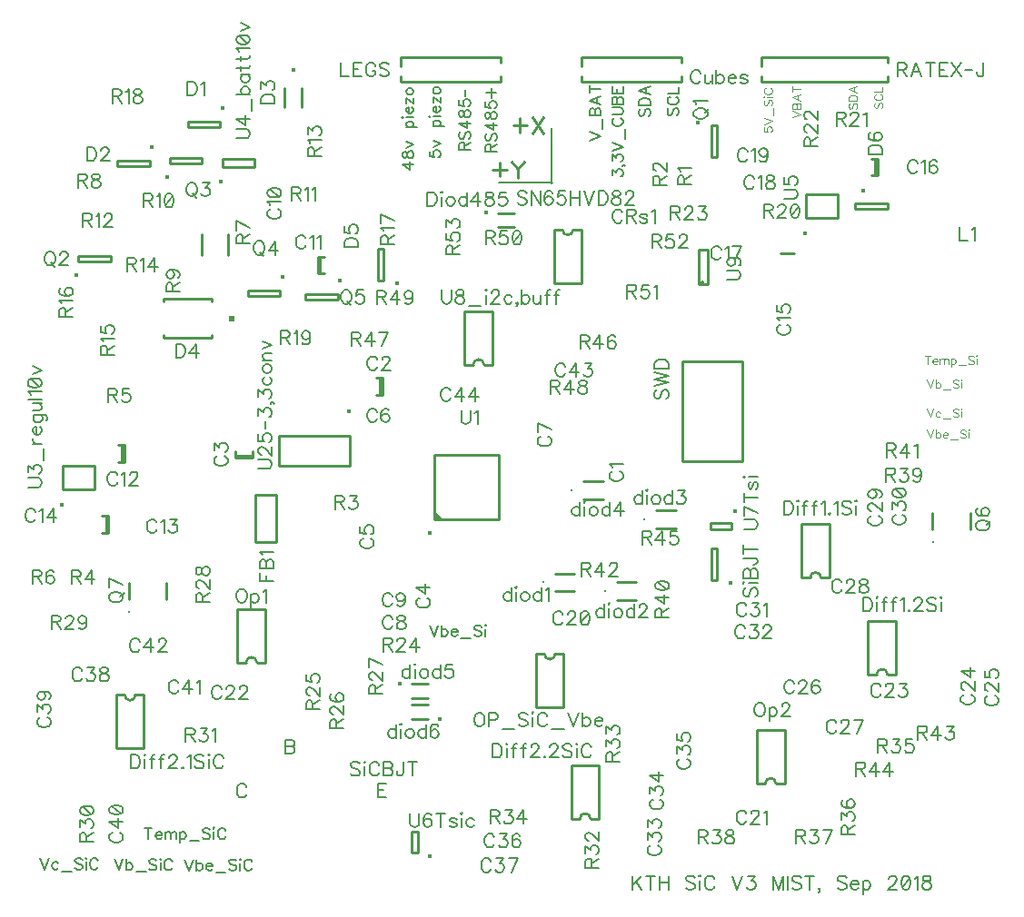
<source format=gto>
G04 DipTrace 3.2.0.1*
G04 SiC_V3_BM.GTO*
%MOMM*%
G04 #@! TF.FileFunction,Legend,Top*
G04 #@! TF.Part,Single*
%ADD10C,0.25*%
%ADD26C,0.2*%
%ADD35O,0.39127X0.39172*%
%ADD37C,0.40002*%
%ADD39O,0.60023X0.59978*%
%ADD41O,0.39172X0.39127*%
%ADD43O,0.39148X0.39162*%
%ADD45O,0.27753X0.33333*%
%ADD49O,0.20687X0.20876*%
%ADD56O,0.399X0.401*%
%ADD59O,0.39993X0.39962*%
%ADD63O,0.39124X0.39193*%
%ADD66O,0.39118X0.39103*%
%ADD68O,0.39191X0.3913*%
%ADD70O,0.3913X0.39191*%
%ADD155C,0.19608*%
%ADD156C,0.23529*%
%ADD157C,0.15686*%
%ADD158C,0.11765*%
%FSLAX35Y35*%
G04*
G71*
G90*
G75*
G01*
G04 TopSilk*
%LPD*%
X4678213Y5915467D2*
D10*
Y5755627D1*
X4697133Y5915467D2*
Y5755627D1*
Y5915467D2*
X4637293D1*
X4697133Y5755627D2*
X4637293D1*
X3484740Y5187310D2*
X3324900D1*
X3484740Y5168390D2*
X3324900D1*
X3484740D2*
Y5228230D1*
X3324900Y5168390D2*
Y5228230D1*
X4113410Y6883163D2*
Y7043003D1*
X4094490Y6883163D2*
Y7043003D1*
Y6883163D2*
X4154330D1*
X4094490Y7043003D2*
X4154330D1*
X2272860Y5283567D2*
Y5123727D1*
X2291780Y5283567D2*
Y5123727D1*
Y5283567D2*
X2231940D1*
X2291780Y5123727D2*
X2231940D1*
X2125443Y4623043D2*
Y4463203D1*
X2144363Y4623043D2*
Y4463203D1*
Y4623043D2*
X2084523D1*
X2144363Y4463203D2*
X2084523D1*
X8408993Y7070867D2*
X8538893D1*
X9291370Y7956790D2*
Y7796950D1*
X9310290Y7956790D2*
Y7796950D1*
Y7956790D2*
X9250450D1*
X9310290Y7796950D2*
X9250450D1*
X7481000Y8900000D2*
X6551000D1*
Y8815084D2*
Y8900000D1*
X7481000Y8670000D2*
Y8724993D1*
X6551000Y8670000D2*
Y8724993D1*
X7481000Y8670000D2*
X6551000D1*
X7481000Y8855012D2*
Y8900000D1*
D35*
X3206990Y8430867D3*
X3183620Y8303507D2*
D10*
X2883633D1*
Y8253506D1*
X3183620D1*
Y8303507D1*
D35*
X2553076Y8067161D3*
X2529706Y7939800D2*
D10*
X2229720D1*
Y7889800D1*
X2529706D1*
Y7939800D1*
X3947920Y8612050D2*
Y8432018D1*
X3787913Y8612050D2*
Y8432018D1*
D37*
X3867917Y8787032D3*
X3110449Y6286345D2*
D10*
X2660432D1*
X3110449Y6646355D2*
X2660432D1*
Y6286345D2*
Y6311366D1*
X3110449Y6286345D2*
Y6311366D1*
X2660432Y6621334D2*
Y6646355D1*
X3110449Y6621334D2*
Y6646355D1*
D39*
X3292929Y6466350D3*
D41*
X4836604Y6793337D3*
X4709244Y6816707D2*
D10*
Y7116693D1*
X4659243D1*
Y6816707D1*
X4709244D1*
D43*
X9179322Y7653891D3*
X9102690Y7491299D2*
D10*
X9402677D1*
Y7541281D1*
X9102690D1*
Y7491299D1*
X8865425Y4047932D2*
Y4547942D1*
X8605389Y4047932D2*
Y4547942D1*
X8865425D2*
X8605389D1*
X8785431Y4047932D2*
X8865425D1*
X8685383D2*
X8605389D1*
X8785431D2*
G03X8685383Y4047932I-50024J-23D01*
G01*
X9483475Y3145595D2*
Y3645605D1*
X9223439Y3145595D2*
Y3645605D1*
X9483475D2*
X9223439D1*
X9403481Y3145595D2*
X9483475D1*
X9303433D2*
X9223439D1*
X9403481D2*
G03X9303433Y3145595I-50024J-23D01*
G01*
X2216502Y2954982D2*
Y2454972D1*
X2476538Y2954982D2*
Y2454972D1*
X2216502D2*
X2476538D1*
X2296496Y2954982D2*
X2216502D1*
X2396544D2*
X2476538D1*
X2296496D2*
G03X2396544Y2954982I50024J23D01*
G01*
X6717138Y1799045D2*
Y2299055D1*
X6457102Y1799045D2*
Y2299055D1*
X6717138D2*
X6457102D1*
X6637144Y1799045D2*
X6717138D1*
X6537096D2*
X6457102D1*
X6637144D2*
G03X6537096Y1799045I-50024J-23D01*
G01*
X6304375Y4088113D2*
X6489737D1*
X6304375Y3921447D2*
X6489737D1*
D45*
X6195486Y4004780D3*
X6880415Y4007600D2*
D10*
X7065777D1*
X6880415Y3840933D2*
X7065777D1*
D45*
X6771526Y3924267D3*
X7245205Y4675157D2*
D10*
X7430567D1*
X7245205Y4508490D2*
X7430567D1*
D45*
X7136316Y4591823D3*
X6567649Y4948897D2*
D10*
X6753011D1*
X6567649Y4782230D2*
X6753011D1*
D45*
X6458760Y4865563D3*
X4970641Y3055543D2*
D10*
X5122663D1*
X4970641Y2923548D2*
X5122663D1*
D37*
X4861652Y3059552D3*
X5124952Y2731397D2*
D10*
X4972930D1*
X5124952Y2863392D2*
X4972930D1*
D37*
X5233941Y2727388D3*
X5776061Y7446309D2*
D10*
X5928083D1*
X5776061Y7314315D2*
X5928083D1*
D37*
X5667072Y7450319D3*
X3707650Y4821857D2*
D10*
X3516850D1*
Y4376657D1*
X3707650D1*
Y4821857D1*
X5801000Y8900000D2*
X4871000D1*
Y8815084D2*
Y8900000D1*
X5801000Y8670000D2*
Y8724993D1*
X4871000Y8670000D2*
Y8724993D1*
X5801000Y8670000D2*
X4871000D1*
X5801000Y8855012D2*
Y8900000D1*
X3607915Y3257268D2*
Y3757278D1*
X3347879Y3257268D2*
Y3757278D1*
X3607915D2*
X3347879D1*
X3527921Y3257268D2*
X3607915D1*
X3427873D2*
X3347879D1*
X3527921D2*
G03X3427873Y3257268I-50024J-23D01*
G01*
X8446045Y2127868D2*
Y2627878D1*
X8186009Y2127868D2*
Y2627878D1*
X8446045D2*
X8186009D1*
X8366051Y2127868D2*
X8446045D1*
X8266003D2*
X8186009D1*
X8366051D2*
G03X8266003Y2127868I-50024J-23D01*
G01*
X6128379Y3336778D2*
Y2836768D1*
X6388415Y3336778D2*
Y2836768D1*
X6128379D2*
X6388415D1*
X6208373Y3336778D2*
X6128379D1*
X6308421D2*
X6388415D1*
X6208373D2*
G03X6308421Y3336778I50024J23D01*
G01*
D41*
X7638626Y8294206D3*
X7765986Y8270836D2*
D10*
Y7970850D1*
X7815987D1*
Y8270836D1*
X7765986D1*
D35*
X1843174Y6867053D3*
X1866544Y6994413D2*
D10*
X2166530D1*
Y7044414D1*
X1866544D1*
Y6994413D1*
D35*
X2693594Y7780869D3*
X2716964Y7908230D2*
D10*
X3016950D1*
Y7958230D1*
X2716964D1*
Y7908230D1*
D35*
X3770233Y6849891D3*
X3746863Y6722530D2*
D10*
X3446877D1*
Y6672530D1*
X3746863D1*
Y6722530D1*
D35*
X4305436Y6820287D3*
X4282066Y6692927D2*
D10*
X3982080D1*
Y6642926D1*
X4282066D1*
Y6692927D1*
D49*
X9827023Y4378281D3*
X10173347Y4499812D2*
D10*
Y4649647D1*
X9825597Y4499812D2*
Y4649647D1*
D49*
X2335407Y3725338D3*
X2681730Y3846869D2*
D10*
Y3996703D1*
X2333980Y3846869D2*
Y3996703D1*
X3012397Y7051943D2*
Y7251583D1*
X3262417Y7051943D2*
Y7251583D1*
X9411027Y8900032D2*
X8231000D1*
Y8815096D2*
Y8900032D1*
X9411027Y8670042D2*
Y8720041D1*
X8231000Y8670042D2*
Y8725009D1*
X9411027Y8670042D2*
X8231000D1*
X9411027Y8855046D2*
Y8900032D1*
D41*
X7945754Y3999634D3*
X7818394Y4023004D2*
D10*
Y4322990D1*
X7768393D1*
Y4023004D1*
X7818394D1*
X6295845Y7293125D2*
Y6793115D1*
X6555881Y7293125D2*
Y6793115D1*
X6295845D2*
X6555881D1*
X6375839Y7293125D2*
X6295845D1*
X6475887D2*
X6555881D1*
X6375839D2*
G03X6475887Y7293125I50024J23D01*
G01*
X8055020Y6064773D2*
X7495020D1*
Y5134773D1*
X8055020D1*
Y6064773D1*
X5185397Y4589050D2*
X5785397D1*
Y5189250D1*
X5185397D1*
Y4589050D1*
G36*
D2*
X5265397D1*
X5185397Y4669150D1*
Y4589050D1*
G37*
D56*
X5140347Y4469100D3*
X8642185Y7403264D2*
D10*
X8942163D1*
X8642185Y7623316D2*
X8942163D1*
Y7403264D2*
Y7623316D1*
D59*
X8632186Y7263281D3*
X8642185Y7403264D2*
D10*
Y7623316D1*
X7648726Y6787697D2*
X7728754D1*
Y7107697D1*
X7648726D1*
Y6787697D1*
X7668733Y6802705D2*
X7668745Y6803053D1*
X7668782Y6803399D1*
X7668842Y6803743D1*
X7668927Y6804081D1*
X7669035Y6804412D1*
X7669165Y6804735D1*
X7669318Y6805048D1*
X7669493Y6805350D1*
X7669688Y6805639D1*
X7669903Y6805913D1*
X7670137Y6806172D1*
X7670388Y6806414D1*
X7670655Y6806638D1*
X7670938Y6806843D1*
X7671234Y6807028D1*
X7671542Y6807191D1*
X7671861Y6807333D1*
X7672189Y6807452D1*
X7672525Y6807548D1*
X7672866Y6807621D1*
X7673212Y6807669D1*
X7673560Y6807694D1*
X7673909D1*
X7674258Y6807669D1*
X7674603Y6807621D1*
X7674945Y6807548D1*
X7675280Y6807452D1*
X7675608Y6807333D1*
X7675927Y6807191D1*
X7676236Y6807028D1*
X7676532Y6806843D1*
X7676814Y6806638D1*
X7677082Y6806414D1*
X7677333Y6806172D1*
X7677566Y6805913D1*
X7677781Y6805639D1*
X7677976Y6805350D1*
X7678151Y6805048D1*
X7678304Y6804735D1*
X7678435Y6804412D1*
X7678543Y6804081D1*
X7678627Y6803743D1*
X7678688Y6803399D1*
X7678724Y6803053D1*
X7678737Y6802705D1*
X7678724Y6802356D1*
X7678688Y6802010D1*
X7678627Y6801667D1*
X7678543Y6801329D1*
X7678435Y6800997D1*
X7678304Y6800674D1*
X7678151Y6800361D1*
X7677976Y6800059D1*
X7677781Y6799770D1*
X7677566Y6799496D1*
X7677333Y6799237D1*
X7677082Y6798995D1*
X7676814Y6798771D1*
X7676532Y6798566D1*
X7676236Y6798381D1*
X7675927Y6798218D1*
X7675608Y6798076D1*
X7675280Y6797957D1*
X7674945Y6797861D1*
X7674603Y6797789D1*
X7674258Y6797740D1*
X7673909Y6797716D1*
X7673560D1*
X7673212Y6797740D1*
X7672866Y6797789D1*
X7672525Y6797861D1*
X7672189Y6797957D1*
X7671861Y6798076D1*
X7671542Y6798218D1*
X7671234Y6798381D1*
X7670938Y6798566D1*
X7670655Y6798771D1*
X7670388Y6798995D1*
X7670137Y6799237D1*
X7669903Y6799496D1*
X7669688Y6799770D1*
X7669493Y6800059D1*
X7669318Y6800361D1*
X7669165Y6800674D1*
X7669035Y6800997D1*
X7668927Y6801329D1*
X7668842Y6801667D1*
X7668782Y6802010D1*
X7668745Y6802356D1*
X7668733Y6802705D1*
D63*
X4388923Y5600584D3*
X4391563Y5373889D2*
D10*
X3731595D1*
X4391563Y5093891D2*
X3731595D1*
Y5373889D2*
Y5093891D1*
X4391563Y5373889D2*
Y5093891D1*
X1718388Y4869961D2*
X2018367D1*
X1718388Y5090013D2*
X2018367D1*
Y4869961D2*
Y5090013D1*
D59*
X1708390Y4729978D3*
X1718388Y4869961D2*
D10*
Y5090013D1*
D66*
X3195509Y7738675D3*
X3208876Y7876001D2*
D10*
X3508870D1*
X3208876Y7955987D2*
X3508870D1*
Y7876001D2*
Y7955987D1*
X3208876Y7876001D2*
Y7955987D1*
D68*
X5139671Y1449148D3*
X5032300Y1482524D2*
D10*
Y1682523D1*
X4972203D1*
Y1482524D1*
X5032300D1*
D70*
X7985468Y4665954D3*
X7952093Y4558584D2*
D10*
X7752093D1*
Y4498486D1*
X7952093D1*
Y4558584D1*
X5725601Y6033785D2*
Y6533795D1*
X5465565Y6033785D2*
Y6533795D1*
X5725601D2*
X5465565D1*
X5645607Y6033785D2*
X5725601D1*
X5545559D2*
X5465565D1*
X5645607D2*
G03X5545559Y6033785I-50024J-23D01*
G01*
X6272863Y7727873D2*
D26*
Y8237873D1*
X6283247Y7737123D2*
X5783247D1*
X6844407Y5039569D2*
D155*
X6832334Y5033532D1*
X6820120Y5021319D1*
X6814083Y5009246D1*
Y4984959D1*
X6820120Y4972746D1*
X6832333Y4960673D1*
X6844406Y4954496D1*
X6862656Y4948459D1*
X6893120D1*
X6911230Y4954496D1*
X6923443Y4960673D1*
X6935516Y4972746D1*
X6941693Y4984959D1*
Y5009246D1*
X6935516Y5021319D1*
X6923443Y5033532D1*
X6911230Y5039569D1*
X6838510Y5078784D2*
X6832334Y5090998D1*
X6814224Y5109248D1*
X6941693D1*
X4650624Y6081210D2*
X4644587Y6093283D1*
X4632374Y6105497D1*
X4620301Y6111533D1*
X4596014D1*
X4583801Y6105497D1*
X4571728Y6093283D1*
X4565551Y6081210D1*
X4559514Y6062960D1*
Y6032497D1*
X4565551Y6014387D1*
X4571728Y6002174D1*
X4583801Y5990101D1*
X4596014Y5983924D1*
X4620301D1*
X4632374Y5990101D1*
X4644587Y6002174D1*
X4650624Y6014387D1*
X4696016Y6081070D2*
Y6087106D1*
X4702053Y6099320D1*
X4708089Y6105356D1*
X4720303Y6111393D1*
X4744589D1*
X4756663Y6105356D1*
X4762699Y6099320D1*
X4768876Y6087106D1*
Y6075033D1*
X4762699Y6062820D1*
X4750626Y6044710D1*
X4689839Y5983924D1*
X4774913D1*
X3159157Y5181721D2*
X3147084Y5175684D1*
X3134870Y5163471D1*
X3128833Y5151398D1*
Y5127111D1*
X3134870Y5114898D1*
X3147083Y5102825D1*
X3159156Y5096648D1*
X3177406Y5090611D1*
X3207870D1*
X3225980Y5096648D1*
X3238193Y5102825D1*
X3250266Y5114898D1*
X3256443Y5127111D1*
Y5151397D1*
X3250266Y5163471D1*
X3238193Y5175684D1*
X3225980Y5181721D1*
X3128974Y5233150D2*
Y5299832D1*
X3177547Y5263473D1*
Y5281723D1*
X3183584Y5293796D1*
X3189620Y5299832D1*
X3207870Y5306009D1*
X3219943D1*
X3238193Y5299832D1*
X3250407Y5287759D1*
X3256443Y5269509D1*
Y5251259D1*
X3250407Y5233150D1*
X3244230Y5227113D1*
X3232157Y5220936D1*
X5044757Y3859559D2*
X5032684Y3853523D1*
X5020470Y3841309D1*
X5014433Y3829236D1*
Y3804950D1*
X5020470Y3792736D1*
X5032683Y3780663D1*
X5044756Y3774486D1*
X5063006Y3768450D1*
X5093470D1*
X5111580Y3774486D1*
X5123793Y3780663D1*
X5135866Y3792736D1*
X5142043Y3804949D1*
Y3829236D1*
X5135866Y3841309D1*
X5123793Y3853522D1*
X5111580Y3859559D1*
X5142043Y3959561D2*
X5014574D1*
X5099507Y3898775D1*
Y3989884D1*
X4520373Y4413874D2*
X4508300Y4407837D1*
X4496087Y4395624D1*
X4490050Y4383551D1*
Y4359264D1*
X4496087Y4347051D1*
X4508300Y4334978D1*
X4520373Y4328801D1*
X4538623Y4322764D1*
X4569087D1*
X4587196Y4328801D1*
X4599410Y4334978D1*
X4611483Y4347051D1*
X4617660Y4359264D1*
Y4383551D1*
X4611483Y4395624D1*
X4599410Y4407837D1*
X4587196Y4413874D1*
X4490191Y4525949D2*
Y4465303D1*
X4544800Y4459267D1*
X4538764Y4465303D1*
X4532587Y4483553D1*
Y4501663D1*
X4538764Y4519913D1*
X4550837Y4532126D1*
X4569087Y4538163D1*
X4581160D1*
X4599410Y4532126D1*
X4611623Y4519913D1*
X4617660Y4501663D1*
Y4483553D1*
X4611623Y4465303D1*
X4605446Y4459266D1*
X4593373Y4453090D1*
X4647352Y5594557D2*
X4641316Y5606630D1*
X4629102Y5618843D1*
X4617029Y5624880D1*
X4592743D1*
X4580529Y5618843D1*
X4568456Y5606630D1*
X4562279Y5594557D1*
X4556243Y5576307D1*
Y5545843D1*
X4562279Y5527734D1*
X4568456Y5515520D1*
X4580529Y5503447D1*
X4592743Y5497270D1*
X4617029D1*
X4629102Y5503447D1*
X4641316Y5515520D1*
X4647352Y5527734D1*
X4759428Y5606630D2*
X4753391Y5618703D1*
X4735141Y5624740D1*
X4723068D1*
X4704818Y5618703D1*
X4692604Y5600453D1*
X4686568Y5570130D1*
Y5539807D1*
X4692604Y5515520D1*
X4704818Y5503307D1*
X4723068Y5497270D1*
X4729104D1*
X4747214Y5503307D1*
X4759428Y5515520D1*
X4765464Y5533770D1*
Y5539807D1*
X4759428Y5558057D1*
X4747214Y5570130D1*
X4729104Y5576166D1*
X4723068D1*
X4704818Y5570130D1*
X4692604Y5558057D1*
X4686568Y5539807D1*
X6174497Y5365017D2*
X6162424Y5358981D1*
X6150210Y5346767D1*
X6144173Y5334694D1*
Y5310408D1*
X6150210Y5298194D1*
X6162423Y5286121D1*
X6174496Y5279944D1*
X6192746Y5273908D1*
X6223210D1*
X6241320Y5279944D1*
X6253533Y5286121D1*
X6265606Y5298194D1*
X6271783Y5310408D1*
Y5334694D1*
X6265606Y5346767D1*
X6253533Y5358981D1*
X6241320Y5365017D1*
X6271783Y5428519D2*
X6144314Y5489306D1*
Y5404233D1*
X4793371Y3664337D2*
X4787334Y3676410D1*
X4775121Y3688623D1*
X4763048Y3694660D1*
X4738761D1*
X4726548Y3688623D1*
X4714474Y3676410D1*
X4708298Y3664337D1*
X4702261Y3646087D1*
Y3615623D1*
X4708298Y3597514D1*
X4714474Y3585300D1*
X4726548Y3573227D1*
X4738761Y3567050D1*
X4763048D1*
X4775121Y3573227D1*
X4787334Y3585300D1*
X4793371Y3597514D1*
X4862909Y3694520D2*
X4844800Y3688483D1*
X4838623Y3676410D1*
Y3664196D1*
X4844800Y3652123D1*
X4856873Y3645946D1*
X4881159Y3639910D1*
X4899409Y3633873D1*
X4911482Y3621660D1*
X4917519Y3609587D1*
Y3591337D1*
X4911482Y3579264D1*
X4905446Y3573087D1*
X4887196Y3567050D1*
X4862909D1*
X4844800Y3573087D1*
X4838623Y3579264D1*
X4832586Y3591337D1*
Y3609587D1*
X4838623Y3621660D1*
X4850836Y3633873D1*
X4868946Y3639910D1*
X4893232Y3645946D1*
X4905446Y3652123D1*
X4911482Y3664196D1*
Y3676410D1*
X4905446Y3688483D1*
X4887196Y3694520D1*
X4862909D1*
X4789212Y3876047D2*
X4783175Y3888120D1*
X4770962Y3900333D1*
X4758889Y3906370D1*
X4734602D1*
X4722389Y3900333D1*
X4710316Y3888120D1*
X4704139Y3876047D1*
X4698102Y3857797D1*
Y3827333D1*
X4704139Y3809224D1*
X4710316Y3797010D1*
X4722389Y3784937D1*
X4734602Y3778760D1*
X4758889D1*
X4770962Y3784937D1*
X4783175Y3797010D1*
X4789212Y3809224D1*
X4907464Y3863833D2*
X4901287Y3845583D1*
X4889214Y3833370D1*
X4870964Y3827333D1*
X4864928D1*
X4846678Y3833370D1*
X4834605Y3845583D1*
X4828428Y3863833D1*
Y3869870D1*
X4834605Y3888120D1*
X4846678Y3900193D1*
X4864928Y3906230D1*
X4870964D1*
X4889214Y3900193D1*
X4901287Y3888120D1*
X4907464Y3863833D1*
Y3833370D1*
X4901287Y3803047D1*
X4889214Y3784797D1*
X4870964Y3778760D1*
X4858891D1*
X4840641Y3784797D1*
X4834605Y3797010D1*
X3658040Y7484988D2*
X3645967Y7478951D1*
X3633753Y7466738D1*
X3627717Y7454665D1*
Y7430378D1*
X3633753Y7418165D1*
X3645967Y7406092D1*
X3658040Y7399915D1*
X3676290Y7393878D1*
X3706753D1*
X3724863Y7399915D1*
X3737076Y7406092D1*
X3749150Y7418165D1*
X3755326Y7430378D1*
Y7454665D1*
X3749150Y7466738D1*
X3737076Y7478951D1*
X3724863Y7484988D1*
X3652144Y7524203D2*
X3645967Y7536417D1*
X3627857Y7554667D1*
X3755326D1*
X3627857Y7630382D2*
X3633894Y7612132D1*
X3652144Y7599919D1*
X3682467Y7593882D1*
X3700717D1*
X3731040Y7599919D1*
X3749290Y7612132D1*
X3755326Y7630382D1*
Y7642455D1*
X3749290Y7660705D1*
X3731040Y7672779D1*
X3700717Y7678955D1*
X3682467D1*
X3652144Y7672779D1*
X3633894Y7660706D1*
X3627857Y7642456D1*
Y7630382D1*
X3652144Y7672779D2*
X3731040Y7599919D1*
X3983502Y7213334D2*
X3977466Y7225407D1*
X3965252Y7237620D1*
X3953179Y7243657D1*
X3928893D1*
X3916679Y7237620D1*
X3904606Y7225407D1*
X3898429Y7213334D1*
X3892393Y7195084D1*
Y7164620D1*
X3898429Y7146510D1*
X3904606Y7134297D1*
X3916679Y7122224D1*
X3928893Y7116047D1*
X3953179D1*
X3965252Y7122224D1*
X3977466Y7134297D1*
X3983502Y7146510D1*
X4022718Y7219230D2*
X4034931Y7225407D1*
X4053181Y7243516D1*
Y7116047D1*
X4092397Y7219230D2*
X4104611Y7225407D1*
X4122861Y7243516D1*
Y7116047D1*
X2229068Y5005220D2*
X2223031Y5017293D1*
X2210818Y5029507D1*
X2198744Y5035543D1*
X2174458D1*
X2162244Y5029507D1*
X2150171Y5017293D1*
X2143994Y5005220D1*
X2137958Y4986970D1*
Y4956507D1*
X2143994Y4938397D1*
X2150171Y4926184D1*
X2162244Y4914111D1*
X2174458Y4907934D1*
X2198744D1*
X2210818Y4914111D1*
X2223031Y4926184D1*
X2229068Y4938397D1*
X2268283Y5011116D2*
X2280497Y5017293D1*
X2298747Y5035403D1*
Y4907934D1*
X2344139Y5005080D2*
Y5011116D1*
X2350176Y5023330D1*
X2356212Y5029366D1*
X2368426Y5035403D1*
X2392712D1*
X2404785Y5029366D1*
X2410822Y5023330D1*
X2416999Y5011116D1*
Y4999043D1*
X2410822Y4986830D1*
X2398749Y4968720D1*
X2337962Y4907934D1*
X2423035D1*
X2594831Y4562877D2*
X2588794Y4574950D1*
X2576581Y4587163D1*
X2564508Y4593200D1*
X2540221D1*
X2528008Y4587163D1*
X2515935Y4574950D1*
X2509758Y4562877D1*
X2503721Y4544627D1*
Y4514163D1*
X2509758Y4496054D1*
X2515935Y4483840D1*
X2528008Y4471767D1*
X2540221Y4465590D1*
X2564508D1*
X2576581Y4471767D1*
X2588794Y4483840D1*
X2594831Y4496054D1*
X2634047Y4568773D2*
X2646260Y4574950D1*
X2664510Y4593060D1*
Y4465590D1*
X2715939Y4593060D2*
X2782622D1*
X2746262Y4544486D1*
X2764512D1*
X2776585Y4538450D1*
X2782622Y4532413D1*
X2788799Y4514163D1*
Y4502090D1*
X2782622Y4483840D1*
X2770549Y4471627D1*
X2752299Y4465590D1*
X2734049D1*
X2715939Y4471627D1*
X2709903Y4477804D1*
X2703726Y4489877D1*
X1463036Y4662254D2*
X1456999Y4674327D1*
X1444786Y4686540D1*
X1432713Y4692577D1*
X1408426D1*
X1396213Y4686540D1*
X1384140Y4674327D1*
X1377963Y4662254D1*
X1371926Y4644004D1*
Y4613540D1*
X1377963Y4595430D1*
X1384140Y4583217D1*
X1396213Y4571144D1*
X1408426Y4564967D1*
X1432713D1*
X1444786Y4571144D1*
X1456999Y4583217D1*
X1463036Y4595430D1*
X1502252Y4668150D2*
X1514465Y4674327D1*
X1532715Y4692436D1*
Y4564967D1*
X1632717D2*
Y4692436D1*
X1571931Y4607504D1*
X1663040D1*
X8403920Y6406021D2*
X8391847Y6399985D1*
X8379633Y6387771D1*
X8373597Y6375698D1*
Y6351412D1*
X8379633Y6339198D1*
X8391847Y6327125D1*
X8403920Y6320948D1*
X8422170Y6314912D1*
X8452633D1*
X8470743Y6320948D1*
X8482956Y6327125D1*
X8495030Y6339198D1*
X8501206Y6351411D1*
Y6375698D1*
X8495030Y6387771D1*
X8482956Y6399984D1*
X8470743Y6406021D1*
X8398024Y6445237D2*
X8391847Y6457450D1*
X8373737Y6475700D1*
X8501206D1*
X8373737Y6587775D2*
Y6527129D1*
X8428347Y6521093D1*
X8422310Y6527129D1*
X8416133Y6545379D1*
Y6563489D1*
X8422310Y6581739D1*
X8434383Y6593952D1*
X8452633Y6599989D1*
X8464706D1*
X8482956Y6593952D1*
X8495170Y6581739D1*
X8501206Y6563489D1*
Y6545379D1*
X8495170Y6527129D1*
X8488993Y6521093D1*
X8476920Y6514916D1*
X9685109Y7913540D2*
X9679073Y7925613D1*
X9666859Y7937827D1*
X9654786Y7943863D1*
X9630500D1*
X9618286Y7937827D1*
X9606213Y7925613D1*
X9600036Y7913540D1*
X9594000Y7895290D1*
Y7864827D1*
X9600036Y7846717D1*
X9606213Y7834504D1*
X9618286Y7822431D1*
X9630500Y7816254D1*
X9654786D1*
X9666859Y7822431D1*
X9679073Y7834504D1*
X9685109Y7846717D1*
X9724325Y7919436D2*
X9736538Y7925613D1*
X9754788Y7943723D1*
Y7816254D1*
X9866864Y7925613D2*
X9860827Y7937686D1*
X9842577Y7943723D1*
X9830504D1*
X9812254Y7937686D1*
X9800041Y7919436D1*
X9794004Y7889113D1*
Y7858790D1*
X9800041Y7834504D1*
X9812254Y7822290D1*
X9830504Y7816254D1*
X9836541D1*
X9854650Y7822290D1*
X9866864Y7834504D1*
X9872900Y7852754D1*
Y7858790D1*
X9866864Y7877040D1*
X9854650Y7889113D1*
X9836541Y7895150D1*
X9830504D1*
X9812254Y7889113D1*
X9800041Y7877040D1*
X9794004Y7858790D1*
X7853284Y7109490D2*
X7847248Y7121563D1*
X7835034Y7133777D1*
X7822961Y7139813D1*
X7798675D1*
X7786461Y7133777D1*
X7774388Y7121563D1*
X7768211Y7109490D1*
X7762175Y7091240D1*
Y7060777D1*
X7768211Y7042667D1*
X7774388Y7030454D1*
X7786461Y7018381D1*
X7798675Y7012204D1*
X7822961D1*
X7835034Y7018381D1*
X7847248Y7030454D1*
X7853284Y7042667D1*
X7892500Y7115386D2*
X7904713Y7121563D1*
X7922963Y7139673D1*
Y7012204D1*
X7986466D2*
X8047252Y7139673D1*
X7962179D1*
X8162334Y7768614D2*
X8156298Y7780687D1*
X8144084Y7792900D1*
X8132011Y7798937D1*
X8107725D1*
X8095511Y7792900D1*
X8083438Y7780687D1*
X8077261Y7768614D1*
X8071225Y7750364D1*
Y7719900D1*
X8077261Y7701790D1*
X8083438Y7689577D1*
X8095511Y7677504D1*
X8107725Y7671327D1*
X8132011D1*
X8144084Y7677504D1*
X8156298Y7689577D1*
X8162334Y7701790D1*
X8201550Y7774510D2*
X8213764Y7780687D1*
X8232014Y7798796D1*
Y7671327D1*
X8301552Y7798796D2*
X8283443Y7792760D1*
X8277266Y7780687D1*
Y7768473D1*
X8283443Y7756400D1*
X8295516Y7750223D1*
X8319802Y7744187D1*
X8338052Y7738150D1*
X8350125Y7725937D1*
X8356162Y7713864D1*
Y7695614D1*
X8350125Y7683540D1*
X8344089Y7677364D1*
X8325839Y7671327D1*
X8301552D1*
X8283443Y7677364D1*
X8277266Y7683540D1*
X8271229Y7695614D1*
Y7713864D1*
X8277266Y7725937D1*
X8289479Y7738150D1*
X8307589Y7744187D1*
X8331875Y7750223D1*
X8344089Y7756400D1*
X8350125Y7768473D1*
Y7780687D1*
X8344089Y7792760D1*
X8325839Y7798796D1*
X8301552D1*
X8099389Y8022174D2*
X8093353Y8034247D1*
X8081139Y8046460D1*
X8069066Y8052497D1*
X8044780D1*
X8032566Y8046460D1*
X8020493Y8034247D1*
X8014316Y8022174D1*
X8008280Y8003924D1*
Y7973460D1*
X8014316Y7955350D1*
X8020493Y7943137D1*
X8032566Y7931064D1*
X8044780Y7924887D1*
X8069066D1*
X8081139Y7931064D1*
X8093353Y7943137D1*
X8099389Y7955350D1*
X8138605Y8028070D2*
X8150818Y8034247D1*
X8169068Y8052356D1*
Y7924887D1*
X8287320Y8009960D2*
X8281144Y7991710D1*
X8269070Y7979497D1*
X8250820Y7973460D1*
X8244784D1*
X8226534Y7979497D1*
X8214461Y7991710D1*
X8208284Y8009960D1*
Y8015997D1*
X8214461Y8034247D1*
X8226534Y8046320D1*
X8244784Y8052356D1*
X8250820D1*
X8269070Y8046320D1*
X8281144Y8034247D1*
X8287320Y8009960D1*
Y7979497D1*
X8281144Y7949174D1*
X8269070Y7930924D1*
X8250820Y7924887D1*
X8238747D1*
X8220497Y7930924D1*
X8214461Y7943137D1*
X6379696Y3704140D2*
X6373660Y3716213D1*
X6361446Y3728427D1*
X6349373Y3734463D1*
X6325086D1*
X6312873Y3728427D1*
X6300800Y3716213D1*
X6294623Y3704140D1*
X6288586Y3685890D1*
Y3655427D1*
X6294623Y3637317D1*
X6300800Y3625104D1*
X6312873Y3613031D1*
X6325086Y3606854D1*
X6349373D1*
X6361446Y3613031D1*
X6373660Y3625104D1*
X6379696Y3637317D1*
X6425089Y3704000D2*
Y3710036D1*
X6431125Y3722250D1*
X6437162Y3728286D1*
X6449375Y3734323D1*
X6473662D1*
X6485735Y3728286D1*
X6491771Y3722250D1*
X6497948Y3710036D1*
Y3697963D1*
X6491771Y3685750D1*
X6479698Y3667640D1*
X6418912Y3606854D1*
X6503985D1*
X6579700Y3734323D2*
X6561450Y3728286D1*
X6549237Y3710036D1*
X6543200Y3679713D1*
Y3661463D1*
X6549237Y3631140D1*
X6561450Y3612890D1*
X6579700Y3606854D1*
X6591774D1*
X6610024Y3612890D1*
X6622097Y3631140D1*
X6628274Y3661463D1*
Y3679713D1*
X6622097Y3710036D1*
X6610024Y3728286D1*
X6591774Y3734323D1*
X6579700D1*
X6622097Y3710036D2*
X6549237Y3631140D1*
X8089598Y1848037D2*
X8083561Y1860110D1*
X8071348Y1872323D1*
X8059274Y1878360D1*
X8034988D1*
X8022774Y1872323D1*
X8010701Y1860110D1*
X8004524Y1848037D1*
X7998488Y1829787D1*
Y1799323D1*
X8004524Y1781214D1*
X8010701Y1769000D1*
X8022774Y1756927D1*
X8034988Y1750750D1*
X8059274D1*
X8071348Y1756927D1*
X8083561Y1769000D1*
X8089598Y1781214D1*
X8134990Y1847896D2*
Y1853933D1*
X8141027Y1866146D1*
X8147063Y1872183D1*
X8159277Y1878220D1*
X8183563D1*
X8195636Y1872183D1*
X8201673Y1866146D1*
X8207850Y1853933D1*
Y1841860D1*
X8201673Y1829646D1*
X8189600Y1811537D1*
X8128813Y1750750D1*
X8213886D1*
X8253102Y1853933D2*
X8265315Y1860110D1*
X8283565Y1878220D1*
Y1750750D1*
X3198226Y3012967D2*
X3192190Y3025040D1*
X3179976Y3037253D1*
X3167903Y3043290D1*
X3143616D1*
X3131403Y3037253D1*
X3119330Y3025040D1*
X3113153Y3012967D1*
X3107116Y2994717D1*
Y2964253D1*
X3113153Y2946144D1*
X3119330Y2933930D1*
X3131403Y2921857D1*
X3143616Y2915680D1*
X3167903D1*
X3179976Y2921857D1*
X3192190Y2933930D1*
X3198226Y2946144D1*
X3243619Y3012826D2*
Y3018863D1*
X3249655Y3031076D1*
X3255692Y3037113D1*
X3267905Y3043150D1*
X3292192D1*
X3304265Y3037113D1*
X3310301Y3031076D1*
X3316478Y3018863D1*
Y3006790D1*
X3310301Y2994576D1*
X3298228Y2976467D1*
X3237442Y2915680D1*
X3322515D1*
X3367907Y3012826D2*
Y3018863D1*
X3373944Y3031076D1*
X3379980Y3037113D1*
X3392194Y3043150D1*
X3416480D1*
X3428554Y3037113D1*
X3434590Y3031076D1*
X3440767Y3018863D1*
Y3006790D1*
X3434590Y2994576D1*
X3422517Y2976467D1*
X3361730Y2915680D1*
X3446804D1*
X9342196Y3031957D2*
X9336160Y3044030D1*
X9323946Y3056243D1*
X9311873Y3062280D1*
X9287586D1*
X9275373Y3056243D1*
X9263300Y3044030D1*
X9257123Y3031957D1*
X9251086Y3013707D1*
Y2983243D1*
X9257123Y2965134D1*
X9263300Y2952920D1*
X9275373Y2940847D1*
X9287586Y2934670D1*
X9311873D1*
X9323946Y2940847D1*
X9336160Y2952920D1*
X9342196Y2965134D1*
X9387589Y3031816D2*
Y3037853D1*
X9393625Y3050066D1*
X9399662Y3056103D1*
X9411875Y3062140D1*
X9436162D1*
X9448235Y3056103D1*
X9454271Y3050066D1*
X9460448Y3037853D1*
Y3025780D1*
X9454271Y3013566D1*
X9442198Y2995457D1*
X9381412Y2934670D1*
X9466485D1*
X9517914Y3062140D2*
X9584597D1*
X9548237Y3013566D1*
X9566487D1*
X9578560Y3007530D1*
X9584597Y3001493D1*
X9590774Y2983243D1*
Y2971170D1*
X9584597Y2952920D1*
X9572524Y2940707D1*
X9554274Y2934670D1*
X9536024D1*
X9517914Y2940707D1*
X9511877Y2946884D1*
X9505700Y2958957D1*
X10118743Y2956861D2*
X10106670Y2950825D1*
X10094457Y2938611D1*
X10088420Y2926538D1*
Y2902252D1*
X10094457Y2890038D1*
X10106670Y2877965D1*
X10118743Y2871788D1*
X10136993Y2865752D1*
X10167457D1*
X10185566Y2871788D1*
X10197780Y2877965D1*
X10209853Y2890038D1*
X10216030Y2902252D1*
Y2926538D1*
X10209853Y2938611D1*
X10197780Y2950825D1*
X10185566Y2956861D1*
X10118884Y3002254D2*
X10112847D1*
X10100634Y3008290D1*
X10094597Y3014327D1*
X10088561Y3026540D1*
Y3050827D1*
X10094597Y3062900D1*
X10100634Y3068937D1*
X10112847Y3075113D1*
X10124920D1*
X10137134Y3068937D1*
X10155243Y3056863D1*
X10216030Y2996077D1*
Y3081150D1*
Y3181152D2*
X10088561D1*
X10173493Y3120366D1*
Y3211475D1*
X10340473Y2945963D2*
X10328400Y2939926D1*
X10316187Y2927713D1*
X10310150Y2915640D1*
Y2891353D1*
X10316187Y2879140D1*
X10328400Y2867067D1*
X10340473Y2860890D1*
X10358723Y2854853D1*
X10389187D1*
X10407296Y2860890D1*
X10419510Y2867067D1*
X10431583Y2879140D1*
X10437760Y2891353D1*
Y2915640D1*
X10431583Y2927713D1*
X10419510Y2939926D1*
X10407296Y2945963D1*
X10340614Y2991355D2*
X10334577Y2991356D1*
X10322364Y2997392D1*
X10316327Y3003429D1*
X10310291Y3015642D1*
Y3039929D1*
X10316327Y3052002D1*
X10322364Y3058038D1*
X10334577Y3064215D1*
X10346650D1*
X10358864Y3058038D1*
X10376973Y3045965D1*
X10437760Y2985178D1*
Y3070251D1*
X10310291Y3182327D2*
Y3121681D1*
X10364900Y3115644D1*
X10358864Y3121681D1*
X10352687Y3139931D1*
Y3158040D1*
X10358864Y3176290D1*
X10370937Y3188504D1*
X10389187Y3194540D1*
X10401260D1*
X10419510Y3188504D1*
X10431723Y3176290D1*
X10437760Y3158040D1*
Y3139931D1*
X10431723Y3121681D1*
X10425546Y3115644D1*
X10413473Y3109467D1*
X8534511Y3063550D2*
X8528475Y3075623D1*
X8516261Y3087837D1*
X8504188Y3093873D1*
X8479902D1*
X8467688Y3087837D1*
X8455615Y3075623D1*
X8449438Y3063550D1*
X8443402Y3045300D1*
Y3014837D1*
X8449438Y2996727D1*
X8455615Y2984514D1*
X8467688Y2972441D1*
X8479902Y2966264D1*
X8504188D1*
X8516261Y2972441D1*
X8528475Y2984514D1*
X8534511Y2996727D1*
X8579904Y3063410D2*
Y3069446D1*
X8585940Y3081660D1*
X8591977Y3087696D1*
X8604190Y3093733D1*
X8628477D1*
X8640550Y3087696D1*
X8646586Y3081660D1*
X8652763Y3069446D1*
Y3057373D1*
X8646586Y3045160D1*
X8634513Y3027050D1*
X8573727Y2966264D1*
X8658800D1*
X8770875Y3075623D2*
X8764839Y3087696D1*
X8746589Y3093733D1*
X8734516D1*
X8716266Y3087696D1*
X8704052Y3069446D1*
X8698016Y3039123D1*
Y3008800D1*
X8704052Y2984514D1*
X8716266Y2972300D1*
X8734516Y2966264D1*
X8740552D1*
X8758662Y2972300D1*
X8770875Y2984514D1*
X8776912Y3002764D1*
Y3008800D1*
X8770875Y3027050D1*
X8758662Y3039123D1*
X8740552Y3045160D1*
X8734516D1*
X8716266Y3039123D1*
X8704052Y3027050D1*
X8698016Y3008800D1*
X8927626Y2693140D2*
X8921590Y2705213D1*
X8909376Y2717427D1*
X8897303Y2723463D1*
X8873016D1*
X8860803Y2717427D1*
X8848730Y2705213D1*
X8842553Y2693140D1*
X8836516Y2674890D1*
Y2644427D1*
X8842553Y2626317D1*
X8848730Y2614104D1*
X8860803Y2602031D1*
X8873016Y2595854D1*
X8897303D1*
X8909376Y2602031D1*
X8921590Y2614104D1*
X8927626Y2626317D1*
X8973019Y2693000D2*
Y2699036D1*
X8979055Y2711250D1*
X8985092Y2717286D1*
X8997305Y2723323D1*
X9021592D1*
X9033665Y2717286D1*
X9039701Y2711250D1*
X9045878Y2699036D1*
Y2686963D1*
X9039701Y2674750D1*
X9027628Y2656640D1*
X8966842Y2595854D1*
X9051915D1*
X9115417D2*
X9176204Y2723323D1*
X9091130D1*
X8977536Y4003740D2*
X8971500Y4015813D1*
X8959286Y4028027D1*
X8947213Y4034063D1*
X8922927D1*
X8910713Y4028027D1*
X8898640Y4015813D1*
X8892463Y4003740D1*
X8886427Y3985490D1*
Y3955027D1*
X8892463Y3936917D1*
X8898640Y3924704D1*
X8910713Y3912631D1*
X8922927Y3906454D1*
X8947213D1*
X8959286Y3912631D1*
X8971500Y3924704D1*
X8977536Y3936917D1*
X9022929Y4003600D2*
Y4009636D1*
X9028965Y4021850D1*
X9035002Y4027886D1*
X9047215Y4033923D1*
X9071502D1*
X9083575Y4027886D1*
X9089612Y4021850D1*
X9095788Y4009636D1*
Y3997563D1*
X9089612Y3985350D1*
X9077538Y3967240D1*
X9016752Y3906454D1*
X9101825D1*
X9171364Y4033923D2*
X9153254Y4027886D1*
X9147077Y4015813D1*
Y4003600D1*
X9153254Y3991527D1*
X9165327Y3985350D1*
X9189614Y3979313D1*
X9207864Y3973277D1*
X9219937Y3961063D1*
X9225973Y3948990D1*
Y3930740D1*
X9219937Y3918667D1*
X9213900Y3912490D1*
X9195650Y3906454D1*
X9171364D1*
X9153254Y3912490D1*
X9147077Y3918667D1*
X9141041Y3930740D1*
Y3948990D1*
X9147077Y3961063D1*
X9159291Y3973277D1*
X9177400Y3979313D1*
X9201687Y3985350D1*
X9213900Y3991527D1*
X9219937Y4003600D1*
Y4015813D1*
X9213900Y4027886D1*
X9195650Y4033923D1*
X9171364D1*
X9254607Y4625498D2*
X9242534Y4619461D1*
X9230320Y4607248D1*
X9224283Y4595175D1*
Y4570888D1*
X9230320Y4558675D1*
X9242533Y4546602D1*
X9254606Y4540425D1*
X9272856Y4534388D1*
X9303320D1*
X9321430Y4540425D1*
X9333643Y4546602D1*
X9345716Y4558675D1*
X9351893Y4570888D1*
Y4595175D1*
X9345716Y4607248D1*
X9333643Y4619461D1*
X9321430Y4625498D1*
X9254747Y4670890D2*
X9248710D1*
X9236497Y4676927D1*
X9230460Y4682964D1*
X9224424Y4695177D1*
Y4719463D1*
X9230460Y4731537D1*
X9236497Y4737573D1*
X9248710Y4743750D1*
X9260784D1*
X9272997Y4737573D1*
X9291107Y4725500D1*
X9351893Y4664713D1*
Y4749786D1*
X9266820Y4868039D2*
X9285070Y4861862D1*
X9297283Y4849789D1*
X9303320Y4831539D1*
Y4825502D1*
X9297283Y4807252D1*
X9285070Y4795179D1*
X9266820Y4789002D1*
X9260784D1*
X9242534Y4795179D1*
X9230460Y4807252D1*
X9224424Y4825502D1*
Y4831539D1*
X9230460Y4849789D1*
X9242534Y4861862D1*
X9266820Y4868039D1*
X9297283D1*
X9327607Y4861862D1*
X9345857Y4849789D1*
X9351893Y4831539D1*
Y4819466D1*
X9345857Y4801216D1*
X9333643Y4795179D1*
X9479073Y4634580D2*
X9467000Y4628543D1*
X9454787Y4616330D1*
X9448750Y4604257D1*
Y4579970D1*
X9454787Y4567757D1*
X9467000Y4555684D1*
X9479073Y4549507D1*
X9497323Y4543470D1*
X9527787D1*
X9545896Y4549507D1*
X9558110Y4555684D1*
X9570183Y4567757D1*
X9576360Y4579970D1*
Y4604256D1*
X9570183Y4616329D1*
X9558110Y4628543D1*
X9545896Y4634580D1*
X9448891Y4686009D2*
Y4752691D1*
X9497464Y4716332D1*
Y4734582D1*
X9503500Y4746655D1*
X9509537Y4752691D1*
X9527787Y4758868D1*
X9539860D1*
X9558110Y4752691D1*
X9570323Y4740618D1*
X9576360Y4722368D1*
Y4704118D1*
X9570323Y4686009D1*
X9564146Y4679972D1*
X9552073Y4673795D1*
X9448891Y4834584D2*
X9454927Y4816334D1*
X9473177Y4804120D1*
X9503500Y4798084D1*
X9521750D1*
X9552073Y4804120D1*
X9570323Y4816334D1*
X9576360Y4834584D1*
Y4846657D1*
X9570323Y4864907D1*
X9552073Y4876980D1*
X9521750Y4883157D1*
X9503500D1*
X9473177Y4876980D1*
X9454927Y4864907D1*
X9448891Y4846657D1*
Y4834584D1*
X9473177Y4876980D2*
X9552073Y4804120D1*
X8090124Y3785570D2*
X8084088Y3797643D1*
X8071874Y3809857D1*
X8059801Y3815893D1*
X8035515D1*
X8023301Y3809857D1*
X8011228Y3797643D1*
X8005051Y3785570D1*
X7999015Y3767320D1*
Y3736857D1*
X8005051Y3718747D1*
X8011228Y3706534D1*
X8023301Y3694461D1*
X8035515Y3688284D1*
X8059801D1*
X8071874Y3694461D1*
X8084088Y3706534D1*
X8090124Y3718747D1*
X8141553Y3815753D2*
X8208236D1*
X8171876Y3767180D1*
X8190126D1*
X8202199Y3761143D1*
X8208236Y3755107D1*
X8214413Y3736857D1*
Y3724784D1*
X8208236Y3706534D1*
X8196163Y3694320D1*
X8177913Y3688284D1*
X8159663D1*
X8141553Y3694320D1*
X8135517Y3700497D1*
X8129340Y3712570D1*
X8253629Y3791466D2*
X8265842Y3797643D1*
X8284092Y3815753D1*
Y3688284D1*
X8076673Y3577300D2*
X8070636Y3589373D1*
X8058423Y3601587D1*
X8046350Y3607623D1*
X8022063D1*
X8009850Y3601587D1*
X7997777Y3589373D1*
X7991600Y3577300D1*
X7985563Y3559050D1*
Y3528587D1*
X7991600Y3510477D1*
X7997777Y3498264D1*
X8009850Y3486191D1*
X8022063Y3480014D1*
X8046350D1*
X8058423Y3486191D1*
X8070636Y3498264D1*
X8076673Y3510477D1*
X8128102Y3607483D2*
X8194785D1*
X8158425Y3558910D1*
X8176675D1*
X8188748Y3552873D1*
X8194785Y3546837D1*
X8200961Y3528587D1*
Y3516514D1*
X8194785Y3498264D1*
X8182711Y3486050D1*
X8164461Y3480014D1*
X8146211D1*
X8128102Y3486050D1*
X8122065Y3492227D1*
X8115888Y3504300D1*
X8246354Y3577160D2*
Y3583196D1*
X8252391Y3595410D1*
X8258427Y3601446D1*
X8270641Y3607483D1*
X8294927D1*
X8307000Y3601446D1*
X8313037Y3595410D1*
X8319214Y3583196D1*
Y3571123D1*
X8313037Y3558910D1*
X8300964Y3540800D1*
X8240177Y3480014D1*
X8325250D1*
X7198213Y1549773D2*
X7186140Y1543736D1*
X7173927Y1531523D1*
X7167890Y1519450D1*
Y1495163D1*
X7173927Y1482950D1*
X7186140Y1470877D1*
X7198213Y1464700D1*
X7216463Y1458663D1*
X7246927D1*
X7265036Y1464700D1*
X7277250Y1470877D1*
X7289323Y1482950D1*
X7295500Y1495163D1*
Y1519450D1*
X7289323Y1531523D1*
X7277250Y1543736D1*
X7265036Y1549773D1*
X7168031Y1601202D2*
Y1667885D1*
X7216604Y1631525D1*
Y1649775D1*
X7222640Y1661848D1*
X7228677Y1667885D1*
X7246927Y1674062D1*
X7259000D1*
X7277250Y1667885D1*
X7289463Y1655811D1*
X7295500Y1637561D1*
Y1619312D1*
X7289463Y1601202D1*
X7283286Y1595165D1*
X7271213Y1588988D1*
X7168031Y1725491D2*
Y1792173D1*
X7216604Y1755814D1*
Y1774064D1*
X7222640Y1786137D1*
X7228677Y1792173D1*
X7246927Y1798350D1*
X7259000D1*
X7277250Y1792173D1*
X7289463Y1780100D1*
X7295500Y1761850D1*
Y1743600D1*
X7289463Y1725491D1*
X7283286Y1719454D1*
X7271213Y1713277D1*
X7218270Y1979661D2*
X7206197Y1973625D1*
X7193983Y1961411D1*
X7187947Y1949338D1*
Y1925052D1*
X7193983Y1912838D1*
X7206197Y1900765D1*
X7218270Y1894588D1*
X7236520Y1888552D1*
X7266983D1*
X7285093Y1894588D1*
X7297306Y1900765D1*
X7309380Y1912838D1*
X7315556Y1925052D1*
Y1949338D1*
X7309380Y1961411D1*
X7297306Y1973625D1*
X7285093Y1979661D1*
X7188087Y2031090D2*
Y2097773D1*
X7236660Y2061413D1*
Y2079663D1*
X7242697Y2091736D1*
X7248733Y2097773D1*
X7266983Y2103950D1*
X7279056D1*
X7297306Y2097773D1*
X7309520Y2085700D1*
X7315556Y2067450D1*
Y2049200D1*
X7309520Y2031090D1*
X7303343Y2025054D1*
X7291270Y2018877D1*
X7315556Y2203952D2*
X7188087D1*
X7273020Y2143166D1*
Y2234275D1*
X7472003Y2358003D2*
X7459930Y2351966D1*
X7447717Y2339753D1*
X7441680Y2327680D1*
Y2303393D1*
X7447717Y2291180D1*
X7459930Y2279107D1*
X7472003Y2272930D1*
X7490253Y2266893D1*
X7520717D1*
X7538826Y2272930D1*
X7551040Y2279107D1*
X7563113Y2291180D1*
X7569290Y2303393D1*
Y2327680D1*
X7563113Y2339753D1*
X7551040Y2351966D1*
X7538826Y2358003D1*
X7441821Y2409432D2*
Y2476115D1*
X7490394Y2439755D1*
Y2458005D1*
X7496430Y2470078D1*
X7502467Y2476115D1*
X7520717Y2482292D1*
X7532790D1*
X7551040Y2476115D1*
X7563253Y2464041D1*
X7569290Y2445791D1*
Y2427542D1*
X7563253Y2409432D1*
X7557076Y2403395D1*
X7545003Y2397218D1*
X7441821Y2594367D2*
Y2533721D1*
X7496430Y2527684D1*
X7490394Y2533721D1*
X7484217Y2551971D1*
Y2570080D1*
X7490394Y2588330D1*
X7502467Y2600544D1*
X7520717Y2606580D1*
X7532790D1*
X7551040Y2600544D1*
X7563253Y2588330D1*
X7569290Y2570080D1*
Y2551971D1*
X7563253Y2533721D1*
X7557076Y2527684D1*
X7545003Y2521507D1*
X5742571Y1629380D2*
X5736535Y1641453D1*
X5724321Y1653667D1*
X5712248Y1659703D1*
X5687962D1*
X5675748Y1653667D1*
X5663675Y1641453D1*
X5657498Y1629380D1*
X5651462Y1611130D1*
Y1580667D1*
X5657498Y1562557D1*
X5663675Y1550344D1*
X5675748Y1538271D1*
X5687962Y1532094D1*
X5712248D1*
X5724321Y1538271D1*
X5736535Y1550344D1*
X5742571Y1562557D1*
X5794000Y1659563D2*
X5860683D1*
X5824323Y1610990D1*
X5842573D1*
X5854646Y1604953D1*
X5860683Y1598917D1*
X5866860Y1580667D1*
Y1568594D1*
X5860683Y1550344D1*
X5848610Y1538130D1*
X5830360Y1532094D1*
X5812110D1*
X5794000Y1538130D1*
X5787964Y1544307D1*
X5781787Y1556380D1*
X5978935Y1641453D2*
X5972899Y1653526D1*
X5954649Y1659563D1*
X5942576D1*
X5924326Y1653526D1*
X5912112Y1635276D1*
X5906076Y1604953D1*
Y1574630D1*
X5912112Y1550344D1*
X5924326Y1538130D1*
X5942576Y1532094D1*
X5948612D1*
X5966722Y1538130D1*
X5978935Y1550344D1*
X5984972Y1568594D1*
Y1574630D1*
X5978935Y1592880D1*
X5966722Y1604953D1*
X5948612Y1610990D1*
X5942576D1*
X5924326Y1604953D1*
X5912112Y1592880D1*
X5906076Y1574630D1*
X5709936Y1400054D2*
X5703900Y1412127D1*
X5691686Y1424340D1*
X5679613Y1430377D1*
X5655326D1*
X5643113Y1424340D1*
X5631040Y1412127D1*
X5624863Y1400054D1*
X5618826Y1381804D1*
Y1351340D1*
X5624863Y1333230D1*
X5631040Y1321017D1*
X5643113Y1308944D1*
X5655326Y1302767D1*
X5679613D1*
X5691686Y1308944D1*
X5703900Y1321017D1*
X5709936Y1333230D1*
X5761365Y1430236D2*
X5828048D1*
X5791688Y1381663D1*
X5809938D1*
X5822011Y1375627D1*
X5828048Y1369590D1*
X5834225Y1351340D1*
Y1339267D1*
X5828048Y1321017D1*
X5815975Y1308804D1*
X5797725Y1302767D1*
X5779475D1*
X5761365Y1308804D1*
X5755329Y1314980D1*
X5749152Y1327054D1*
X5897727Y1302767D2*
X5958514Y1430236D1*
X5873440D1*
X1899140Y3179947D2*
X1893103Y3192020D1*
X1880890Y3204233D1*
X1868816Y3210270D1*
X1844530D1*
X1832316Y3204233D1*
X1820243Y3192020D1*
X1814066Y3179947D1*
X1808030Y3161697D1*
Y3131233D1*
X1814066Y3113124D1*
X1820243Y3100910D1*
X1832316Y3088837D1*
X1844530Y3082660D1*
X1868816D1*
X1880890Y3088837D1*
X1893103Y3100910D1*
X1899140Y3113124D1*
X1950569Y3210130D2*
X2017251D1*
X1980892Y3161556D1*
X1999142D1*
X2011215Y3155520D1*
X2017251Y3149483D1*
X2023428Y3131233D1*
Y3119160D1*
X2017251Y3100910D1*
X2005178Y3088697D1*
X1986928Y3082660D1*
X1968678D1*
X1950569Y3088697D1*
X1944532Y3094874D1*
X1938355Y3106947D1*
X2092967Y3210130D2*
X2074857Y3204093D1*
X2068681Y3192020D1*
Y3179806D1*
X2074857Y3167733D1*
X2086931Y3161556D1*
X2111217Y3155520D1*
X2129467Y3149483D1*
X2141540Y3137270D1*
X2147577Y3125197D1*
Y3106947D1*
X2141540Y3094874D1*
X2135504Y3088697D1*
X2117254Y3082660D1*
X2092967D1*
X2074857Y3088697D1*
X2068681Y3094874D1*
X2062644Y3106947D1*
Y3125197D1*
X2068681Y3137270D1*
X2080894Y3149483D1*
X2099004Y3155520D1*
X2123290Y3161556D1*
X2135504Y3167733D1*
X2141540Y3179806D1*
Y3192020D1*
X2135504Y3204093D1*
X2117254Y3210130D1*
X2092967D1*
X1510857Y2744761D2*
X1498784Y2738725D1*
X1486570Y2726511D1*
X1480533Y2714438D1*
Y2690152D1*
X1486570Y2677938D1*
X1498783Y2665865D1*
X1510856Y2659688D1*
X1529106Y2653652D1*
X1559570D1*
X1577680Y2659688D1*
X1589893Y2665865D1*
X1601966Y2677938D1*
X1608143Y2690152D1*
Y2714438D1*
X1601966Y2726511D1*
X1589893Y2738725D1*
X1577680Y2744761D1*
X1480674Y2796190D2*
Y2862873D1*
X1529247Y2826513D1*
Y2844763D1*
X1535284Y2856836D1*
X1541320Y2862873D1*
X1559570Y2869050D1*
X1571643D1*
X1589893Y2862873D1*
X1602107Y2850800D1*
X1608143Y2832550D1*
Y2814300D1*
X1602107Y2796190D1*
X1595930Y2790154D1*
X1583857Y2783977D1*
X1523070Y2987302D2*
X1541320Y2981125D1*
X1553533Y2969052D1*
X1559570Y2950802D1*
Y2944765D1*
X1553533Y2926515D1*
X1541320Y2914442D1*
X1523070Y2908266D1*
X1517034D1*
X1498784Y2914442D1*
X1486710Y2926516D1*
X1480674Y2944766D1*
Y2950802D1*
X1486710Y2969052D1*
X1498784Y2981125D1*
X1523070Y2987302D1*
X1553533D1*
X1583857Y2981125D1*
X1602107Y2969052D1*
X1608143Y2950802D1*
Y2938729D1*
X1602107Y2920479D1*
X1589893Y2914442D1*
X2184060Y1672191D2*
X2171987Y1666155D1*
X2159773Y1653941D1*
X2153737Y1641868D1*
Y1617582D1*
X2159773Y1605368D1*
X2171987Y1593295D1*
X2184060Y1587118D1*
X2202310Y1581082D1*
X2232773D1*
X2250883Y1587118D1*
X2263096Y1593295D1*
X2275170Y1605368D1*
X2281346Y1617582D1*
Y1641868D1*
X2275170Y1653941D1*
X2263096Y1666155D1*
X2250883Y1672191D1*
X2281346Y1772193D2*
X2153877D1*
X2238810Y1711407D1*
Y1802516D1*
X2153877Y1878232D2*
X2159914Y1859982D1*
X2178164Y1847769D1*
X2208487Y1841732D1*
X2226737D1*
X2257060Y1847769D1*
X2275310Y1859982D1*
X2281346Y1878232D1*
Y1890305D1*
X2275310Y1908555D1*
X2257060Y1920628D1*
X2226737Y1926805D1*
X2208487D1*
X2178164Y1920628D1*
X2159914Y1908555D1*
X2153877Y1890305D1*
Y1878232D1*
X2178164Y1920628D2*
X2257060Y1847769D1*
X2798543Y3064237D2*
X2792506Y3076310D1*
X2780293Y3088523D1*
X2768220Y3094560D1*
X2743933D1*
X2731720Y3088523D1*
X2719646Y3076310D1*
X2713470Y3064237D1*
X2707433Y3045987D1*
Y3015523D1*
X2713470Y2997414D1*
X2719646Y2985200D1*
X2731720Y2973127D1*
X2743933Y2966950D1*
X2768220D1*
X2780293Y2973127D1*
X2792506Y2985200D1*
X2798543Y2997414D1*
X2898545Y2966950D2*
Y3094420D1*
X2837758Y3009487D1*
X2928868D1*
X2968084Y3070133D2*
X2980297Y3076310D1*
X2998547Y3094420D1*
Y2966950D1*
X2436644Y3451104D2*
X2430608Y3463177D1*
X2418394Y3475390D1*
X2406321Y3481427D1*
X2382035D1*
X2369821Y3475390D1*
X2357748Y3463177D1*
X2351571Y3451104D1*
X2345535Y3432854D1*
Y3402390D1*
X2351571Y3384280D1*
X2357748Y3372067D1*
X2369821Y3359994D1*
X2382035Y3353817D1*
X2406321D1*
X2418394Y3359994D1*
X2430608Y3372067D1*
X2436644Y3384280D1*
X2536647Y3353817D2*
Y3481286D1*
X2475860Y3396354D1*
X2566970D1*
X2612362Y3450963D2*
Y3457000D1*
X2618399Y3469213D1*
X2624435Y3475250D1*
X2636649Y3481286D1*
X2660935D1*
X2673009Y3475250D1*
X2679045Y3469213D1*
X2685222Y3457000D1*
Y3444927D1*
X2679045Y3432713D1*
X2666972Y3414604D1*
X2606185Y3353817D1*
X2691259D1*
X6401924Y6018487D2*
X6395888Y6030560D1*
X6383674Y6042773D1*
X6371601Y6048810D1*
X6347315D1*
X6335101Y6042773D1*
X6323028Y6030560D1*
X6316851Y6018487D1*
X6310815Y6000237D1*
Y5969773D1*
X6316851Y5951664D1*
X6323028Y5939450D1*
X6335101Y5927377D1*
X6347315Y5921200D1*
X6371601D1*
X6383674Y5927377D1*
X6395888Y5939450D1*
X6401924Y5951664D1*
X6501927Y5921200D2*
Y6048670D1*
X6441140Y5963737D1*
X6532250D1*
X6583679Y6048670D2*
X6650362D1*
X6614002Y6000096D1*
X6632252D1*
X6644325Y5994060D1*
X6650362Y5988023D1*
X6656539Y5969773D1*
Y5957700D1*
X6650362Y5939450D1*
X6638289Y5927237D1*
X6620039Y5921200D1*
X6601789D1*
X6583679Y5927237D1*
X6577642Y5933414D1*
X6571465Y5945487D1*
X5334630Y5790867D2*
X5328593Y5802940D1*
X5316380Y5815153D1*
X5304306Y5821190D1*
X5280020D1*
X5267806Y5815153D1*
X5255733Y5802940D1*
X5249556Y5790867D1*
X5243520Y5772617D1*
Y5742153D1*
X5249556Y5724044D1*
X5255733Y5711830D1*
X5267806Y5699757D1*
X5280020Y5693580D1*
X5304306D1*
X5316380Y5699757D1*
X5328593Y5711830D1*
X5334630Y5724044D1*
X5434632Y5693580D2*
Y5821050D1*
X5373845Y5736117D1*
X5464955D1*
X5564957Y5693580D2*
Y5821050D1*
X5504170Y5736117D1*
X5595280D1*
X6935908Y7453000D2*
X6929872Y7465073D1*
X6917658Y7477287D1*
X6905585Y7483323D1*
X6881299D1*
X6869085Y7477287D1*
X6857012Y7465073D1*
X6850835Y7453000D1*
X6844799Y7434750D1*
Y7404287D1*
X6850835Y7386177D1*
X6857012Y7373964D1*
X6869085Y7361891D1*
X6881299Y7355714D1*
X6905585D1*
X6917658Y7361891D1*
X6929872Y7373964D1*
X6935908Y7386177D1*
X6975124Y7422537D2*
X7029733D1*
X7047983Y7428714D1*
X7054160Y7434750D1*
X7060197Y7446823D1*
Y7459037D1*
X7054160Y7471110D1*
X7047983Y7477287D1*
X7029733Y7483323D1*
X6975124D1*
Y7355714D1*
X7017660Y7422537D2*
X7060197Y7355714D1*
X7166236Y7422537D2*
X7160199Y7434750D1*
X7141949Y7440787D1*
X7123699D1*
X7105449Y7434750D1*
X7099413Y7422537D1*
X7105449Y7410464D1*
X7117663Y7404287D1*
X7147986Y7398250D1*
X7160199Y7392214D1*
X7166236Y7380000D1*
Y7373964D1*
X7160199Y7361891D1*
X7141949Y7355714D1*
X7123699D1*
X7105449Y7361891D1*
X7099413Y7373964D1*
X7205451Y7458896D2*
X7217665Y7465073D1*
X7235915Y7483183D1*
Y7355714D1*
X7663831Y8752257D2*
X7657794Y8764330D1*
X7645581Y8776543D1*
X7633508Y8782580D1*
X7609221D1*
X7597008Y8776543D1*
X7584935Y8764330D1*
X7578758Y8752257D1*
X7572721Y8734007D1*
Y8703543D1*
X7578758Y8685434D1*
X7584935Y8673220D1*
X7597008Y8661147D1*
X7609221Y8654970D1*
X7633508D1*
X7645581Y8661147D1*
X7657794Y8673220D1*
X7663831Y8685434D1*
X7703046Y8740043D2*
Y8679257D1*
X7709083Y8661147D1*
X7721296Y8654970D1*
X7739546D1*
X7751620Y8661147D1*
X7769870Y8679257D1*
Y8740043D2*
Y8654970D1*
X7809085Y8782580D2*
Y8654970D1*
Y8721793D2*
X7821299Y8734007D1*
X7833372Y8740043D1*
X7851622D1*
X7863695Y8734007D1*
X7875908Y8721793D1*
X7881945Y8703543D1*
Y8691470D1*
X7875908Y8673220D1*
X7863695Y8661147D1*
X7851622Y8654970D1*
X7833372D1*
X7821299Y8661147D1*
X7809085Y8673220D1*
X7921160Y8703543D2*
X7994020D1*
Y8715757D1*
X7987984Y8727970D1*
X7981947Y8734007D1*
X7969734Y8740043D1*
X7951484D1*
X7939410Y8734007D1*
X7927197Y8721793D1*
X7921160Y8703543D1*
Y8691470D1*
X7927197Y8673220D1*
X7939410Y8661147D1*
X7951484Y8654970D1*
X7969734D1*
X7981947Y8661147D1*
X7994020Y8673220D1*
X8100059Y8721793D2*
X8094022Y8734007D1*
X8075772Y8740043D1*
X8057522D1*
X8039272Y8734007D1*
X8033236Y8721793D1*
X8039272Y8709720D1*
X8051486Y8703543D1*
X8081809Y8697507D1*
X8094022Y8691470D1*
X8100059Y8679257D1*
Y8673220D1*
X8094022Y8661147D1*
X8075772Y8654970D1*
X8057522D1*
X8039272Y8661147D1*
X8033236Y8673220D1*
X2883171Y8672803D2*
Y8545194D1*
X2925707D1*
X2943957Y8551371D1*
X2956171Y8563444D1*
X2962207Y8575657D1*
X2968244Y8593767D1*
Y8624230D1*
X2962207Y8642480D1*
X2956171Y8654553D1*
X2943957Y8666767D1*
X2925707Y8672803D1*
X2883171D1*
X3007459Y8648376D2*
X3019673Y8654553D1*
X3037923Y8672663D1*
Y8545194D1*
X1946272Y8061393D2*
Y7933784D1*
X1988809D1*
X2007059Y7939961D1*
X2019272Y7952034D1*
X2025309Y7964247D1*
X2031345Y7982357D1*
Y8012820D1*
X2025309Y8031070D1*
X2019272Y8043143D1*
X2007059Y8055357D1*
X1988809Y8061393D1*
X1946272D1*
X2076738Y8030930D2*
Y8036966D1*
X2082775Y8049180D1*
X2088811Y8055216D1*
X2101025Y8061253D1*
X2125311D1*
X2137384Y8055216D1*
X2143421Y8049180D1*
X2149598Y8036966D1*
Y8024893D1*
X2143421Y8012680D1*
X2131348Y7994570D1*
X2070561Y7933784D1*
X2155634D1*
X3568200Y8471969D2*
X3695810D1*
Y8514506D1*
X3689633Y8532756D1*
X3677560Y8544969D1*
X3665346Y8551006D1*
X3647237Y8557042D1*
X3616773D1*
X3598523Y8551006D1*
X3586450Y8544969D1*
X3574237Y8532756D1*
X3568200Y8514506D1*
Y8471969D1*
X3568341Y8608472D2*
Y8675154D1*
X3616914Y8638795D1*
Y8657044D1*
X3622950Y8669118D1*
X3628987Y8675154D1*
X3647237Y8681331D1*
X3659310D1*
X3677560Y8675154D1*
X3689773Y8663081D1*
X3695810Y8644831D1*
Y8626581D1*
X3689773Y8608471D1*
X3683596Y8602435D1*
X3671523Y8596258D1*
X2775887Y6227155D2*
Y6099545D1*
X2818424D1*
X2836674Y6105722D1*
X2848887Y6117795D1*
X2854924Y6130009D1*
X2860961Y6148118D1*
Y6178582D1*
X2854924Y6196832D1*
X2848887Y6208905D1*
X2836674Y6221118D1*
X2818424Y6227155D1*
X2775887D1*
X2960963Y6099545D2*
Y6227015D1*
X2900176Y6142082D1*
X2991286D1*
X4343567Y7132789D2*
X4471176D1*
X4471177Y7175326D1*
X4465000Y7193576D1*
X4452927Y7205789D1*
X4440713Y7211826D1*
X4422603Y7217862D1*
X4392140D1*
X4373890Y7211826D1*
X4361817Y7205789D1*
X4349603Y7193576D1*
X4343567Y7175326D1*
Y7132789D1*
X4343707Y7329938D2*
Y7269292D1*
X4398317Y7263255D1*
X4392280Y7269291D1*
X4386103Y7287541D1*
Y7305651D1*
X4392280Y7323901D1*
X4404353Y7336114D1*
X4422603Y7342151D1*
X4434676D1*
X4452926Y7336114D1*
X4465140Y7323901D1*
X4471176Y7305651D1*
Y7287541D1*
X4465140Y7269291D1*
X4458963Y7263255D1*
X4446890Y7257078D1*
X9227103Y7998441D2*
X9354713D1*
Y8040978D1*
X9348536Y8059228D1*
X9336463Y8071441D1*
X9324250Y8077478D1*
X9306140Y8083514D1*
X9275677D1*
X9257427Y8077478D1*
X9245354Y8071441D1*
X9233140Y8059228D1*
X9227103Y8040978D1*
Y7998441D1*
X9245354Y8195589D2*
X9233280Y8189553D1*
X9227244Y8171303D1*
Y8159230D1*
X9233280Y8140980D1*
X9251530Y8128766D1*
X9281854Y8122730D1*
X9312177D1*
X9336463Y8128766D1*
X9348677Y8140980D1*
X9354713Y8159230D1*
Y8165266D1*
X9348677Y8183376D1*
X9336463Y8195589D1*
X9318213Y8201626D1*
X9312177D1*
X9293927Y8195589D1*
X9281854Y8183376D1*
X9275817Y8165266D1*
Y8159230D1*
X9281854Y8140980D1*
X9293927Y8128766D1*
X9312177Y8122730D1*
X8437761Y4763512D2*
Y4635902D1*
X8480297D1*
X8498547Y4642079D1*
X8510761Y4654152D1*
X8516797Y4666365D1*
X8522834Y4684475D1*
Y4714939D1*
X8516797Y4733189D1*
X8510761Y4745262D1*
X8498547Y4757475D1*
X8480297Y4763512D1*
X8437761D1*
X8562050D2*
X8568086Y4757475D1*
X8574263Y4763512D1*
X8568086Y4769689D1*
X8562050Y4763512D1*
X8568086Y4720975D2*
Y4635902D1*
X8662052Y4763512D2*
X8649979D1*
X8637765Y4757475D1*
X8631729Y4739225D1*
Y4635902D1*
X8613479Y4720975D2*
X8656015D1*
X8749841Y4763512D2*
X8737767D1*
X8725554Y4757475D1*
X8719517Y4739225D1*
Y4635902D1*
X8701267Y4720975D2*
X8743804D1*
X8789056Y4739085D2*
X8801270Y4745262D1*
X8819520Y4763371D1*
Y4635902D1*
X8864772Y4648115D2*
X8858735Y4641939D1*
X8864772Y4635902D1*
X8870949Y4641939D1*
X8864772Y4648115D1*
X8910165Y4739085D2*
X8922378Y4745262D1*
X8940628Y4763371D1*
Y4635902D1*
X9064917Y4745262D2*
X9052844Y4757475D1*
X9034594Y4763512D1*
X9010307D1*
X8992057Y4757475D1*
X8979844Y4745262D1*
Y4733189D1*
X8986021Y4720975D1*
X8992057Y4714939D1*
X9004130Y4708902D1*
X9040630Y4696689D1*
X9052844Y4690652D1*
X9058880Y4684475D1*
X9064917Y4672402D1*
Y4654152D1*
X9052844Y4642079D1*
X9034594Y4635902D1*
X9010307D1*
X8992057Y4642079D1*
X8979844Y4654152D1*
X9104132Y4763512D2*
X9110169Y4757475D1*
X9116346Y4763512D1*
X9110169Y4769689D1*
X9104132Y4763512D1*
X9110169Y4720975D2*
Y4635902D1*
X9177089Y3862135D2*
Y3734525D1*
X9219626D1*
X9237876Y3740702D1*
X9250089Y3752775D1*
X9256126Y3764989D1*
X9262162Y3783098D1*
Y3813562D1*
X9256126Y3831812D1*
X9250089Y3843885D1*
X9237876Y3856098D1*
X9219626Y3862135D1*
X9177089D1*
X9301378D2*
X9307415Y3856098D1*
X9313592Y3862135D1*
X9307415Y3868312D1*
X9301378Y3862135D1*
X9307415Y3819598D2*
Y3734525D1*
X9401380Y3862135D2*
X9389307D1*
X9377094Y3856098D1*
X9371057Y3837848D1*
Y3734525D1*
X9352807Y3819598D2*
X9395344D1*
X9489169Y3862135D2*
X9477096D1*
X9464883Y3856098D1*
X9458846Y3837848D1*
Y3734525D1*
X9440596Y3819598D2*
X9483133D1*
X9528385Y3837708D2*
X9540598Y3843885D1*
X9558848Y3861995D1*
Y3734525D1*
X9604100Y3746739D2*
X9598064Y3740562D1*
X9604100Y3734525D1*
X9610277Y3740562D1*
X9604100Y3746739D1*
X9655670Y3831671D2*
Y3837708D1*
X9661707Y3849921D1*
X9667743Y3855958D1*
X9679957Y3861995D1*
X9704243D1*
X9716316Y3855958D1*
X9722353Y3849921D1*
X9728530Y3837708D1*
Y3825635D1*
X9722353Y3813421D1*
X9710280Y3795312D1*
X9649493Y3734525D1*
X9734566D1*
X9858855Y3843885D2*
X9846782Y3856098D1*
X9828532Y3862135D1*
X9804245D1*
X9785995Y3856098D1*
X9773782Y3843885D1*
Y3831812D1*
X9779959Y3819598D1*
X9785995Y3813562D1*
X9798068Y3807525D1*
X9834568Y3795312D1*
X9846782Y3789275D1*
X9852818Y3783098D1*
X9858855Y3771025D1*
Y3752775D1*
X9846782Y3740702D1*
X9828532Y3734525D1*
X9804245D1*
X9785995Y3740702D1*
X9773782Y3752775D1*
X9898071Y3862135D2*
X9904107Y3856098D1*
X9910284Y3862135D1*
X9904107Y3868312D1*
X9898071Y3862135D1*
X9904107Y3819598D2*
Y3734525D1*
X2353610Y2397235D2*
Y2269625D1*
X2396147D1*
X2414397Y2275802D1*
X2426610Y2287875D1*
X2432647Y2300089D1*
X2438683Y2318198D1*
Y2348662D1*
X2432647Y2366912D1*
X2426610Y2378985D1*
X2414397Y2391198D1*
X2396147Y2397235D1*
X2353610D1*
X2477899D2*
X2483935Y2391198D1*
X2490112Y2397235D1*
X2483935Y2403412D1*
X2477899Y2397235D1*
X2483935Y2354698D2*
Y2269625D1*
X2577901Y2397235D2*
X2565828D1*
X2553614Y2391198D1*
X2547578Y2372948D1*
Y2269625D1*
X2529328Y2354698D2*
X2571864D1*
X2665690Y2397235D2*
X2653617D1*
X2641403Y2391198D1*
X2635367Y2372948D1*
Y2269625D1*
X2617117Y2354698D2*
X2659653D1*
X2711082Y2366771D2*
Y2372808D1*
X2717119Y2385021D1*
X2723155Y2391058D1*
X2735369Y2397095D1*
X2759655D1*
X2771729Y2391058D1*
X2777765Y2385021D1*
X2783942Y2372808D1*
Y2360735D1*
X2777765Y2348521D1*
X2765692Y2330412D1*
X2704905Y2269625D1*
X2789979D1*
X2835231Y2281839D2*
X2829194Y2275662D1*
X2835231Y2269625D1*
X2841408Y2275662D1*
X2835231Y2281839D1*
X2880623Y2372808D2*
X2892837Y2378985D1*
X2911087Y2397095D1*
Y2269625D1*
X3035376Y2378985D2*
X3023302Y2391198D1*
X3005052Y2397235D1*
X2980766D1*
X2962516Y2391198D1*
X2950302Y2378985D1*
Y2366912D1*
X2956479Y2354698D1*
X2962516Y2348662D1*
X2974589Y2342625D1*
X3011089Y2330412D1*
X3023302Y2324375D1*
X3029339Y2318198D1*
X3035376Y2306125D1*
Y2287875D1*
X3023302Y2275802D1*
X3005052Y2269625D1*
X2980766D1*
X2962516Y2275802D1*
X2950302Y2287875D1*
X3074591Y2397235D2*
X3080628Y2391198D1*
X3086805Y2397235D1*
X3080628Y2403412D1*
X3074591Y2397235D1*
X3080628Y2354698D2*
Y2269625D1*
X3217130Y2366912D2*
X3211093Y2378985D1*
X3198880Y2391198D1*
X3186807Y2397235D1*
X3162520D1*
X3150307Y2391198D1*
X3138234Y2378985D1*
X3132057Y2366912D1*
X3126020Y2348662D1*
Y2318198D1*
X3132057Y2300089D1*
X3138234Y2287875D1*
X3150307Y2275802D1*
X3162520Y2269625D1*
X3186807D1*
X3198880Y2275802D1*
X3211093Y2287875D1*
X3217130Y2300089D1*
X5727032Y2497698D2*
Y2370089D1*
X5769568D1*
X5787818Y2376266D1*
X5800032Y2388339D1*
X5806068Y2400552D1*
X5812105Y2418662D1*
Y2449125D1*
X5806068Y2467375D1*
X5800032Y2479448D1*
X5787818Y2491662D1*
X5769568Y2497698D1*
X5727032D1*
X5851321D2*
X5857357Y2491662D1*
X5863534Y2497698D1*
X5857357Y2503875D1*
X5851321Y2497698D1*
X5857357Y2455162D2*
Y2370089D1*
X5951323Y2497698D2*
X5939250D1*
X5927036Y2491662D1*
X5921000Y2473412D1*
Y2370089D1*
X5902750Y2455162D2*
X5945286D1*
X6039112Y2497698D2*
X6027039D1*
X6014825Y2491662D1*
X6008789Y2473412D1*
Y2370089D1*
X5990539Y2455162D2*
X6033075D1*
X6084504Y2467235D2*
Y2473271D1*
X6090541Y2485485D1*
X6096577Y2491521D1*
X6108791Y2497558D1*
X6133077D1*
X6145150Y2491521D1*
X6151187Y2485485D1*
X6157364Y2473271D1*
Y2461198D1*
X6151187Y2448985D1*
X6139114Y2430875D1*
X6078327Y2370089D1*
X6163400D1*
X6208653Y2382302D2*
X6202616Y2376125D1*
X6208653Y2370089D1*
X6214830Y2376125D1*
X6208653Y2382302D1*
X6260222Y2467235D2*
Y2473271D1*
X6266259Y2485485D1*
X6272295Y2491521D1*
X6284509Y2497558D1*
X6308795D1*
X6320868Y2491521D1*
X6326905Y2485485D1*
X6333082Y2473271D1*
Y2461198D1*
X6326905Y2448985D1*
X6314832Y2430875D1*
X6254045Y2370089D1*
X6339118D1*
X6463407Y2479448D2*
X6451334Y2491662D1*
X6433084Y2497698D1*
X6408797D1*
X6390547Y2491662D1*
X6378334Y2479448D1*
Y2467375D1*
X6384511Y2455162D1*
X6390547Y2449125D1*
X6402620Y2443089D1*
X6439120Y2430875D1*
X6451334Y2424839D1*
X6457370Y2418662D1*
X6463407Y2406589D1*
Y2388339D1*
X6451334Y2376266D1*
X6433084Y2370089D1*
X6408797D1*
X6390547Y2376266D1*
X6378334Y2388339D1*
X6502623Y2497698D2*
X6508659Y2491662D1*
X6514836Y2497698D1*
X6508659Y2503875D1*
X6502623Y2497698D1*
X6508659Y2455162D2*
Y2370089D1*
X6645161Y2467375D2*
X6639125Y2479448D1*
X6626911Y2491662D1*
X6614838Y2497698D1*
X6590552D1*
X6578338Y2491662D1*
X6566265Y2479448D1*
X6560088Y2467375D1*
X6554052Y2449125D1*
Y2418662D1*
X6560088Y2400552D1*
X6566265Y2388339D1*
X6578338Y2376266D1*
X6590552Y2370089D1*
X6614838D1*
X6626911Y2376266D1*
X6639125Y2388339D1*
X6645161Y2400552D1*
X5898252Y3956343D2*
Y3828734D1*
Y3895557D2*
X5886179Y3907770D1*
X5873965Y3913807D1*
X5855715D1*
X5843642Y3907770D1*
X5831429Y3895557D1*
X5825392Y3877307D1*
Y3865234D1*
X5831429Y3846984D1*
X5843642Y3834911D1*
X5855715Y3828734D1*
X5873965D1*
X5886179Y3834911D1*
X5898252Y3846984D1*
X5937468Y3956343D2*
X5943504Y3950307D1*
X5949681Y3956343D1*
X5943504Y3962520D1*
X5937468Y3956343D1*
X5943504Y3913807D2*
Y3828734D1*
X6019220Y3913807D2*
X6007147Y3907770D1*
X5994933Y3895557D1*
X5988897Y3877307D1*
Y3865234D1*
X5994933Y3846984D1*
X6007147Y3834911D1*
X6019220Y3828734D1*
X6037470D1*
X6049683Y3834911D1*
X6061756Y3846984D1*
X6067933Y3865234D1*
Y3877307D1*
X6061756Y3895557D1*
X6049683Y3907770D1*
X6037470Y3913807D1*
X6019220D1*
X6180009Y3956343D2*
Y3828734D1*
Y3895557D2*
X6167935Y3907770D1*
X6155722Y3913807D1*
X6137472D1*
X6125399Y3907770D1*
X6113185Y3895557D1*
X6107149Y3877307D1*
Y3865234D1*
X6113185Y3846984D1*
X6125399Y3834911D1*
X6137472Y3828734D1*
X6155722D1*
X6167935Y3834911D1*
X6180009Y3846984D1*
X6219224Y3931916D2*
X6231438Y3938093D1*
X6249688Y3956203D1*
Y3828734D1*
X6764744Y3802867D2*
Y3675257D1*
Y3742080D2*
X6752671Y3754294D1*
X6740457Y3760330D1*
X6722207D1*
X6710134Y3754294D1*
X6697921Y3742080D1*
X6691884Y3723830D1*
Y3711757D1*
X6697921Y3693507D1*
X6710134Y3681434D1*
X6722207Y3675257D1*
X6740457D1*
X6752671Y3681434D1*
X6764744Y3693507D1*
X6803959Y3802867D2*
X6809996Y3796830D1*
X6816173Y3802867D1*
X6809996Y3809044D1*
X6803959Y3802867D1*
X6809996Y3760330D2*
Y3675257D1*
X6885712Y3760330D2*
X6873639Y3754294D1*
X6861425Y3742080D1*
X6855389Y3723830D1*
Y3711757D1*
X6861425Y3693507D1*
X6873639Y3681434D1*
X6885712Y3675257D1*
X6903962D1*
X6916175Y3681434D1*
X6928248Y3693507D1*
X6934425Y3711757D1*
Y3723830D1*
X6928248Y3742080D1*
X6916175Y3754294D1*
X6903962Y3760330D1*
X6885712D1*
X7046500Y3802867D2*
Y3675257D1*
Y3742080D2*
X7034427Y3754294D1*
X7022214Y3760330D1*
X7003964D1*
X6991891Y3754294D1*
X6979677Y3742080D1*
X6973641Y3723830D1*
Y3711757D1*
X6979677Y3693507D1*
X6991891Y3681434D1*
X7003964Y3675257D1*
X7022214D1*
X7034427Y3681434D1*
X7046500Y3693507D1*
X7091893Y3772403D2*
Y3778440D1*
X7097930Y3790653D1*
X7103966Y3796690D1*
X7116180Y3802726D1*
X7140466D1*
X7152539Y3796690D1*
X7158576Y3790653D1*
X7164753Y3778440D1*
Y3766367D1*
X7158576Y3754153D1*
X7146503Y3736044D1*
X7085716Y3675257D1*
X7170789D1*
X7117764Y4861143D2*
Y4733534D1*
Y4800357D2*
X7105691Y4812570D1*
X7093477Y4818607D1*
X7075227D1*
X7063154Y4812570D1*
X7050941Y4800357D1*
X7044904Y4782107D1*
Y4770034D1*
X7050941Y4751784D1*
X7063154Y4739711D1*
X7075227Y4733534D1*
X7093477D1*
X7105691Y4739711D1*
X7117764Y4751784D1*
X7156979Y4861143D2*
X7163016Y4855107D1*
X7169193Y4861143D1*
X7163016Y4867320D1*
X7156979Y4861143D1*
X7163016Y4818607D2*
Y4733534D1*
X7238732Y4818607D2*
X7226659Y4812570D1*
X7214445Y4800357D1*
X7208409Y4782107D1*
Y4770034D1*
X7214445Y4751784D1*
X7226659Y4739711D1*
X7238732Y4733534D1*
X7256982D1*
X7269195Y4739711D1*
X7281268Y4751784D1*
X7287445Y4770034D1*
Y4782107D1*
X7281268Y4800357D1*
X7269195Y4812570D1*
X7256982Y4818607D1*
X7238732D1*
X7399520Y4861143D2*
Y4733534D1*
Y4800357D2*
X7387447Y4812570D1*
X7375234Y4818607D1*
X7356984D1*
X7344911Y4812570D1*
X7332697Y4800357D1*
X7326661Y4782107D1*
Y4770034D1*
X7332697Y4751784D1*
X7344911Y4739711D1*
X7356984Y4733534D1*
X7375234D1*
X7387447Y4739711D1*
X7399520Y4751784D1*
X7450950Y4861003D2*
X7517632D1*
X7481273Y4812430D1*
X7499523D1*
X7511596Y4806393D1*
X7517632Y4800357D1*
X7523809Y4782107D1*
Y4770034D1*
X7517632Y4751784D1*
X7505559Y4739570D1*
X7487309Y4733534D1*
X7469059D1*
X7450950Y4739570D1*
X7444913Y4745747D1*
X7438736Y4757820D1*
X6537089Y4751933D2*
Y4624324D1*
Y4691147D2*
X6525016Y4703360D1*
X6512802Y4709397D1*
X6494552D1*
X6482479Y4703360D1*
X6470266Y4691147D1*
X6464229Y4672897D1*
Y4660824D1*
X6470266Y4642574D1*
X6482479Y4630501D1*
X6494552Y4624324D1*
X6512802D1*
X6525016Y4630501D1*
X6537089Y4642574D1*
X6576305Y4751933D2*
X6582341Y4745897D1*
X6588518Y4751933D1*
X6582341Y4758110D1*
X6576305Y4751933D1*
X6582341Y4709397D2*
Y4624324D1*
X6658057Y4709397D2*
X6645984Y4703360D1*
X6633770Y4691147D1*
X6627734Y4672897D1*
Y4660824D1*
X6633770Y4642574D1*
X6645984Y4630501D1*
X6658057Y4624324D1*
X6676307D1*
X6688520Y4630501D1*
X6700593Y4642574D1*
X6706770Y4660824D1*
Y4672897D1*
X6700593Y4691147D1*
X6688520Y4703360D1*
X6676307Y4709397D1*
X6658057D1*
X6818845Y4751933D2*
Y4624324D1*
Y4691147D2*
X6806772Y4703360D1*
X6794559Y4709397D1*
X6776309D1*
X6764236Y4703360D1*
X6752022Y4691147D1*
X6745986Y4672897D1*
Y4660824D1*
X6752022Y4642574D1*
X6764236Y4630501D1*
X6776309Y4624324D1*
X6794559D1*
X6806772Y4630501D1*
X6818845Y4642574D1*
X6918848Y4624324D2*
Y4751793D1*
X6858061Y4666860D1*
X6949171D1*
X4955727Y3240095D2*
Y3112485D1*
Y3179308D2*
X4943654Y3191522D1*
X4931441Y3197558D1*
X4913191D1*
X4901117Y3191522D1*
X4888904Y3179308D1*
X4882867Y3161058D1*
Y3148985D1*
X4888904Y3130735D1*
X4901117Y3118662D1*
X4913191Y3112485D1*
X4931441D1*
X4943654Y3118662D1*
X4955727Y3130735D1*
X4994943Y3240095D2*
X5000979Y3234058D1*
X5007156Y3240095D1*
X5000979Y3246272D1*
X4994943Y3240095D1*
X5000979Y3197558D2*
Y3112485D1*
X5076695Y3197558D2*
X5064622Y3191522D1*
X5052408Y3179308D1*
X5046372Y3161058D1*
Y3148985D1*
X5052408Y3130735D1*
X5064622Y3118662D1*
X5076695Y3112485D1*
X5094945D1*
X5107158Y3118662D1*
X5119232Y3130735D1*
X5125408Y3148985D1*
Y3161058D1*
X5119232Y3179308D1*
X5107158Y3191522D1*
X5094945Y3197558D1*
X5076695D1*
X5237484Y3240095D2*
Y3112485D1*
Y3179308D2*
X5225411Y3191522D1*
X5213197Y3197558D1*
X5194947D1*
X5182874Y3191522D1*
X5170661Y3179308D1*
X5164624Y3161058D1*
Y3148985D1*
X5170661Y3130735D1*
X5182874Y3118662D1*
X5194947Y3112485D1*
X5213197D1*
X5225411Y3118662D1*
X5237484Y3130735D1*
X5349559Y3239955D2*
X5288913D1*
X5282876Y3185345D1*
X5288913Y3191381D1*
X5307163Y3197558D1*
X5325273D1*
X5343523Y3191381D1*
X5355736Y3179308D1*
X5361773Y3161058D1*
Y3148985D1*
X5355736Y3130735D1*
X5343523Y3118522D1*
X5325273Y3112485D1*
X5307163D1*
X5288913Y3118522D1*
X5282876Y3124699D1*
X5276699Y3136772D1*
X4824166Y2681175D2*
Y2553565D1*
Y2620388D2*
X4812092Y2632602D1*
X4799879Y2638638D1*
X4781629D1*
X4769556Y2632602D1*
X4757342Y2620388D1*
X4751306Y2602138D1*
Y2590065D1*
X4757342Y2571815D1*
X4769556Y2559742D1*
X4781629Y2553565D1*
X4799879D1*
X4812092Y2559742D1*
X4824166Y2571815D1*
X4863381Y2681175D2*
X4869418Y2675138D1*
X4875595Y2681175D1*
X4869418Y2687352D1*
X4863381Y2681175D1*
X4869418Y2638638D2*
Y2553565D1*
X4945133Y2638638D2*
X4933060Y2632602D1*
X4920847Y2620388D1*
X4914810Y2602138D1*
Y2590065D1*
X4920847Y2571815D1*
X4933060Y2559742D1*
X4945133Y2553565D1*
X4963383D1*
X4975597Y2559742D1*
X4987670Y2571815D1*
X4993847Y2590065D1*
Y2602138D1*
X4987670Y2620388D1*
X4975597Y2632602D1*
X4963383Y2638638D1*
X4945133D1*
X5105922Y2681175D2*
Y2553565D1*
Y2620388D2*
X5093849Y2632602D1*
X5081636Y2638638D1*
X5063386D1*
X5051313Y2632602D1*
X5039099Y2620388D1*
X5033063Y2602138D1*
Y2590065D1*
X5039099Y2571815D1*
X5051313Y2559742D1*
X5063386Y2553565D1*
X5081636D1*
X5093849Y2559742D1*
X5105922Y2571815D1*
X5217998Y2662925D2*
X5211961Y2674998D1*
X5193711Y2681035D1*
X5181638D1*
X5163388Y2674998D1*
X5151174Y2656748D1*
X5145138Y2626425D1*
Y2596102D1*
X5151174Y2571815D1*
X5163388Y2559602D1*
X5181638Y2553565D1*
X5187674D1*
X5205784Y2559602D1*
X5217998Y2571815D1*
X5224034Y2590065D1*
Y2596102D1*
X5217998Y2614352D1*
X5205784Y2626425D1*
X5187674Y2632461D1*
X5181638D1*
X5163388Y2626425D1*
X5151174Y2614352D1*
X5145138Y2596102D1*
X5118371Y7644098D2*
Y7516489D1*
X5160907D1*
X5179157Y7522666D1*
X5191371Y7534739D1*
X5197407Y7546952D1*
X5203444Y7565062D1*
Y7595525D1*
X5197407Y7613775D1*
X5191371Y7625848D1*
X5179157Y7638062D1*
X5160907Y7644098D1*
X5118371D1*
X5242659D2*
X5248696Y7638062D1*
X5254873Y7644098D1*
X5248696Y7650275D1*
X5242659Y7644098D1*
X5248696Y7601562D2*
Y7516489D1*
X5324412Y7601562D2*
X5312338Y7595525D1*
X5300125Y7583312D1*
X5294088Y7565062D1*
Y7552989D1*
X5300125Y7534739D1*
X5312338Y7522666D1*
X5324412Y7516489D1*
X5342662D1*
X5354875Y7522666D1*
X5366948Y7534739D1*
X5373125Y7552989D1*
Y7565062D1*
X5366948Y7583312D1*
X5354875Y7595525D1*
X5342662Y7601562D1*
X5324412D1*
X5485200Y7644098D2*
Y7516489D1*
Y7583312D2*
X5473127Y7595525D1*
X5460914Y7601562D1*
X5442664D1*
X5430591Y7595525D1*
X5418377Y7583312D1*
X5412341Y7565062D1*
Y7552989D1*
X5418377Y7534739D1*
X5430591Y7522666D1*
X5442664Y7516489D1*
X5460914D1*
X5473127Y7522666D1*
X5485200Y7534739D1*
X5585203Y7516489D2*
Y7643958D1*
X5524416Y7559025D1*
X5615526D1*
X5685064Y7643958D2*
X5666955Y7637921D1*
X5660778Y7625848D1*
Y7613635D1*
X5666955Y7601562D1*
X5679028Y7595385D1*
X5703314Y7589348D1*
X5721564Y7583312D1*
X5733637Y7571098D1*
X5739674Y7559025D1*
Y7540775D1*
X5733637Y7528702D1*
X5727601Y7522525D1*
X5709351Y7516489D1*
X5685064D1*
X5666955Y7522525D1*
X5660778Y7528702D1*
X5654741Y7540775D1*
Y7559025D1*
X5660778Y7571098D1*
X5672991Y7583312D1*
X5691101Y7589348D1*
X5715387Y7595385D1*
X5727601Y7601562D1*
X5733637Y7613635D1*
Y7625848D1*
X5727601Y7637921D1*
X5709351Y7643958D1*
X5685064D1*
X5851749D2*
X5791103D1*
X5785067Y7589348D1*
X5791103Y7595385D1*
X5809353Y7601562D1*
X5827463D1*
X5845713Y7595385D1*
X5857926Y7583312D1*
X5863963Y7565062D1*
Y7552989D1*
X5857926Y7534739D1*
X5845713Y7522525D1*
X5827463Y7516489D1*
X5809353D1*
X5791103Y7522525D1*
X5785067Y7528702D1*
X5778890Y7540775D1*
X3556654Y4095158D2*
X3556653Y4016121D1*
X3684263D1*
X3617440D2*
Y4064694D1*
X3556654Y4134374D2*
X3684263Y4134373D1*
Y4189123D1*
X3678086Y4207373D1*
X3672050Y4213410D1*
X3659977Y4219446D1*
X3641727D1*
X3629513Y4213410D1*
X3623477Y4207373D1*
X3617440Y4189123D1*
X3611263Y4207373D1*
X3605227Y4213410D1*
X3593154Y4219447D1*
X3580940D1*
X3568867Y4213410D1*
X3562690Y4207373D1*
X3556654Y4189124D1*
Y4134374D1*
X3617440Y4134373D2*
Y4189123D1*
X3581080Y4258662D2*
X3574904Y4270876D1*
X3556794Y4289126D1*
X3684263D1*
X10078221Y7317087D2*
Y7189477D1*
X10151080D1*
X10190296Y7292660D2*
X10202509Y7298837D1*
X10220759Y7316946D1*
Y7189477D1*
X4313194Y8851417D2*
Y8723807D1*
X4386054D1*
X4504165Y8851417D2*
X4425269D1*
Y8723807D1*
X4504165D1*
X4425269Y8790630D2*
X4473842D1*
X4634491Y8821094D2*
X4628454Y8833167D1*
X4616241Y8845380D1*
X4604168Y8851417D1*
X4579881D1*
X4567668Y8845380D1*
X4555595Y8833167D1*
X4549418Y8821094D1*
X4543381Y8802844D1*
Y8772380D1*
X4549418Y8754270D1*
X4555595Y8742057D1*
X4567668Y8729984D1*
X4579881Y8723807D1*
X4604168D1*
X4616241Y8729984D1*
X4628454Y8742057D1*
X4634491Y8754270D1*
Y8772380D1*
X4604168D1*
X4758779Y8833167D2*
X4746706Y8845380D1*
X4728456Y8851417D1*
X4704170D1*
X4685920Y8845380D1*
X4673706Y8833167D1*
Y8821094D1*
X4679883Y8808880D1*
X4685920Y8802844D1*
X4697993Y8796807D1*
X4734493Y8784594D1*
X4746706Y8778557D1*
X4752743Y8772380D1*
X4758779Y8760307D1*
Y8742057D1*
X4746706Y8729984D1*
X4728456Y8723807D1*
X4704170D1*
X4685920Y8729984D1*
X4673706Y8742057D1*
X3374876Y3943265D2*
X3362663Y3937228D1*
X3350590Y3925015D1*
X3344413Y3912942D1*
X3338376Y3894692D1*
Y3864228D1*
X3344413Y3846119D1*
X3350590Y3833905D1*
X3362663Y3821832D1*
X3374876Y3815655D1*
X3399163D1*
X3411236Y3821832D1*
X3423449Y3833905D1*
X3429486Y3846119D1*
X3435522Y3864228D1*
Y3894692D1*
X3429486Y3912942D1*
X3423449Y3925015D1*
X3411236Y3937228D1*
X3399163Y3943265D1*
X3374876D1*
X3474738Y3900728D2*
Y3773119D1*
Y3882478D2*
X3486951Y3894551D1*
X3499025Y3900728D1*
X3517275D1*
X3529488Y3894551D1*
X3541561Y3882478D1*
X3547738Y3864228D1*
Y3852015D1*
X3541561Y3833905D1*
X3529488Y3821692D1*
X3517275Y3815655D1*
X3499025D1*
X3486951Y3821692D1*
X3474738Y3833905D1*
X3586954Y3918838D2*
X3599167Y3925015D1*
X3617417Y3943125D1*
Y3815655D1*
X8202865Y2880945D2*
X8190651Y2874908D1*
X8178578Y2862695D1*
X8172401Y2850622D1*
X8166365Y2832372D1*
Y2801908D1*
X8172401Y2783799D1*
X8178578Y2771585D1*
X8190651Y2759512D1*
X8202865Y2753335D1*
X8227151D1*
X8239224Y2759512D1*
X8251438Y2771585D1*
X8257474Y2783799D1*
X8263511Y2801908D1*
Y2832372D1*
X8257474Y2850622D1*
X8251438Y2862695D1*
X8239224Y2874908D1*
X8227151Y2880945D1*
X8202865D1*
X8302727Y2838408D2*
Y2710799D1*
Y2820158D2*
X8314940Y2832231D1*
X8327013Y2838408D1*
X8345263D1*
X8357477Y2832231D1*
X8369550Y2820158D1*
X8375727Y2801908D1*
Y2789695D1*
X8369550Y2771585D1*
X8357477Y2759372D1*
X8345263Y2753335D1*
X8327013D1*
X8314940Y2759372D1*
X8302727Y2771585D1*
X8421119Y2850481D2*
Y2856518D1*
X8427156Y2868731D1*
X8433192Y2874768D1*
X8445406Y2880805D1*
X8469692D1*
X8481765Y2874768D1*
X8487802Y2868731D1*
X8493979Y2856518D1*
Y2844445D1*
X8487802Y2832231D1*
X8475729Y2814122D1*
X8414942Y2753335D1*
X8500015D1*
X5589443Y2787765D2*
X5577229Y2781728D1*
X5565156Y2769515D1*
X5558979Y2757442D1*
X5552943Y2739192D1*
Y2708728D1*
X5558979Y2690619D1*
X5565156Y2678405D1*
X5577229Y2666332D1*
X5589443Y2660155D1*
X5613729D1*
X5625802Y2666332D1*
X5638016Y2678405D1*
X5644052Y2690619D1*
X5650089Y2708728D1*
Y2739192D1*
X5644052Y2757442D1*
X5638016Y2769515D1*
X5625802Y2781728D1*
X5613729Y2787765D1*
X5589443D1*
X5689305Y2720942D2*
X5744055D1*
X5762164Y2726978D1*
X5768341Y2733155D1*
X5774378Y2745228D1*
Y2763478D1*
X5768341Y2775551D1*
X5762164Y2781728D1*
X5744055Y2787765D1*
X5689305D1*
Y2660155D1*
X5813593Y2639098D2*
X5928990D1*
X6053278Y2769515D2*
X6041205Y2781728D1*
X6022955Y2787765D1*
X5998669D1*
X5980419Y2781728D1*
X5968205Y2769515D1*
Y2757442D1*
X5974382Y2745228D1*
X5980419Y2739192D1*
X5992492Y2733155D1*
X6028992Y2720942D1*
X6041205Y2714905D1*
X6047242Y2708728D1*
X6053278Y2696655D1*
Y2678405D1*
X6041205Y2666332D1*
X6022955Y2660155D1*
X5998669D1*
X5980419Y2666332D1*
X5968205Y2678405D1*
X6092494Y2787765D2*
X6098531Y2781728D1*
X6104708Y2787765D1*
X6098531Y2793942D1*
X6092494Y2787765D1*
X6098531Y2745228D2*
Y2660155D1*
X6235033Y2757442D2*
X6228996Y2769515D1*
X6216783Y2781728D1*
X6204710Y2787765D1*
X6180423D1*
X6168210Y2781728D1*
X6156137Y2769515D1*
X6149960Y2757442D1*
X6143923Y2739192D1*
Y2708728D1*
X6149960Y2690619D1*
X6156137Y2678405D1*
X6168210Y2666332D1*
X6180423Y2660155D1*
X6204710D1*
X6216783Y2666332D1*
X6228996Y2678405D1*
X6235033Y2690619D1*
X6274249Y2639098D2*
X6389645D1*
X6428860Y2787765D2*
X6477433Y2660155D1*
X6526007Y2787765D1*
X6565222D2*
Y2660155D1*
Y2726978D2*
X6577436Y2739192D1*
X6589509Y2745228D1*
X6607759D1*
X6619832Y2739192D1*
X6632045Y2726978D1*
X6638082Y2708728D1*
Y2696655D1*
X6632045Y2678405D1*
X6619832Y2666332D1*
X6607759Y2660155D1*
X6589509D1*
X6577436Y2666332D1*
X6565222Y2678405D1*
X6677298Y2708728D2*
X6750157D1*
Y2720942D1*
X6744121Y2733155D1*
X6738084Y2739192D1*
X6725871Y2745228D1*
X6707621D1*
X6695548Y2739192D1*
X6683334Y2726978D1*
X6677298Y2708728D1*
Y2696655D1*
X6683334Y2678405D1*
X6695548Y2666332D1*
X6707621Y2660155D1*
X6725871D1*
X6738084Y2666332D1*
X6750157Y2678405D1*
X7598790Y8362984D2*
X7604686Y8350911D1*
X7616900Y8338698D1*
X7629113Y8332661D1*
X7647363Y8326484D1*
X7677686D1*
X7695936Y8332661D1*
X7708009Y8338698D1*
X7720223Y8350911D1*
X7726259Y8362984D1*
Y8387270D1*
X7720223Y8399484D1*
X7708009Y8411557D1*
X7695936Y8417594D1*
X7677686Y8423771D1*
X7647363D1*
X7629113Y8417594D1*
X7616900Y8411557D1*
X7604686Y8399484D1*
X7598790Y8387271D1*
Y8362984D1*
X7701973Y8381234D2*
X7738473Y8417593D1*
X7623217Y8462986D2*
X7617040Y8475200D1*
X7598931Y8493450D1*
X7726400D1*
X1587409Y7087150D2*
X1575336Y7081254D1*
X1563122Y7069040D1*
X1557086Y7056827D1*
X1550909Y7038577D1*
Y7008254D1*
X1557086Y6990004D1*
X1563122Y6977931D1*
X1575336Y6965717D1*
X1587409Y6959681D1*
X1611696D1*
X1623909Y6965717D1*
X1635982Y6977931D1*
X1642019Y6990004D1*
X1648196Y7008254D1*
Y7038577D1*
X1642019Y7056827D1*
X1635982Y7069040D1*
X1623909Y7081254D1*
X1611696Y7087150D1*
X1587409D1*
X1605659Y6983967D2*
X1642019Y6947467D1*
X1693588Y7056686D2*
Y7062723D1*
X1699625Y7074936D1*
X1705661Y7080973D1*
X1717875Y7087010D1*
X1742161D1*
X1754234Y7080973D1*
X1760271Y7074936D1*
X1766448Y7062723D1*
Y7050650D1*
X1760271Y7038436D1*
X1748198Y7020327D1*
X1687411Y6959540D1*
X1772484D1*
X2909386Y7732650D2*
X2897313Y7726754D1*
X2885099Y7714540D1*
X2879063Y7702327D1*
X2872886Y7684077D1*
Y7653754D1*
X2879063Y7635504D1*
X2885099Y7623431D1*
X2897313Y7611217D1*
X2909386Y7605181D1*
X2933672D1*
X2945886Y7611217D1*
X2957959Y7623431D1*
X2963995Y7635504D1*
X2970172Y7653754D1*
Y7684077D1*
X2963995Y7702327D1*
X2957959Y7714540D1*
X2945886Y7726754D1*
X2933672Y7732650D1*
X2909386D1*
X2927636Y7629467D2*
X2963995Y7592967D1*
X3021601Y7732510D2*
X3088284D1*
X3051924Y7683936D1*
X3070174D1*
X3082248Y7677900D1*
X3088284Y7671863D1*
X3094461Y7653613D1*
Y7641540D1*
X3088284Y7623290D1*
X3076211Y7611077D1*
X3057961Y7605040D1*
X3039711D1*
X3021601Y7611077D1*
X3015565Y7617254D1*
X3009388Y7629327D1*
X3537737Y7187123D2*
X3525664Y7181227D1*
X3513451Y7169014D1*
X3507414Y7156800D1*
X3501237Y7138550D1*
Y7108227D1*
X3507414Y7089977D1*
X3513451Y7077904D1*
X3525664Y7065691D1*
X3537737Y7059654D1*
X3562024D1*
X3574237Y7065691D1*
X3586310Y7077904D1*
X3592347Y7089977D1*
X3598524Y7108227D1*
Y7138550D1*
X3592347Y7156800D1*
X3586310Y7169014D1*
X3574237Y7181227D1*
X3562024Y7187123D1*
X3537737D1*
X3555987Y7083941D2*
X3592347Y7047441D1*
X3698526Y7059514D2*
Y7186983D1*
X3637740Y7102050D1*
X3728849D1*
X4348252Y6730307D2*
X4336179Y6724410D1*
X4323966Y6712197D1*
X4317929Y6699984D1*
X4311752Y6681734D1*
Y6651410D1*
X4317929Y6633160D1*
X4323966Y6621087D1*
X4336179Y6608874D1*
X4348252Y6602837D1*
X4372539D1*
X4384752Y6608874D1*
X4396825Y6621087D1*
X4402862Y6633160D1*
X4409039Y6651410D1*
Y6681734D1*
X4402862Y6699984D1*
X4396825Y6712197D1*
X4384752Y6724410D1*
X4372539Y6730307D1*
X4348252D1*
X4366502Y6627124D2*
X4402862Y6590624D1*
X4521114Y6730166D2*
X4460468D1*
X4454431Y6675557D1*
X4460468Y6681593D1*
X4478718Y6687770D1*
X4496828D1*
X4515078Y6681593D1*
X4527291Y6669520D1*
X4533328Y6651270D1*
Y6639197D1*
X4527291Y6620947D1*
X4515078Y6608734D1*
X4496828Y6602697D1*
X4478718D1*
X4460468Y6608734D1*
X4454431Y6614910D1*
X4448255Y6626984D1*
X10227663Y4523364D2*
X10233560Y4511291D1*
X10245773Y4499078D1*
X10257986Y4493041D1*
X10276236Y4486864D1*
X10306560D1*
X10324810Y4493041D1*
X10336883Y4499078D1*
X10349096Y4511291D1*
X10355133Y4523364D1*
Y4547651D1*
X10349096Y4559864D1*
X10336883Y4571937D1*
X10324810Y4577974D1*
X10306560Y4584151D1*
X10276237D1*
X10257987Y4577974D1*
X10245773Y4571937D1*
X10233560Y4559864D1*
X10227663Y4547651D1*
Y4523364D1*
X10330846Y4541614D2*
X10367346Y4577974D1*
X10245914Y4696226D2*
X10233840Y4690190D1*
X10227804Y4671940D1*
Y4659867D1*
X10233840Y4641617D1*
X10252090Y4629403D1*
X10282414Y4623367D1*
X10312737Y4623366D1*
X10337023Y4629403D1*
X10349237Y4641616D1*
X10355273Y4659866D1*
Y4665903D1*
X10349237Y4684013D1*
X10337023Y4696226D1*
X10318773Y4702263D1*
X10312737D1*
X10294487Y4696226D1*
X10282414Y4684013D1*
X10276377Y4665903D1*
Y4659866D1*
X10282414Y4641616D1*
X10294487Y4629403D1*
X10312737Y4623366D1*
X2151093Y3854253D2*
X2156990Y3842180D1*
X2169203Y3829966D1*
X2181416Y3823930D1*
X2199666Y3817753D1*
X2229990D1*
X2248240Y3823930D1*
X2260313Y3829966D1*
X2272526Y3842180D1*
X2278563Y3854253D1*
Y3878539D1*
X2272526Y3890752D1*
X2260313Y3902826D1*
X2248240Y3908862D1*
X2229990Y3915039D1*
X2199667D1*
X2181417Y3908862D1*
X2169203Y3902826D1*
X2156990Y3890753D1*
X2151093Y3878539D1*
Y3854253D1*
X2254276Y3872503D2*
X2290776Y3908862D1*
X2278703Y3978541D2*
X2151234Y4039328D1*
Y3954255D1*
X7510310Y7713514D2*
Y7768124D1*
X7504133Y7786374D1*
X7498097Y7792551D1*
X7486024Y7798587D1*
X7473810D1*
X7461737Y7792551D1*
X7455560Y7786374D1*
X7449523Y7768124D1*
Y7713514D1*
X7577133D1*
X7510310Y7756051D2*
X7577133Y7798587D1*
X7473950Y7837803D2*
X7467774Y7850016D1*
X7449664Y7868266D1*
X7577133D1*
X7280363Y7711063D2*
Y7765672D1*
X7274186Y7783922D1*
X7268150Y7790099D1*
X7256077Y7796136D1*
X7243863D1*
X7231790Y7790099D1*
X7225613Y7783922D1*
X7219577Y7765672D1*
Y7711063D1*
X7347186D1*
X7280363Y7753599D2*
X7347186Y7796136D1*
X7250040Y7841528D2*
X7244004D1*
X7231790Y7847565D1*
X7225754Y7853601D1*
X7219717Y7865815D1*
Y7890101D1*
X7225754Y7902174D1*
X7231790Y7908211D1*
X7244004Y7914388D1*
X7256077D1*
X7268290Y7908211D1*
X7286400Y7896138D1*
X7347186Y7835351D1*
Y7920424D1*
X4258306Y4752600D2*
X4312915D1*
X4331165Y4758777D1*
X4337342Y4764814D1*
X4343379Y4776887D1*
Y4789100D1*
X4337342Y4801173D1*
X4331165Y4807350D1*
X4312915Y4813387D1*
X4258306D1*
Y4685777D1*
X4300842Y4752600D2*
X4343379Y4685777D1*
X4394808Y4813246D2*
X4461491D1*
X4425131Y4764673D1*
X4443381D1*
X4455454Y4758637D1*
X4461491Y4752600D1*
X4467668Y4734350D1*
Y4722277D1*
X4461491Y4704027D1*
X4449418Y4691814D1*
X4431168Y4685777D1*
X4412918D1*
X4394808Y4691814D1*
X4388771Y4697990D1*
X4382595Y4710064D1*
X1803181Y4055187D2*
X1857790D1*
X1876040Y4061364D1*
X1882217Y4067400D1*
X1888254Y4079473D1*
Y4091687D1*
X1882217Y4103760D1*
X1876040Y4109937D1*
X1857790Y4115973D1*
X1803181D1*
Y3988364D1*
X1845717Y4055187D2*
X1888254Y3988364D1*
X1988256D2*
Y4115833D1*
X1927470Y4030900D1*
X2018579D1*
X2143526Y5749530D2*
X2198135D1*
X2216385Y5755707D1*
X2222562Y5761744D1*
X2228599Y5773817D1*
Y5786030D1*
X2222562Y5798103D1*
X2216385Y5804280D1*
X2198135Y5810317D1*
X2143526D1*
Y5682707D1*
X2186062Y5749530D2*
X2228599Y5682707D1*
X2340674Y5810176D2*
X2280028D1*
X2273991Y5755567D1*
X2280028Y5761603D1*
X2298278Y5767780D1*
X2316388D1*
X2334638Y5761603D1*
X2346851Y5749530D1*
X2352888Y5731280D1*
Y5719207D1*
X2346851Y5700957D1*
X2334638Y5688744D1*
X2316388Y5682707D1*
X2298278D1*
X2280028Y5688744D1*
X2273991Y5694920D1*
X2267815Y5706994D1*
X1439458Y4057770D2*
X1494067D1*
X1512317Y4063947D1*
X1518494Y4069984D1*
X1524531Y4082057D1*
Y4094270D1*
X1518494Y4106343D1*
X1512317Y4112520D1*
X1494067Y4118557D1*
X1439458D1*
Y3990947D1*
X1481994Y4057770D2*
X1524531Y3990947D1*
X1636606Y4100307D2*
X1630569Y4112380D1*
X1612319Y4118416D1*
X1600246D1*
X1581996Y4112380D1*
X1569783Y4094130D1*
X1563746Y4063807D1*
Y4033484D1*
X1569783Y4009197D1*
X1581996Y3996984D1*
X1600246Y3990947D1*
X1606283D1*
X1624392Y3996984D1*
X1636606Y4009197D1*
X1642642Y4027447D1*
Y4033484D1*
X1636606Y4051734D1*
X1624392Y4063807D1*
X1606283Y4069843D1*
X1600246D1*
X1581996Y4063807D1*
X1569783Y4051734D1*
X1563746Y4033484D1*
X3398893Y7164043D2*
Y7218652D1*
X3392716Y7236902D1*
X3386680Y7243079D1*
X3374607Y7249116D1*
X3362393D1*
X3350320Y7243079D1*
X3344143Y7236902D1*
X3338107Y7218652D1*
Y7164043D1*
X3465716D1*
X3398893Y7206579D2*
X3465716Y7249116D1*
Y7312618D2*
X3338247Y7373404D1*
Y7288331D1*
X1861933Y7752817D2*
X1916542D1*
X1934792Y7758994D1*
X1940969Y7765030D1*
X1947006Y7777103D1*
Y7789317D1*
X1940969Y7801390D1*
X1934792Y7807567D1*
X1916542Y7813603D1*
X1861933D1*
Y7685994D1*
X1904469Y7752817D2*
X1947006Y7685994D1*
X2016544Y7813463D2*
X1998435Y7807426D1*
X1992258Y7795353D1*
Y7783140D1*
X1998435Y7771067D1*
X2010508Y7764890D1*
X2034794Y7758853D1*
X2053044Y7752817D1*
X2065118Y7740603D1*
X2071154Y7728530D1*
Y7710280D1*
X2065118Y7698207D1*
X2059081Y7692030D1*
X2040831Y7685994D1*
X2016544D1*
X1998435Y7692030D1*
X1992258Y7698207D1*
X1986221Y7710280D1*
Y7728530D1*
X1992258Y7740603D1*
X2004471Y7752817D1*
X2022581Y7758853D1*
X2046868Y7764890D1*
X2059081Y7771067D1*
X2065118Y7783140D1*
Y7795353D1*
X2059081Y7807426D1*
X2040831Y7813463D1*
X2016544D1*
X2743607Y6713541D2*
Y6768151D1*
X2737430Y6786401D1*
X2731393Y6792577D1*
X2719320Y6798614D1*
X2707107D1*
X2695034Y6792577D1*
X2688857Y6786401D1*
X2682820Y6768151D1*
Y6713541D1*
X2810430D1*
X2743607Y6756078D2*
X2810430Y6798614D1*
X2725357Y6916866D2*
X2743607Y6910689D1*
X2755820Y6898616D1*
X2761857Y6880366D1*
Y6874330D1*
X2755820Y6856080D1*
X2743607Y6844007D1*
X2725357Y6837830D1*
X2719320D1*
X2701070Y6844007D1*
X2688997Y6856080D1*
X2682961Y6874330D1*
Y6880366D1*
X2688997Y6898616D1*
X2701070Y6910689D1*
X2725357Y6916866D1*
X2755820D1*
X2786143Y6910689D1*
X2804393Y6898616D1*
X2810430Y6880366D1*
Y6868293D1*
X2804393Y6850043D1*
X2792180Y6844006D1*
X2473956Y7567837D2*
X2528566D1*
X2546816Y7574014D1*
X2552993Y7580050D1*
X2559029Y7592123D1*
Y7604337D1*
X2552993Y7616410D1*
X2546816Y7622587D1*
X2528566Y7628623D1*
X2473956D1*
Y7501014D1*
X2516493Y7567837D2*
X2559029Y7501014D1*
X2598245Y7604196D2*
X2610458Y7610373D1*
X2628708Y7628483D1*
Y7501014D1*
X2704424Y7628483D2*
X2686174Y7622446D1*
X2673961Y7604196D1*
X2667924Y7573873D1*
Y7555623D1*
X2673961Y7525300D1*
X2686174Y7507050D1*
X2704424Y7501014D1*
X2716497D1*
X2734747Y7507050D1*
X2746820Y7525300D1*
X2752997Y7555623D1*
Y7573873D1*
X2746820Y7604196D1*
X2734747Y7622446D1*
X2716497Y7628483D1*
X2704424D1*
X2746820Y7604196D2*
X2673961Y7525300D1*
X3851891Y7629653D2*
X3906501D1*
X3924751Y7635830D1*
X3930928Y7641867D1*
X3936964Y7653940D1*
Y7666153D1*
X3930928Y7678226D1*
X3924751Y7684403D1*
X3906501Y7690440D1*
X3851891D1*
Y7562830D1*
X3894428Y7629653D2*
X3936964Y7562830D1*
X3976180Y7666013D2*
X3988393Y7672190D1*
X4006643Y7690300D1*
Y7562830D1*
X4045859Y7666013D2*
X4058072Y7672190D1*
X4076322Y7690300D1*
Y7562830D1*
X1906813Y7381493D2*
X1961422D1*
X1979672Y7387670D1*
X1985849Y7393707D1*
X1991886Y7405780D1*
Y7417993D1*
X1985849Y7430066D1*
X1979672Y7436243D1*
X1961422Y7442280D1*
X1906813D1*
Y7314670D1*
X1949349Y7381493D2*
X1991886Y7314670D1*
X2031102Y7417853D2*
X2043315Y7424030D1*
X2061565Y7442140D1*
Y7314670D1*
X2106958Y7411816D2*
Y7417853D1*
X2112994Y7430066D1*
X2119031Y7436103D1*
X2131244Y7442140D1*
X2155531D1*
X2167604Y7436103D1*
X2173640Y7430066D1*
X2179817Y7417853D1*
Y7405780D1*
X2173640Y7393566D1*
X2161567Y7375457D1*
X2100781Y7314670D1*
X2185854D1*
X4062390Y7976840D2*
Y8031449D1*
X4056213Y8049699D1*
X4050177Y8055876D1*
X4038104Y8061913D1*
X4025890D1*
X4013817Y8055876D1*
X4007640Y8049699D1*
X4001603Y8031449D1*
Y7976840D1*
X4129213D1*
X4062390Y8019376D2*
X4129213Y8061913D1*
X4026030Y8101128D2*
X4019854Y8113342D1*
X4001744Y8131592D1*
X4129213D1*
X4001744Y8183021D2*
Y8249704D1*
X4050317Y8213344D1*
Y8231594D1*
X4056354Y8243667D1*
X4062390Y8249704D1*
X4080640Y8255881D1*
X4092713D1*
X4110963Y8249704D1*
X4123177Y8237631D1*
X4129213Y8219381D1*
Y8201131D1*
X4123177Y8183021D1*
X4117000Y8176984D1*
X4104927Y8170807D1*
X2320991Y6969960D2*
X2375601D1*
X2393851Y6976137D1*
X2400028Y6982174D1*
X2406064Y6994247D1*
Y7006460D1*
X2400028Y7018533D1*
X2393851Y7024710D1*
X2375601Y7030747D1*
X2320991D1*
Y6903137D1*
X2363528Y6969960D2*
X2406064Y6903137D1*
X2445280Y7006320D2*
X2457493Y7012497D1*
X2475743Y7030606D1*
Y6903137D1*
X2575746D2*
Y7030606D1*
X2514959Y6945674D1*
X2606069D1*
X2132593Y6126323D2*
Y6180933D1*
X2126416Y6199183D1*
X2120380Y6205360D1*
X2108307Y6211396D1*
X2096093D1*
X2084020Y6205360D1*
X2077843Y6199183D1*
X2071807Y6180933D1*
Y6126323D1*
X2199416D1*
X2132593Y6168860D2*
X2199416Y6211396D1*
X2096234Y6250612D2*
X2090057Y6262825D1*
X2071947Y6281075D1*
X2199416D1*
X2071947Y6393150D2*
Y6332504D1*
X2126557Y6326468D1*
X2120520Y6332504D1*
X2114343Y6350754D1*
Y6368864D1*
X2120520Y6387114D1*
X2132593Y6399327D1*
X2150843Y6405364D1*
X2162916D1*
X2181166Y6399327D1*
X2193380Y6387114D1*
X2199416Y6368864D1*
Y6350754D1*
X2193380Y6332504D1*
X2187203Y6326468D1*
X2175130Y6320291D1*
X1747883Y6481298D2*
Y6535908D1*
X1741706Y6554158D1*
X1735670Y6560335D1*
X1723597Y6566371D1*
X1711383D1*
X1699310Y6560335D1*
X1693133Y6554158D1*
X1687097Y6535908D1*
Y6481298D1*
X1814706D1*
X1747883Y6523835D2*
X1814706Y6566371D1*
X1711524Y6605587D2*
X1705347Y6617800D1*
X1687237Y6636050D1*
X1814706D1*
X1705347Y6748126D2*
X1693274Y6742089D1*
X1687237Y6723839D1*
Y6711766D1*
X1693274Y6693516D1*
X1711524Y6681303D1*
X1741847Y6675266D1*
X1772170D1*
X1796456Y6681302D1*
X1808670Y6693516D1*
X1814706Y6711766D1*
Y6717802D1*
X1808670Y6735912D1*
X1796456Y6748126D1*
X1778206Y6754162D1*
X1772170D1*
X1753920Y6748126D1*
X1741847Y6735912D1*
X1735810Y6717802D1*
Y6711766D1*
X1741847Y6693516D1*
X1753920Y6681302D1*
X1772170Y6675266D1*
X4746787Y7156770D2*
Y7211379D1*
X4740610Y7229629D1*
X4734573Y7235806D1*
X4722500Y7241843D1*
X4710287D1*
X4698214Y7235806D1*
X4692037Y7229629D1*
X4686000Y7211379D1*
Y7156770D1*
X4813610D1*
X4746787Y7199306D2*
X4813610Y7241843D1*
X4710427Y7281058D2*
X4704250Y7293272D1*
X4686141Y7311522D1*
X4813610D1*
Y7375024D2*
X4686141Y7435811D1*
Y7350738D1*
X2182110Y8540577D2*
X2236719D1*
X2254969Y8546754D1*
X2261146Y8552790D1*
X2267183Y8564863D1*
Y8577077D1*
X2261146Y8589150D1*
X2254969Y8595327D1*
X2236719Y8601363D1*
X2182110D1*
Y8473754D1*
X2224646Y8540577D2*
X2267183Y8473754D1*
X2306398Y8576936D2*
X2318612Y8583113D1*
X2336862Y8601223D1*
Y8473754D1*
X2406401Y8601223D2*
X2388291Y8595186D1*
X2382114Y8583113D1*
Y8570900D1*
X2388291Y8558827D1*
X2400364Y8552650D1*
X2424651Y8546613D1*
X2442901Y8540577D1*
X2454974Y8528363D1*
X2461010Y8516290D1*
Y8498040D1*
X2454974Y8485967D1*
X2448937Y8479790D1*
X2430687Y8473754D1*
X2406401D1*
X2388291Y8479790D1*
X2382114Y8485967D1*
X2376078Y8498040D1*
Y8516290D1*
X2382114Y8528363D1*
X2394328Y8540577D1*
X2412437Y8546613D1*
X2436724Y8552650D1*
X2448937Y8558827D1*
X2454974Y8570900D1*
Y8583113D1*
X2448937Y8595186D1*
X2430687Y8601223D1*
X2406401D1*
X3751401Y6289430D2*
X3806011D1*
X3824261Y6295607D1*
X3830438Y6301644D1*
X3836474Y6313717D1*
Y6325930D1*
X3830438Y6338003D1*
X3824261Y6344180D1*
X3806011Y6350217D1*
X3751401D1*
Y6222607D1*
X3793938Y6289430D2*
X3836474Y6222607D1*
X3875690Y6325790D2*
X3887903Y6331967D1*
X3906153Y6350076D1*
Y6222607D1*
X4024406Y6307680D2*
X4018229Y6289430D1*
X4006156Y6277217D1*
X3987906Y6271180D1*
X3981869D1*
X3963619Y6277217D1*
X3951546Y6289430D1*
X3945369Y6307680D1*
Y6313717D1*
X3951546Y6331967D1*
X3963619Y6344040D1*
X3981869Y6350076D1*
X3987906D1*
X4006156Y6344040D1*
X4018229Y6331967D1*
X4024406Y6307680D1*
Y6277217D1*
X4018229Y6246894D1*
X4006156Y6228644D1*
X3987906Y6222607D1*
X3975832D1*
X3957582Y6228644D1*
X3951546Y6240857D1*
X8252661Y7470500D2*
X8307271D1*
X8325521Y7476677D1*
X8331698Y7482714D1*
X8337734Y7494787D1*
Y7507000D1*
X8331698Y7519073D1*
X8325521Y7525250D1*
X8307271Y7531287D1*
X8252661D1*
Y7403677D1*
X8295198Y7470500D2*
X8337734Y7403677D1*
X8383127Y7500823D2*
Y7506860D1*
X8389164Y7519073D1*
X8395200Y7525110D1*
X8407414Y7531146D1*
X8431700D1*
X8443773Y7525110D1*
X8449810Y7519073D1*
X8455987Y7506860D1*
Y7494787D1*
X8449810Y7482573D1*
X8437737Y7464464D1*
X8376950Y7403677D1*
X8462023D1*
X8537739Y7531146D2*
X8519489Y7525110D1*
X8507275Y7506860D1*
X8501239Y7476537D1*
Y7458287D1*
X8507275Y7427964D1*
X8519489Y7409714D1*
X8537739Y7403677D1*
X8549812D1*
X8568062Y7409714D1*
X8580135Y7427964D1*
X8586312Y7458287D1*
Y7476537D1*
X8580135Y7506860D1*
X8568062Y7525110D1*
X8549812Y7531146D1*
X8537739D1*
X8580135Y7506860D2*
X8507275Y7427964D1*
X8930546Y8328393D2*
X8985156D1*
X9003406Y8334570D1*
X9009583Y8340607D1*
X9015619Y8352680D1*
Y8364893D1*
X9009583Y8376966D1*
X9003406Y8383143D1*
X8985156Y8389180D1*
X8930546D1*
Y8261570D1*
X8973083Y8328393D2*
X9015619Y8261570D1*
X9061012Y8358716D2*
Y8364753D1*
X9067048Y8376966D1*
X9073085Y8383003D1*
X9085298Y8389040D1*
X9109585D1*
X9121658Y8383003D1*
X9127695Y8376966D1*
X9133871Y8364753D1*
Y8352680D1*
X9127695Y8340466D1*
X9115621Y8322357D1*
X9054835Y8261570D1*
X9139908D1*
X9179124Y8364753D2*
X9191337Y8370930D1*
X9209587Y8389040D1*
Y8261570D1*
X8687193Y8068628D2*
Y8123238D1*
X8681016Y8141488D1*
X8674980Y8147665D1*
X8662907Y8153701D1*
X8650693D1*
X8638620Y8147665D1*
X8632443Y8141488D1*
X8626407Y8123238D1*
Y8068628D1*
X8754016D1*
X8687193Y8111165D2*
X8754016Y8153701D1*
X8656870Y8199094D2*
X8650834D1*
X8638620Y8205130D1*
X8632584Y8211167D1*
X8626547Y8223380D1*
Y8247667D1*
X8632584Y8259740D1*
X8638620Y8265777D1*
X8650834Y8271953D1*
X8662907D1*
X8675120Y8265777D1*
X8693230Y8253703D1*
X8754016Y8192917D1*
Y8277990D1*
X8656870Y8323383D2*
X8650834D1*
X8638620Y8329419D1*
X8632584Y8335456D1*
X8626547Y8347669D1*
Y8371956D1*
X8632584Y8384029D1*
X8638620Y8390065D1*
X8650834Y8396242D1*
X8662907D1*
X8675120Y8390065D1*
X8693230Y8377992D1*
X8754016Y8317206D1*
Y8402279D1*
X7386908Y7450003D2*
X7441518D1*
X7459768Y7456180D1*
X7465945Y7462217D1*
X7471981Y7474290D1*
Y7486503D1*
X7465945Y7498576D1*
X7459768Y7504753D1*
X7441518Y7510790D1*
X7386908D1*
Y7383180D1*
X7429445Y7450003D2*
X7471981Y7383180D1*
X7517374Y7480326D2*
Y7486363D1*
X7523410Y7498576D1*
X7529447Y7504613D1*
X7541660Y7510650D1*
X7565947D1*
X7578020Y7504613D1*
X7584056Y7498576D1*
X7590233Y7486363D1*
Y7474290D1*
X7584056Y7462076D1*
X7571983Y7443967D1*
X7511197Y7383180D1*
X7596270D1*
X7647699Y7510650D2*
X7714382D1*
X7678022Y7462076D1*
X7696272D1*
X7708345Y7456040D1*
X7714382Y7450003D1*
X7720559Y7431753D1*
Y7419680D1*
X7714382Y7401430D1*
X7702309Y7389217D1*
X7684059Y7383180D1*
X7665809D1*
X7647699Y7389217D1*
X7641662Y7395394D1*
X7635486Y7407467D1*
X4705220Y3426343D2*
X4759829D1*
X4778079Y3432520D1*
X4784256Y3438557D1*
X4790293Y3450630D1*
Y3462843D1*
X4784256Y3474916D1*
X4778079Y3481093D1*
X4759829Y3487130D1*
X4705220D1*
Y3359520D1*
X4747756Y3426343D2*
X4790293Y3359520D1*
X4835685Y3456666D2*
Y3462703D1*
X4841722Y3474916D1*
X4847759Y3480953D1*
X4859972Y3486990D1*
X4884259D1*
X4896332Y3480953D1*
X4902368Y3474916D1*
X4908545Y3462703D1*
Y3450630D1*
X4902368Y3438416D1*
X4890295Y3420307D1*
X4829509Y3359520D1*
X4914582D1*
X5014584D2*
Y3486990D1*
X4953797Y3402057D1*
X5044907D1*
X4048197Y2820448D2*
Y2875058D1*
X4042020Y2893308D1*
X4035983Y2899485D1*
X4023910Y2905521D1*
X4011697D1*
X3999624Y2899485D1*
X3993447Y2893308D1*
X3987410Y2875058D1*
Y2820448D1*
X4115020D1*
X4048197Y2862985D2*
X4115020Y2905521D1*
X4017874Y2950914D2*
X4011837D1*
X3999624Y2956950D1*
X3993587Y2962987D1*
X3987551Y2975200D1*
Y2999487D1*
X3993587Y3011560D1*
X3999624Y3017597D1*
X4011837Y3023773D1*
X4023910D1*
X4036124Y3017597D1*
X4054233Y3005523D1*
X4115020Y2944737D1*
Y3029810D1*
X3987551Y3141885D2*
Y3081239D1*
X4042160Y3075203D1*
X4036124Y3081239D1*
X4029947Y3099489D1*
Y3117599D1*
X4036124Y3135849D1*
X4048197Y3148062D1*
X4066447Y3154099D1*
X4078520D1*
X4096770Y3148062D1*
X4108983Y3135849D1*
X4115020Y3117599D1*
Y3099489D1*
X4108983Y3081239D1*
X4102806Y3075202D1*
X4090733Y3069026D1*
X4271080Y2643537D2*
Y2698146D1*
X4264903Y2716396D1*
X4258867Y2722573D1*
X4246794Y2728610D1*
X4234580D1*
X4222507Y2722573D1*
X4216330Y2716396D1*
X4210293Y2698146D1*
Y2643537D1*
X4337903D1*
X4271080Y2686073D2*
X4337903Y2728610D1*
X4240757Y2774002D2*
X4234720D1*
X4222507Y2780039D1*
X4216470Y2786075D1*
X4210434Y2798289D1*
Y2822575D1*
X4216470Y2834648D1*
X4222507Y2840685D1*
X4234720Y2846862D1*
X4246794D1*
X4259007Y2840685D1*
X4277117Y2828612D1*
X4337903Y2767825D1*
Y2852898D1*
X4228544Y2964974D2*
X4216470Y2958937D1*
X4210434Y2940687D1*
Y2928614D1*
X4216470Y2910364D1*
X4234720Y2898151D1*
X4265044Y2892114D1*
X4295367D1*
X4319653Y2898151D1*
X4331867Y2910364D1*
X4337903Y2928614D1*
Y2934651D1*
X4331867Y2952760D1*
X4319653Y2964974D1*
X4301403Y2971010D1*
X4295367D1*
X4277117Y2964974D1*
X4265043Y2952760D1*
X4259007Y2934651D1*
Y2928614D1*
X4265044Y2910364D1*
X4277117Y2898151D1*
X4295367Y2892114D1*
X4634250Y2963082D2*
Y3017691D1*
X4628073Y3035941D1*
X4622037Y3042118D1*
X4609964Y3048155D1*
X4597750D1*
X4585677Y3042118D1*
X4579500Y3035941D1*
X4573463Y3017691D1*
Y2963082D1*
X4701073D1*
X4634250Y3005618D2*
X4701073Y3048155D1*
X4603927Y3093547D2*
X4597890D1*
X4585677Y3099584D1*
X4579640Y3105620D1*
X4573604Y3117834D1*
Y3142120D1*
X4579640Y3154193D1*
X4585677Y3160230D1*
X4597890Y3166407D1*
X4609964D1*
X4622177Y3160230D1*
X4640287Y3148157D1*
X4701073Y3087370D1*
Y3172443D1*
Y3235945D2*
X4573604Y3296732D1*
Y3211659D1*
X3022367Y3820089D2*
Y3874698D1*
X3016190Y3892948D1*
X3010153Y3899125D1*
X2998080Y3905162D1*
X2985867D1*
X2973794Y3899125D1*
X2967617Y3892948D1*
X2961580Y3874698D1*
Y3820089D1*
X3089190D1*
X3022367Y3862625D2*
X3089190Y3905161D1*
X2992044Y3950554D2*
X2986007D1*
X2973794Y3956591D1*
X2967757Y3962627D1*
X2961721Y3974841D1*
Y3999127D1*
X2967757Y4011200D1*
X2973794Y4017237D1*
X2986007Y4023414D1*
X2998080D1*
X3010294Y4017237D1*
X3028403Y4005164D1*
X3089190Y3944377D1*
Y4029450D1*
X2961721Y4098989D2*
X2967757Y4080879D1*
X2979830Y4074702D1*
X2992044D1*
X3004117Y4080879D1*
X3010294Y4092952D1*
X3016330Y4117239D1*
X3022367Y4135489D1*
X3034580Y4147562D1*
X3046653Y4153598D1*
X3064903D1*
X3076976Y4147562D1*
X3083153Y4141525D1*
X3089190Y4123275D1*
Y4098989D1*
X3083153Y4080879D1*
X3076976Y4074702D1*
X3064903Y4068666D1*
X3046653D1*
X3034580Y4074702D1*
X3022367Y4086916D1*
X3016330Y4105025D1*
X3010294Y4129312D1*
X3004117Y4141525D1*
X2992044Y4147562D1*
X2979830D1*
X2967757Y4141525D1*
X2961721Y4123275D1*
Y4098989D1*
X1614913Y3635077D2*
X1669523D1*
X1687773Y3641254D1*
X1693950Y3647290D1*
X1699986Y3659363D1*
Y3671577D1*
X1693950Y3683650D1*
X1687773Y3689827D1*
X1669523Y3695863D1*
X1614913D1*
Y3568254D1*
X1657450Y3635077D2*
X1699986Y3568254D1*
X1745379Y3665400D2*
Y3671436D1*
X1751415Y3683650D1*
X1757452Y3689686D1*
X1769665Y3695723D1*
X1793952D1*
X1806025Y3689686D1*
X1812061Y3683650D1*
X1818238Y3671436D1*
Y3659363D1*
X1812061Y3647150D1*
X1799988Y3629040D1*
X1739202Y3568254D1*
X1824275D1*
X1942527Y3653327D2*
X1936350Y3635077D1*
X1924277Y3622863D1*
X1906027Y3616827D1*
X1899990D1*
X1881740Y3622863D1*
X1869667Y3635077D1*
X1863490Y3653327D1*
Y3659363D1*
X1869667Y3677613D1*
X1881740Y3689686D1*
X1899990Y3695723D1*
X1906027D1*
X1924277Y3689686D1*
X1936350Y3677613D1*
X1942527Y3653327D1*
Y3622863D1*
X1936350Y3592540D1*
X1924277Y3574290D1*
X1906027Y3568254D1*
X1893954D1*
X1875704Y3574290D1*
X1869667Y3586504D1*
X1938927Y1585385D2*
Y1639995D1*
X1932750Y1658245D1*
X1926713Y1664421D1*
X1914640Y1670458D1*
X1902427D1*
X1890354Y1664422D1*
X1884177Y1658245D1*
X1878140Y1639995D1*
Y1585385D1*
X2005750D1*
X1938927Y1627922D2*
X2005750Y1670458D1*
X1878281Y1721887D2*
Y1788570D1*
X1926854Y1752210D1*
Y1770460D1*
X1932890Y1782533D1*
X1938927Y1788570D1*
X1957177Y1794747D1*
X1969250D1*
X1987500Y1788570D1*
X1999713Y1776497D1*
X2005750Y1758247D1*
Y1739997D1*
X1999713Y1721887D1*
X1993536Y1715850D1*
X1981463Y1709674D1*
X1878281Y1870462D2*
X1884317Y1852212D1*
X1902567Y1839999D1*
X1932890Y1833962D1*
X1951140D1*
X1981463Y1839999D1*
X1999713Y1852212D1*
X2005750Y1870462D1*
Y1882535D1*
X1999713Y1900785D1*
X1981463Y1912858D1*
X1951140Y1919035D1*
X1932890D1*
X1902567Y1912858D1*
X1884317Y1900785D1*
X1878281Y1882535D1*
Y1870462D1*
X1902567Y1912858D2*
X1981463Y1839999D1*
X2866053Y2583407D2*
X2920662D1*
X2938912Y2589584D1*
X2945089Y2595620D1*
X2951126Y2607693D1*
Y2619907D1*
X2945089Y2631980D1*
X2938912Y2638157D1*
X2920662Y2644193D1*
X2866053D1*
Y2516584D1*
X2908589Y2583407D2*
X2951126Y2516584D1*
X3002555Y2644053D2*
X3069238D1*
X3032878Y2595480D1*
X3051128D1*
X3063201Y2589443D1*
X3069238Y2583407D1*
X3075415Y2565157D1*
Y2553084D1*
X3069238Y2534834D1*
X3057165Y2522620D1*
X3038915Y2516584D1*
X3020665D1*
X3002555Y2522620D1*
X2996519Y2528797D1*
X2990342Y2540870D1*
X3114630Y2619766D2*
X3126844Y2625943D1*
X3145094Y2644053D1*
Y2516584D1*
X6648870Y1343332D2*
Y1397941D1*
X6642693Y1416191D1*
X6636657Y1422368D1*
X6624584Y1428405D1*
X6612370D1*
X6600297Y1422368D1*
X6594120Y1416191D1*
X6588083Y1397941D1*
Y1343332D1*
X6715693D1*
X6648870Y1385868D2*
X6715693Y1428405D1*
X6588224Y1479834D2*
Y1546516D1*
X6636797Y1510157D1*
Y1528407D1*
X6642834Y1540480D1*
X6648870Y1546516D1*
X6667120Y1552693D1*
X6679193D1*
X6697443Y1546516D1*
X6709657Y1534443D1*
X6715693Y1516193D1*
Y1497943D1*
X6709657Y1479834D1*
X6703480Y1473797D1*
X6691407Y1467620D1*
X6618547Y1598086D2*
X6612510D1*
X6600297Y1604122D1*
X6594260Y1610159D1*
X6588224Y1622372D1*
Y1646659D1*
X6594260Y1658732D1*
X6600297Y1664769D1*
X6612510Y1670945D1*
X6624584D1*
X6636797Y1664769D1*
X6654907Y1652695D1*
X6715693Y1591909D1*
Y1676982D1*
X6845130Y2335675D2*
Y2390285D1*
X6838953Y2408535D1*
X6832917Y2414711D1*
X6820844Y2420748D1*
X6808630D1*
X6796557Y2414712D1*
X6790380Y2408535D1*
X6784343Y2390285D1*
Y2335675D1*
X6911953D1*
X6845130Y2378212D2*
X6911953Y2420748D1*
X6784484Y2472177D2*
Y2538860D1*
X6833057Y2502500D1*
Y2520750D1*
X6839094Y2532823D1*
X6845130Y2538860D1*
X6863380Y2545037D1*
X6875453D1*
X6893703Y2538860D1*
X6905917Y2526787D1*
X6911953Y2508537D1*
Y2490287D1*
X6905917Y2472177D1*
X6899740Y2466140D1*
X6887667Y2459964D1*
X6784484Y2596466D2*
Y2663148D1*
X6833057Y2626789D1*
Y2645039D1*
X6839093Y2657112D1*
X6845130Y2663148D1*
X6863380Y2669325D1*
X6875453D1*
X6893703Y2663148D1*
X6905917Y2651075D1*
X6911953Y2632825D1*
Y2614575D1*
X6905917Y2596466D1*
X6899740Y2590429D1*
X6887667Y2584252D1*
X5705470Y1819827D2*
X5760079D1*
X5778329Y1826004D1*
X5784506Y1832040D1*
X5790543Y1844113D1*
Y1856327D1*
X5784506Y1868400D1*
X5778329Y1874577D1*
X5760079Y1880613D1*
X5705470D1*
Y1753004D1*
X5748006Y1819827D2*
X5790543Y1753004D1*
X5841972Y1880473D2*
X5908655D1*
X5872295Y1831900D1*
X5890545D1*
X5902618Y1825863D1*
X5908655Y1819827D1*
X5914832Y1801577D1*
Y1789504D1*
X5908655Y1771254D1*
X5896582Y1759040D1*
X5878332Y1753004D1*
X5860082D1*
X5841972Y1759040D1*
X5835935Y1765217D1*
X5829759Y1777290D1*
X6014834Y1753004D2*
Y1880473D1*
X5954047Y1795540D1*
X6045157D1*
X9317221Y2480993D2*
X9371831D1*
X9390081Y2487170D1*
X9396258Y2493207D1*
X9402294Y2505280D1*
Y2517493D1*
X9396258Y2529566D1*
X9390081Y2535743D1*
X9371831Y2541780D1*
X9317221D1*
Y2414170D1*
X9359758Y2480993D2*
X9402294Y2414170D1*
X9453724Y2541640D2*
X9520406D1*
X9484047Y2493066D1*
X9502297D1*
X9514370Y2487030D1*
X9520406Y2480993D1*
X9526583Y2462743D1*
Y2450670D1*
X9520406Y2432420D1*
X9508333Y2420207D1*
X9490083Y2414170D1*
X9471833D1*
X9453724Y2420207D1*
X9447687Y2426384D1*
X9441510Y2438457D1*
X9638659Y2541640D2*
X9578012D1*
X9571976Y2487030D1*
X9578012Y2493066D1*
X9596262Y2499243D1*
X9614372D1*
X9632622Y2493066D1*
X9644835Y2480993D1*
X9650872Y2462743D1*
Y2450670D1*
X9644835Y2432420D1*
X9632622Y2420207D1*
X9614372Y2414170D1*
X9596262D1*
X9578012Y2420207D1*
X9571976Y2426384D1*
X9565799Y2438457D1*
X9034130Y1653380D2*
Y1707990D1*
X9027953Y1726240D1*
X9021917Y1732417D1*
X9009844Y1738453D1*
X8997630D1*
X8985557Y1732417D1*
X8979380Y1726240D1*
X8973343Y1707990D1*
Y1653380D1*
X9100953D1*
X9034130Y1695917D2*
X9100953Y1738453D1*
X8973484Y1789882D2*
Y1856565D1*
X9022057Y1820205D1*
Y1838455D1*
X9028094Y1850528D1*
X9034130Y1856565D1*
X9052380Y1862742D1*
X9064453D1*
X9082703Y1856565D1*
X9094917Y1844492D1*
X9100953Y1826242D1*
Y1807992D1*
X9094917Y1789882D1*
X9088740Y1783846D1*
X9076667Y1777669D1*
X8991594Y1974817D2*
X8979520Y1968781D1*
X8973484Y1950531D1*
Y1938457D1*
X8979520Y1920207D1*
X8997770Y1907994D1*
X9028094Y1901957D1*
X9058417D1*
X9082703Y1907994D1*
X9094917Y1920207D1*
X9100953Y1938457D1*
Y1944494D1*
X9094917Y1962604D1*
X9082703Y1974817D1*
X9064453Y1980854D1*
X9058417D1*
X9040167Y1974817D1*
X9028093Y1962604D1*
X9022057Y1944494D1*
Y1938457D1*
X9028094Y1920207D1*
X9040167Y1907994D1*
X9058417Y1901957D1*
X8554201Y1635350D2*
X8608811D1*
X8627061Y1641527D1*
X8633238Y1647564D1*
X8639274Y1659637D1*
Y1671850D1*
X8633238Y1683923D1*
X8627061Y1690100D1*
X8608811Y1696137D1*
X8554201D1*
Y1568527D1*
X8596738Y1635350D2*
X8639274Y1568527D1*
X8690704Y1695996D2*
X8757386D1*
X8721027Y1647423D1*
X8739277D1*
X8751350Y1641387D1*
X8757386Y1635350D1*
X8763563Y1617100D1*
Y1605027D1*
X8757386Y1586777D1*
X8745313Y1574564D1*
X8727063Y1568527D1*
X8708813D1*
X8690704Y1574564D1*
X8684667Y1580740D1*
X8678490Y1592814D1*
X8827065Y1568527D2*
X8887852Y1695996D1*
X8802779D1*
X7644272Y1632573D2*
X7698881D1*
X7717131Y1638750D1*
X7723308Y1644787D1*
X7729345Y1656860D1*
Y1669073D1*
X7723308Y1681146D1*
X7717131Y1687323D1*
X7698881Y1693360D1*
X7644272D1*
Y1565750D1*
X7686808Y1632573D2*
X7729345Y1565750D1*
X7780774Y1693220D2*
X7847456D1*
X7811097Y1644646D1*
X7829347D1*
X7841420Y1638610D1*
X7847456Y1632573D1*
X7853633Y1614323D1*
Y1602250D1*
X7847456Y1584000D1*
X7835383Y1571787D1*
X7817133Y1565750D1*
X7798883D1*
X7780774Y1571787D1*
X7774737Y1577964D1*
X7768560Y1590037D1*
X7923172Y1693220D2*
X7905063Y1687183D1*
X7898886Y1675110D1*
Y1662896D1*
X7905063Y1650823D1*
X7917136Y1644646D1*
X7941422Y1638610D1*
X7959672Y1632573D1*
X7971745Y1620360D1*
X7977782Y1608287D1*
Y1590037D1*
X7971745Y1577964D1*
X7965709Y1571787D1*
X7947459Y1565750D1*
X7923172D1*
X7905063Y1571787D1*
X7898886Y1577964D1*
X7892849Y1590037D1*
Y1608287D1*
X7898886Y1620360D1*
X7911099Y1632573D1*
X7929209Y1638610D1*
X7953495Y1644646D1*
X7965709Y1650823D1*
X7971745Y1662896D1*
Y1675110D1*
X7965709Y1687183D1*
X7947459Y1693220D1*
X7923172D1*
X9392940Y5008590D2*
X9447549D1*
X9465799Y5014767D1*
X9471976Y5020804D1*
X9478013Y5032877D1*
Y5045090D1*
X9471976Y5057163D1*
X9465799Y5063340D1*
X9447549Y5069377D1*
X9392940D1*
Y4941767D1*
X9435476Y5008590D2*
X9478013Y4941767D1*
X9529442Y5069236D2*
X9596125D1*
X9559765Y5020663D1*
X9578015D1*
X9590088Y5014627D1*
X9596125Y5008590D1*
X9602301Y4990340D1*
Y4978267D1*
X9596125Y4960017D1*
X9584051Y4947804D1*
X9565801Y4941767D1*
X9547551D1*
X9529442Y4947804D1*
X9523405Y4953980D1*
X9517228Y4966054D1*
X9720554Y5026840D2*
X9714377Y5008590D1*
X9702304Y4996377D1*
X9684054Y4990340D1*
X9678017D1*
X9659767Y4996377D1*
X9647694Y5008590D1*
X9641517Y5026840D1*
Y5032877D1*
X9647694Y5051127D1*
X9659767Y5063200D1*
X9678017Y5069236D1*
X9684054D1*
X9702304Y5063200D1*
X9714377Y5051127D1*
X9720554Y5026840D1*
Y4996377D1*
X9714377Y4966054D1*
X9702304Y4947804D1*
X9684054Y4941767D1*
X9671981D1*
X9653731Y4947804D1*
X9647694Y4960017D1*
X7302200Y3676813D2*
Y3731423D1*
X7296023Y3749673D1*
X7289987Y3755850D1*
X7277914Y3761886D1*
X7265700D1*
X7253627Y3755850D1*
X7247450Y3749673D1*
X7241413Y3731423D1*
Y3676813D1*
X7369023D1*
X7302200Y3719350D2*
X7369023Y3761886D1*
Y3861888D2*
X7241554Y3861889D1*
X7326487Y3801102D1*
Y3892212D1*
X7241554Y3967927D2*
X7247590Y3949677D1*
X7265840Y3937464D1*
X7296164Y3931427D1*
X7314414D1*
X7344737Y3937464D1*
X7362987Y3949677D1*
X7369023Y3967927D1*
Y3980000D1*
X7362987Y3998250D1*
X7344737Y4010323D1*
X7314413Y4016500D1*
X7296163D1*
X7265840Y4010323D1*
X7247590Y3998250D1*
X7241554Y3980000D1*
Y3967927D1*
X7265840Y4010323D2*
X7344737Y3937464D1*
X9398405Y5238273D2*
X9453014D1*
X9471264Y5244450D1*
X9477441Y5250487D1*
X9483478Y5262560D1*
Y5274773D1*
X9477441Y5286846D1*
X9471264Y5293023D1*
X9453014Y5299060D1*
X9398405D1*
Y5171450D1*
X9440941Y5238273D2*
X9483478Y5171450D1*
X9583480D2*
Y5298920D1*
X9522693Y5213987D1*
X9613803D1*
X9653019Y5274633D2*
X9665232Y5280810D1*
X9683482Y5298920D1*
Y5171450D1*
X6553553Y4127473D2*
X6608163D1*
X6626413Y4133650D1*
X6632590Y4139687D1*
X6638626Y4151760D1*
Y4163973D1*
X6632590Y4176046D1*
X6626413Y4182223D1*
X6608163Y4188260D1*
X6553553D1*
Y4060650D1*
X6596090Y4127473D2*
X6638626Y4060650D1*
X6738628D2*
Y4188120D1*
X6677842Y4103187D1*
X6768951D1*
X6814344Y4157796D2*
Y4163833D1*
X6820381Y4176046D1*
X6826417Y4182083D1*
X6838631Y4188120D1*
X6862917D1*
X6874990Y4182083D1*
X6881027Y4176046D1*
X6887204Y4163833D1*
Y4151760D1*
X6881027Y4139546D1*
X6868954Y4121437D1*
X6808167Y4060650D1*
X6893240D1*
X9687760Y2602803D2*
X9742369D1*
X9760619Y2608980D1*
X9766796Y2615017D1*
X9772833Y2627090D1*
Y2639303D1*
X9766796Y2651376D1*
X9760619Y2657553D1*
X9742369Y2663590D1*
X9687760D1*
Y2535980D1*
X9730296Y2602803D2*
X9772833Y2535980D1*
X9872835D2*
Y2663450D1*
X9812049Y2578517D1*
X9903158D1*
X9954587Y2663450D2*
X10021270D1*
X9984910Y2614876D1*
X10003160D1*
X10015233Y2608840D1*
X10021270Y2602803D1*
X10027447Y2584553D1*
Y2572480D1*
X10021270Y2554230D1*
X10009197Y2542017D1*
X9990947Y2535980D1*
X9972697D1*
X9954587Y2542017D1*
X9948551Y2548194D1*
X9942374Y2560267D1*
X9112445Y2264397D2*
X9167054D1*
X9185304Y2270574D1*
X9191481Y2276610D1*
X9197518Y2288683D1*
Y2300897D1*
X9191481Y2312970D1*
X9185304Y2319147D1*
X9167054Y2325183D1*
X9112445D1*
Y2197574D1*
X9154981Y2264397D2*
X9197518Y2197574D1*
X9297520D2*
Y2325043D1*
X9236734Y2240110D1*
X9327843D1*
X9427845Y2197574D2*
Y2325043D1*
X9367059Y2240110D1*
X9458169D1*
X7118553Y4423043D2*
X7173163D1*
X7191413Y4429220D1*
X7197590Y4435257D1*
X7203626Y4447330D1*
Y4459543D1*
X7197590Y4471616D1*
X7191413Y4477793D1*
X7173163Y4483830D1*
X7118553D1*
Y4356220D1*
X7161090Y4423043D2*
X7203626Y4356220D1*
X7303628D2*
Y4483690D1*
X7242842Y4398757D1*
X7333951D1*
X7446027Y4483690D2*
X7385381D1*
X7379344Y4429080D1*
X7385381Y4435116D1*
X7403631Y4441293D1*
X7421740D1*
X7439990Y4435116D1*
X7452204Y4423043D1*
X7458240Y4404793D1*
Y4392720D1*
X7452204Y4374470D1*
X7439990Y4362257D1*
X7421740Y4356220D1*
X7403631D1*
X7385381Y4362257D1*
X7379344Y4368434D1*
X7373167Y4380507D1*
X6541568Y6247457D2*
X6596178D1*
X6614428Y6253634D1*
X6620605Y6259670D1*
X6626641Y6271743D1*
Y6283957D1*
X6620605Y6296030D1*
X6614428Y6302207D1*
X6596178Y6308243D1*
X6541568D1*
Y6180634D1*
X6584105Y6247457D2*
X6626641Y6180634D1*
X6726644D2*
Y6308103D1*
X6665857Y6223170D1*
X6756967D1*
X6869042Y6289993D2*
X6863005Y6302066D1*
X6844755Y6308103D1*
X6832682D1*
X6814432Y6302066D1*
X6802219Y6283816D1*
X6796182Y6253493D1*
Y6223170D1*
X6802219Y6198884D1*
X6814432Y6186670D1*
X6832682Y6180634D1*
X6838719D1*
X6856828Y6186670D1*
X6869042Y6198884D1*
X6875078Y6217134D1*
Y6223170D1*
X6869042Y6241420D1*
X6856828Y6253493D1*
X6838719Y6259530D1*
X6832682D1*
X6814432Y6253493D1*
X6802219Y6241420D1*
X6796182Y6223170D1*
X4412746Y6276260D2*
X4467356D1*
X4485606Y6282437D1*
X4491783Y6288474D1*
X4497820Y6300547D1*
Y6312760D1*
X4491783Y6324833D1*
X4485606Y6331010D1*
X4467356Y6337047D1*
X4412746D1*
Y6209437D1*
X4455283Y6276260D2*
X4497820Y6209437D1*
X4597822D2*
Y6336906D1*
X4537035Y6251974D1*
X4628145D1*
X4691647Y6209437D2*
X4752434Y6336906D1*
X4667360D1*
X6266723Y5827943D2*
X6321333D1*
X6339583Y5834120D1*
X6345760Y5840157D1*
X6351796Y5852230D1*
Y5864443D1*
X6345760Y5876516D1*
X6339583Y5882693D1*
X6321333Y5888730D1*
X6266723D1*
Y5761120D1*
X6309260Y5827943D2*
X6351796Y5761120D1*
X6451799D2*
Y5888590D1*
X6391012Y5803657D1*
X6482122D1*
X6551660Y5888590D2*
X6533551Y5882553D1*
X6527374Y5870480D1*
Y5858266D1*
X6533551Y5846193D1*
X6545624Y5840016D1*
X6569910Y5833980D1*
X6588160Y5827943D1*
X6600234Y5815730D1*
X6606270Y5803657D1*
Y5785407D1*
X6600234Y5773334D1*
X6594197Y5767157D1*
X6575947Y5761120D1*
X6551660D1*
X6533551Y5767157D1*
X6527374Y5773334D1*
X6521337Y5785407D1*
Y5803657D1*
X6527374Y5815730D1*
X6539587Y5827943D1*
X6557697Y5833980D1*
X6581984Y5840016D1*
X6594197Y5846193D1*
X6600234Y5858266D1*
Y5870480D1*
X6594197Y5882553D1*
X6575947Y5888590D1*
X6551660D1*
X4647375Y6664360D2*
X4701984D1*
X4720234Y6670537D1*
X4726411Y6676574D1*
X4732448Y6688647D1*
Y6700860D1*
X4726411Y6712933D1*
X4720234Y6719110D1*
X4701984Y6725147D1*
X4647375D1*
Y6597537D1*
X4689911Y6664360D2*
X4732448Y6597537D1*
X4832450D2*
Y6725006D1*
X4771663Y6640074D1*
X4862773D1*
X4981025Y6682610D2*
X4974848Y6664360D1*
X4962775Y6652147D1*
X4944525Y6646110D1*
X4938489D1*
X4920239Y6652147D1*
X4908166Y6664360D1*
X4901989Y6682610D1*
Y6688647D1*
X4908166Y6706897D1*
X4920239Y6718970D1*
X4938489Y6725006D1*
X4944525D1*
X4962775Y6718970D1*
X4974848Y6706897D1*
X4981025Y6682610D1*
Y6652147D1*
X4974848Y6621824D1*
X4962775Y6603574D1*
X4944525Y6597537D1*
X4932452D1*
X4914202Y6603574D1*
X4908166Y6615787D1*
X5661588Y7220160D2*
X5716198D1*
X5734448Y7226337D1*
X5740625Y7232374D1*
X5746661Y7244447D1*
Y7256660D1*
X5740625Y7268733D1*
X5734448Y7274910D1*
X5716198Y7280947D1*
X5661588D1*
Y7153337D1*
X5704125Y7220160D2*
X5746661Y7153337D1*
X5858736Y7280806D2*
X5798090D1*
X5792054Y7226197D1*
X5798090Y7232233D1*
X5816340Y7238410D1*
X5834450D1*
X5852700Y7232233D1*
X5864913Y7220160D1*
X5870950Y7201910D1*
Y7189837D1*
X5864913Y7171587D1*
X5852700Y7159374D1*
X5834450Y7153337D1*
X5816340D1*
X5798090Y7159374D1*
X5792054Y7165550D1*
X5785877Y7177624D1*
X5946666Y7280806D2*
X5928416Y7274770D1*
X5916202Y7256520D1*
X5910166Y7226197D1*
Y7207947D1*
X5916202Y7177624D1*
X5928416Y7159374D1*
X5946666Y7153337D1*
X5958739D1*
X5976989Y7159374D1*
X5989062Y7177624D1*
X5995239Y7207947D1*
Y7226197D1*
X5989062Y7256520D1*
X5976989Y7274770D1*
X5958739Y7280806D1*
X5946666D1*
X5989062Y7256520D2*
X5916202Y7177624D1*
X6980156Y6719740D2*
X7034766D1*
X7053016Y6725917D1*
X7059193Y6731954D1*
X7065229Y6744027D1*
Y6756240D1*
X7059193Y6768313D1*
X7053016Y6774490D1*
X7034766Y6780527D1*
X6980156D1*
Y6652917D1*
X7022693Y6719740D2*
X7065229Y6652917D1*
X7177305Y6780386D2*
X7116658D1*
X7110622Y6725777D1*
X7116658Y6731813D1*
X7134908Y6737990D1*
X7153018D1*
X7171268Y6731813D1*
X7183481Y6719740D1*
X7189518Y6701490D1*
Y6689417D1*
X7183481Y6671167D1*
X7171268Y6658954D1*
X7153018Y6652917D1*
X7134908D1*
X7116658Y6658954D1*
X7110622Y6665130D1*
X7104445Y6677204D1*
X7228734Y6756100D2*
X7240947Y6762277D1*
X7259197Y6780386D1*
Y6652917D1*
X7210898Y7186673D2*
X7265508D1*
X7283758Y7192850D1*
X7289935Y7198887D1*
X7295971Y7210960D1*
Y7223173D1*
X7289935Y7235246D1*
X7283758Y7241423D1*
X7265508Y7247460D1*
X7210898D1*
Y7119850D1*
X7253435Y7186673D2*
X7295971Y7119850D1*
X7408046Y7247320D2*
X7347400D1*
X7341364Y7192710D1*
X7347400Y7198746D1*
X7365650Y7204923D1*
X7383760D1*
X7402010Y7198746D1*
X7414223Y7186673D1*
X7420260Y7168423D1*
Y7156350D1*
X7414223Y7138100D1*
X7402010Y7125887D1*
X7383760Y7119850D1*
X7365650D1*
X7347400Y7125887D1*
X7341364Y7132064D1*
X7335187Y7144137D1*
X7465652Y7216996D2*
Y7223033D1*
X7471689Y7235246D1*
X7477726Y7241283D1*
X7489939Y7247320D1*
X7514226D1*
X7526299Y7241283D1*
X7532335Y7235246D1*
X7538512Y7223033D1*
Y7210960D1*
X7532335Y7198746D1*
X7520262Y7180637D1*
X7459476Y7119850D1*
X7544549D1*
X5354187Y7060298D2*
Y7114908D1*
X5348010Y7133158D1*
X5341973Y7139335D1*
X5329900Y7145371D1*
X5317687D1*
X5305614Y7139335D1*
X5299437Y7133158D1*
X5293400Y7114908D1*
Y7060298D1*
X5421010D1*
X5354187Y7102835D2*
X5421010Y7145371D1*
X5293541Y7257447D2*
Y7196800D1*
X5348150Y7190764D1*
X5342114Y7196800D1*
X5335937Y7215050D1*
Y7233160D1*
X5342114Y7251410D1*
X5354187Y7263623D1*
X5372437Y7269660D1*
X5384510D1*
X5402760Y7263623D1*
X5414973Y7251410D1*
X5421010Y7233160D1*
Y7215050D1*
X5414973Y7196800D1*
X5408796Y7190764D1*
X5396723Y7184587D1*
X5293541Y7321089D2*
Y7387772D1*
X5342114Y7351412D1*
Y7369662D1*
X5348150Y7381735D1*
X5354187Y7387772D1*
X5372437Y7393949D1*
X5384510D1*
X5402760Y7387772D1*
X5414973Y7375699D1*
X5421010Y7357449D1*
Y7339199D1*
X5414973Y7321089D1*
X5408796Y7315052D1*
X5396723Y7308876D1*
X9500233Y8787168D2*
X9554842D1*
X9573092Y8793345D1*
X9579269Y8799382D1*
X9585306Y8811455D1*
Y8823668D1*
X9579269Y8835741D1*
X9573092Y8841918D1*
X9554842Y8847955D1*
X9500233D1*
Y8720345D1*
X9542769Y8787168D2*
X9585306Y8720345D1*
X9721808D2*
X9673094Y8847955D1*
X9624521Y8720345D1*
X9642771Y8762882D2*
X9703558D1*
X9803560Y8847955D2*
Y8720345D1*
X9761024Y8847955D2*
X9846097D1*
X9964208D2*
X9885312D1*
Y8720345D1*
X9964208D1*
X9885312Y8787168D2*
X9933885D1*
X10003424Y8847955D2*
X10088497Y8720345D1*
Y8847955D2*
X10003424Y8720345D1*
X10127713Y8784080D2*
X10197905D1*
X10297907Y8847955D2*
Y8750809D1*
X10291871Y8732559D1*
X10285694Y8726522D1*
X10273621Y8720345D1*
X10261407D1*
X10249334Y8726522D1*
X10243298Y8732559D1*
X10237121Y8750809D1*
Y8762882D1*
X8083070Y3954946D2*
X8070857Y3942873D1*
X8064820Y3924623D1*
Y3900336D1*
X8070857Y3882086D1*
X8083070Y3869873D1*
X8095143D1*
X8107357Y3876050D1*
X8113393Y3882086D1*
X8119430Y3894159D1*
X8131643Y3930659D1*
X8137680Y3942873D1*
X8143857Y3948909D1*
X8155930Y3954946D1*
X8174180D1*
X8186253Y3942872D1*
X8192430Y3924622D1*
Y3900336D1*
X8186253Y3882086D1*
X8174180Y3869873D1*
X8064820Y3994161D2*
X8070857Y4000198D1*
X8064820Y4006375D1*
X8058643Y4000198D1*
X8064820Y3994161D1*
X8107357Y4000198D2*
X8192430D1*
X8064820Y4045590D2*
X8192430D1*
Y4100340D1*
X8186253Y4118590D1*
X8180216Y4124627D1*
X8168143Y4130663D1*
X8149893D1*
X8137680Y4124627D1*
X8131643Y4118590D1*
X8125607Y4100340D1*
X8119430Y4118590D1*
X8113393Y4124627D1*
X8101320Y4130663D1*
X8089107D1*
X8077034Y4124627D1*
X8070857Y4118590D1*
X8064820Y4100340D1*
Y4045590D1*
X8125607D2*
Y4100340D1*
X8064820Y4230666D2*
X8161966D1*
X8180216Y4224629D1*
X8186253Y4218452D1*
X8192430Y4206379D1*
Y4194166D1*
X8186253Y4182092D1*
X8180216Y4176056D1*
X8161966Y4169879D1*
X8149893D1*
X8064820Y4312418D2*
X8192430D1*
X8064820Y4269881D2*
Y4354954D1*
X4487129Y2310582D2*
X4475056Y2322795D1*
X4456806Y2328832D1*
X4432520D1*
X4414270Y2322795D1*
X4402056Y2310582D1*
Y2298509D1*
X4408233Y2286295D1*
X4414270Y2280259D1*
X4426343Y2274222D1*
X4462843Y2262009D1*
X4475056Y2255972D1*
X4481093Y2249795D1*
X4487129Y2237722D1*
Y2219472D1*
X4475056Y2207399D1*
X4456806Y2201222D1*
X4432520D1*
X4414270Y2207399D1*
X4402056Y2219472D1*
X4526345Y2328832D2*
X4532382Y2322795D1*
X4538559Y2328832D1*
X4532382Y2335009D1*
X4526345Y2328832D1*
X4532382Y2286295D2*
Y2201222D1*
X4668884Y2298509D2*
X4662847Y2310582D1*
X4650634Y2322795D1*
X4638561Y2328832D1*
X4614274D1*
X4602061Y2322795D1*
X4589988Y2310582D1*
X4583811Y2298509D1*
X4577774Y2280259D1*
Y2249795D1*
X4583811Y2231685D1*
X4589988Y2219472D1*
X4602061Y2207399D1*
X4614274Y2201222D1*
X4638561D1*
X4650634Y2207399D1*
X4662847Y2219472D1*
X4668884Y2231685D1*
X4708100Y2328832D2*
Y2201222D1*
X4762850D1*
X4781100Y2207399D1*
X4787136Y2213435D1*
X4793173Y2225509D1*
Y2243759D1*
X4787136Y2255972D1*
X4781100Y2262009D1*
X4762850Y2268045D1*
X4781100Y2274222D1*
X4787136Y2280259D1*
X4793173Y2292332D1*
Y2304545D1*
X4787136Y2316618D1*
X4781100Y2322795D1*
X4762850Y2328832D1*
X4708100D1*
Y2268045D2*
X4762850D1*
X4893175Y2328832D2*
Y2231685D1*
X4887138Y2213435D1*
X4880961Y2207399D1*
X4868888Y2201222D1*
X4856675D1*
X4844602Y2207399D1*
X4838565Y2213435D1*
X4832388Y2231685D1*
Y2243759D1*
X4974927Y2328832D2*
Y2201222D1*
X4932391Y2328832D2*
X5017464D1*
X6044574Y7634755D2*
X6032501Y7646968D1*
X6014251Y7653005D1*
X5989964D1*
X5971714Y7646968D1*
X5959501Y7634755D1*
Y7622682D1*
X5965677Y7610468D1*
X5971714Y7604432D1*
X5983787Y7598395D1*
X6020287Y7586182D1*
X6032501Y7580145D1*
X6038537Y7573968D1*
X6044574Y7561895D1*
Y7543645D1*
X6032501Y7531572D1*
X6014251Y7525395D1*
X5989964D1*
X5971714Y7531572D1*
X5959501Y7543645D1*
X6168862Y7653005D2*
Y7525395D1*
X6083789Y7653005D1*
Y7525395D1*
X6280938Y7634755D2*
X6274901Y7646828D1*
X6256651Y7652865D1*
X6244578D1*
X6226328Y7646828D1*
X6214115Y7628578D1*
X6208078Y7598255D1*
Y7567932D1*
X6214115Y7543645D1*
X6226328Y7531432D1*
X6244578Y7525395D1*
X6250615D1*
X6268724Y7531432D1*
X6280938Y7543645D1*
X6286974Y7561895D1*
Y7567932D1*
X6280938Y7586182D1*
X6268724Y7598255D1*
X6250615Y7604291D1*
X6244578D1*
X6226328Y7598255D1*
X6214115Y7586182D1*
X6208078Y7567932D1*
X6399050Y7652865D2*
X6338403D1*
X6332367Y7598255D1*
X6338403Y7604291D1*
X6356653Y7610468D1*
X6374763D1*
X6393013Y7604291D1*
X6405226Y7592218D1*
X6411263Y7573968D1*
Y7561895D1*
X6405226Y7543645D1*
X6393013Y7531432D1*
X6374763Y7525395D1*
X6356653D1*
X6338403Y7531432D1*
X6332367Y7537609D1*
X6326190Y7549682D1*
X6450479Y7653005D2*
Y7525395D1*
X6535552Y7653005D2*
Y7525395D1*
X6450479Y7592218D2*
X6535552D1*
X6574767Y7653005D2*
X6623340Y7525395D1*
X6671914Y7653005D1*
X6711129D2*
Y7525395D1*
X6753666D1*
X6771916Y7531572D1*
X6784129Y7543645D1*
X6790166Y7555859D1*
X6796202Y7573968D1*
Y7604432D1*
X6790166Y7622682D1*
X6784129Y7634755D1*
X6771916Y7646968D1*
X6753666Y7653005D1*
X6711129D1*
X6865741Y7652865D2*
X6847631Y7646828D1*
X6841455Y7634755D1*
Y7622541D1*
X6847631Y7610468D1*
X6859705Y7604291D1*
X6883991Y7598255D1*
X6902241Y7592218D1*
X6914314Y7580005D1*
X6920351Y7567932D1*
Y7549682D1*
X6914314Y7537609D1*
X6908278Y7531432D1*
X6890028Y7525395D1*
X6865741D1*
X6847631Y7531432D1*
X6841455Y7537609D1*
X6835418Y7549682D1*
Y7567932D1*
X6841455Y7580005D1*
X6853668Y7592218D1*
X6871778Y7598255D1*
X6896064Y7604291D1*
X6908278Y7610468D1*
X6914314Y7622541D1*
Y7634755D1*
X6908278Y7646828D1*
X6890028Y7652865D1*
X6865741D1*
X6965743Y7622541D2*
Y7628578D1*
X6971780Y7640791D1*
X6977816Y7646828D1*
X6990030Y7652865D1*
X7014316D1*
X7026389Y7646828D1*
X7032426Y7640791D1*
X7038603Y7628578D1*
Y7616505D1*
X7032426Y7604291D1*
X7020353Y7586182D1*
X6959566Y7525395D1*
X7044639D1*
X7253090Y5799965D2*
X7240877Y5787892D1*
X7234840Y5769642D1*
Y5745355D1*
X7240877Y5727105D1*
X7253090Y5714892D1*
X7265163D1*
X7277377Y5721069D1*
X7283413Y5727105D1*
X7289450Y5739178D1*
X7301663Y5775678D1*
X7307700Y5787892D1*
X7313877Y5793928D1*
X7325950Y5799965D1*
X7344200D1*
X7356273Y5787891D1*
X7362450Y5769642D1*
Y5745355D1*
X7356273Y5727105D1*
X7344200Y5714892D1*
X7234840Y5839180D2*
X7362450Y5869644D1*
X7234840Y5899967D1*
X7362450Y5930290D1*
X7234840Y5960753D1*
Y5999969D2*
X7362450D1*
Y6042505D1*
X7356273Y6060755D1*
X7344200Y6072969D1*
X7331986Y6079005D1*
X7313877Y6085042D1*
X7283413D1*
X7265163Y6079005D1*
X7253090Y6072969D1*
X7240877Y6060755D1*
X7234840Y6042506D1*
Y5999969D1*
X5431784Y5606820D2*
Y5515710D1*
X5437820Y5497460D1*
X5450034Y5485387D1*
X5468284Y5479210D1*
X5480357D1*
X5498607Y5485387D1*
X5510820Y5497460D1*
X5516857Y5515710D1*
Y5606820D1*
X5556073Y5582393D2*
X5568286Y5588570D1*
X5586536Y5606680D1*
Y5479210D1*
X8438600Y7583363D2*
X8529710D1*
X8547960Y7589399D1*
X8560033Y7601613D1*
X8566210Y7619863D1*
Y7631936D1*
X8560033Y7650186D1*
X8547960Y7662399D1*
X8529710Y7668436D1*
X8438600D1*
X8438741Y7780511D2*
Y7719865D1*
X8493350Y7713828D1*
X8487314Y7719865D1*
X8481137Y7738115D1*
Y7756224D1*
X8487314Y7774474D1*
X8499387Y7786688D1*
X8517637Y7792724D1*
X8529710D1*
X8547960Y7786688D1*
X8560173Y7774474D1*
X8566210Y7756224D1*
Y7738115D1*
X8560173Y7719865D1*
X8553996Y7713828D1*
X8541923Y7707651D1*
X7909467Y6829701D2*
X8000576D1*
X8018826Y6835738D1*
X8030900Y6847951D1*
X8037076Y6866201D1*
X8037077Y6878274D1*
X8030900Y6896524D1*
X8018826Y6908737D1*
X8000577Y6914774D1*
X7909467D1*
X7952003Y7033026D2*
X7970253Y7026849D1*
X7982467Y7014776D1*
X7988503Y6996526D1*
Y6990490D1*
X7982467Y6972240D1*
X7970253Y6960167D1*
X7952003Y6953990D1*
X7945967D1*
X7927717Y6960167D1*
X7915644Y6972240D1*
X7909607Y6990490D1*
Y6996526D1*
X7915644Y7014776D1*
X7927717Y7026849D1*
X7952003Y7033026D1*
X7982467D1*
X8012790Y7026849D1*
X8031040Y7014776D1*
X8037076Y6996526D1*
Y6984453D1*
X8031040Y6966203D1*
X8018826Y6960166D1*
X3540448Y5063540D2*
X3631558D1*
X3649808Y5069577D1*
X3661881Y5081790D1*
X3668058Y5100040D1*
Y5112113D1*
X3661881Y5130363D1*
X3649808Y5142576D1*
X3631558Y5148613D1*
X3540449D1*
X3570912Y5194006D2*
X3564875D1*
X3552662Y5200042D1*
X3546625Y5206079D1*
X3540589Y5218292D1*
Y5242579D1*
X3546625Y5254652D1*
X3552662Y5260688D1*
X3564875Y5266865D1*
X3576949D1*
X3589162Y5260688D1*
X3607272Y5248615D1*
X3668058Y5187829D1*
Y5272902D1*
X3540589Y5384977D2*
Y5324331D1*
X3595199Y5318294D1*
X3589162Y5324331D1*
X3582985Y5342581D1*
Y5360690D1*
X3589162Y5378940D1*
X3601235Y5391154D1*
X3619485Y5397190D1*
X3631558D1*
X3649808Y5391154D1*
X3662022Y5378940D1*
X3668058Y5360690D1*
Y5342581D1*
X3662022Y5324331D1*
X3655845Y5318294D1*
X3643772Y5312117D1*
X3604323Y5436406D2*
Y5506598D1*
X3540589Y5558027D2*
Y5624710D1*
X3589162Y5588351D1*
Y5606601D1*
X3595198Y5618674D1*
X3601235Y5624710D1*
X3619485Y5630887D1*
X3631558D1*
X3649808Y5624710D1*
X3662021Y5612637D1*
X3668058Y5594387D1*
Y5576137D1*
X3662021Y5558027D1*
X3655845Y5551991D1*
X3643772Y5545814D1*
X3662021Y5682316D2*
X3668058Y5676139D1*
X3662021Y5670103D1*
X3655845Y5676139D1*
X3662021Y5682316D1*
X3674095D1*
X3686308Y5676139D1*
X3692345Y5670103D1*
X3540589Y5733745D2*
Y5800428D1*
X3589162Y5764068D1*
Y5782318D1*
X3595198Y5794392D1*
X3601235Y5800428D1*
X3619485Y5806605D1*
X3631558D1*
X3649808Y5800428D1*
X3662021Y5788355D1*
X3668058Y5770105D1*
Y5751855D1*
X3662021Y5733745D1*
X3655845Y5727709D1*
X3643771Y5721532D1*
X3601235Y5918821D2*
X3589022Y5906607D1*
X3582985Y5894394D1*
Y5876284D1*
X3589022Y5864071D1*
X3601235Y5851998D1*
X3619485Y5845821D1*
X3631558D1*
X3649808Y5851998D1*
X3661881Y5864071D1*
X3668058Y5876284D1*
Y5894394D1*
X3661881Y5906607D1*
X3649808Y5918821D1*
X3582985Y5988359D2*
X3589022Y5976286D1*
X3601235Y5964073D1*
X3619485Y5958036D1*
X3631558D1*
X3649808Y5964073D1*
X3661881Y5976286D1*
X3668058Y5988359D1*
Y6006609D1*
X3661881Y6018823D1*
X3649808Y6030896D1*
X3631558Y6037073D1*
X3619485D1*
X3601235Y6030896D1*
X3589022Y6018823D1*
X3582985Y6006609D1*
Y5988359D1*
Y6076289D2*
X3668058D1*
X3607271D2*
X3589022Y6094539D1*
X3582985Y6106752D1*
Y6124862D1*
X3589022Y6137075D1*
X3607271Y6143112D1*
X3668058D1*
X3582985Y6182327D2*
X3668058Y6218827D1*
X3582985Y6255187D1*
X1395397Y4892335D2*
X1486506D1*
X1504756Y4898371D1*
X1516830Y4910585D1*
X1523006Y4928835D1*
X1523007Y4940908D1*
X1516830Y4959158D1*
X1504756Y4971371D1*
X1486507Y4977408D1*
X1395397D1*
X1395537Y5028837D2*
Y5095520D1*
X1444110Y5059160D1*
Y5077410D1*
X1450147Y5089483D1*
X1456183Y5095519D1*
X1474433Y5101696D1*
X1486506D1*
X1504756Y5095519D1*
X1516970Y5083446D1*
X1523006Y5065196D1*
Y5046946D1*
X1516970Y5028837D1*
X1510793Y5022800D1*
X1498720Y5016623D1*
X1544064Y5140912D2*
Y5256308D1*
X1437933Y5295524D2*
X1523006D1*
X1474433D2*
X1456183Y5301701D1*
X1443970Y5313774D1*
X1437933Y5325987D1*
Y5344237D1*
X1474433Y5383453D2*
Y5456313D1*
X1462220D1*
X1450006Y5450276D1*
X1443970Y5444240D1*
X1437933Y5432026D1*
Y5413776D1*
X1443970Y5401703D1*
X1456183Y5389490D1*
X1474433Y5383453D1*
X1486506D1*
X1504756Y5389490D1*
X1516829Y5401703D1*
X1523006Y5413776D1*
Y5432026D1*
X1516829Y5444240D1*
X1504756Y5456313D1*
X1443970Y5568388D2*
X1541256D1*
X1559366Y5562351D1*
X1565543Y5556315D1*
X1571579Y5544101D1*
Y5525851D1*
X1565543Y5513778D1*
X1462220Y5568388D2*
X1450147Y5556315D1*
X1443970Y5544101D1*
Y5525851D1*
X1450147Y5513778D1*
X1462220Y5501565D1*
X1480470Y5495528D1*
X1492683D1*
X1510793Y5501565D1*
X1523006Y5513778D1*
X1529043Y5525851D1*
Y5544101D1*
X1523006Y5556315D1*
X1510793Y5568388D1*
X1437933Y5607604D2*
X1498720D1*
X1516829Y5613640D1*
X1523006Y5625854D1*
Y5644104D1*
X1516829Y5656177D1*
X1498720Y5674427D1*
X1437933D2*
X1523006D1*
X1395397Y5713642D2*
X1523006D1*
X1419824Y5752858D2*
X1413647Y5765071D1*
X1395537Y5783321D1*
X1523006D1*
X1395537Y5859037D2*
X1401574Y5840787D1*
X1419824Y5828574D1*
X1450147Y5822537D1*
X1468397D1*
X1498720Y5828574D1*
X1516970Y5840787D1*
X1523006Y5859037D1*
Y5871110D1*
X1516970Y5889360D1*
X1498720Y5901433D1*
X1468397Y5907610D1*
X1450147D1*
X1419824Y5901433D1*
X1401574Y5889360D1*
X1395537Y5871110D1*
Y5859037D1*
X1419824Y5901433D2*
X1498720Y5828574D1*
X1437933Y5946826D2*
X1523006Y5983326D1*
X1437933Y6019686D1*
X3335587Y8145033D2*
X3426696D1*
X3444946Y8151069D1*
X3457020Y8163283D1*
X3463196Y8181533D1*
X3463197Y8193606D1*
X3457020Y8211856D1*
X3444946Y8224069D1*
X3426697Y8230106D1*
X3335587D1*
X3463196Y8330108D2*
X3335727D1*
X3420660Y8269321D1*
Y8360431D1*
X3484254Y8399647D2*
Y8515043D1*
X3335587Y8554259D2*
X3463196Y8554258D1*
X3396373D2*
X3384160Y8566472D1*
X3378123Y8578545D1*
Y8596795D1*
X3384160Y8608868D1*
X3396373Y8621082D1*
X3414623Y8627118D1*
X3426696D1*
X3444946Y8621082D1*
X3457019Y8608868D1*
X3463196Y8596795D1*
Y8578545D1*
X3457019Y8566472D1*
X3444946Y8554258D1*
X3378123Y8739193D2*
X3463196D1*
X3396373D2*
X3384160Y8727120D1*
X3378123Y8714907D1*
Y8696797D1*
X3384160Y8684584D1*
X3396373Y8672511D1*
X3414623Y8666334D1*
X3426696D1*
X3444946Y8672511D1*
X3457019Y8684584D1*
X3463196Y8696797D1*
Y8714907D1*
X3457019Y8727120D1*
X3444946Y8739193D1*
X3335587Y8796659D2*
X3438910D1*
X3457019Y8802696D1*
X3463196Y8814909D1*
Y8826982D1*
X3378123Y8778409D2*
Y8820946D1*
X3335587Y8884448D2*
X3438910D1*
X3457019Y8890484D1*
X3463196Y8902698D1*
Y8914771D1*
X3378123Y8866198D2*
Y8908734D1*
X3360014Y8953987D2*
X3353837Y8966200D1*
X3335727Y8984450D1*
X3463196D1*
X3335727Y9060166D2*
X3341764Y9041916D1*
X3360014Y9029702D1*
X3390337Y9023666D1*
X3408587D1*
X3438910Y9029702D1*
X3457160Y9041916D1*
X3463196Y9060166D1*
Y9072239D1*
X3457160Y9090489D1*
X3438910Y9102562D1*
X3408587Y9108739D1*
X3390337D1*
X3360014Y9102562D1*
X3341764Y9090489D1*
X3335727Y9072239D1*
Y9060166D1*
X3360014Y9102562D2*
X3438910Y9029702D1*
X3378123Y9147955D2*
X3463196Y9184454D1*
X3378123Y9220814D1*
X4956641Y1850313D2*
Y1759204D1*
X4962678Y1740954D1*
X4974891Y1728881D1*
X4993141Y1722704D1*
X5005214D1*
X5023464Y1728881D1*
X5035678Y1740954D1*
X5041714Y1759204D1*
Y1850313D1*
X5153790Y1832063D2*
X5147753Y1844136D1*
X5129503Y1850173D1*
X5117430D1*
X5099180Y1844136D1*
X5086967Y1825886D1*
X5080930Y1795563D1*
Y1765240D1*
X5086967Y1740954D1*
X5099180Y1728740D1*
X5117430Y1722704D1*
X5123467D1*
X5141576Y1728740D1*
X5153790Y1740954D1*
X5159826Y1759204D1*
Y1765240D1*
X5153790Y1783490D1*
X5141576Y1795563D1*
X5123467Y1801600D1*
X5117430D1*
X5099180Y1795563D1*
X5086967Y1783490D1*
X5080930Y1765240D1*
X5241579Y1850313D2*
Y1722704D1*
X5199042Y1850313D2*
X5284115D1*
X5390154Y1789527D2*
X5384117Y1801740D1*
X5365867Y1807777D1*
X5347617D1*
X5329367Y1801740D1*
X5323331Y1789527D1*
X5329367Y1777454D1*
X5341581Y1771277D1*
X5371904Y1765240D1*
X5384117Y1759204D1*
X5390154Y1746990D1*
Y1740954D1*
X5384117Y1728881D1*
X5365867Y1722704D1*
X5347617D1*
X5329367Y1728881D1*
X5323331Y1740954D1*
X5429369Y1850313D2*
X5435406Y1844277D1*
X5441583Y1850313D1*
X5435406Y1856490D1*
X5429369Y1850313D1*
X5435406Y1807777D2*
Y1722704D1*
X5553799Y1789527D2*
X5541585Y1801740D1*
X5529372Y1807777D1*
X5511262D1*
X5499049Y1801740D1*
X5486976Y1789527D1*
X5480799Y1771277D1*
Y1759204D1*
X5486976Y1740954D1*
X5499049Y1728881D1*
X5511262Y1722704D1*
X5529372D1*
X5541585Y1728881D1*
X5553799Y1740954D1*
X8068090Y4502798D2*
X8159200D1*
X8177450Y4508834D1*
X8189523Y4521048D1*
X8195700Y4539298D1*
Y4551371D1*
X8189523Y4569621D1*
X8177450Y4581834D1*
X8159200Y4587871D1*
X8068090D1*
X8195700Y4651373D2*
X8068231Y4712159D1*
Y4627086D1*
X8068090Y4793912D2*
X8195700Y4793911D1*
X8068090Y4751375D2*
Y4836448D1*
X8128877Y4942487D2*
X8116663Y4936450D1*
X8110627Y4918200D1*
Y4899950D1*
X8116663Y4881700D1*
X8128877Y4875664D1*
X8140950Y4881700D1*
X8147127Y4893914D1*
X8153163Y4924237D1*
X8159200Y4936450D1*
X8171413Y4942487D1*
X8177450D1*
X8189523Y4936450D1*
X8195700Y4918200D1*
Y4899950D1*
X8189523Y4881700D1*
X8177450Y4875664D1*
X8068090Y4981703D2*
X8074127Y4987739D1*
X8068090Y4993916D1*
X8061913Y4987739D1*
X8068090Y4981703D1*
X8110627Y4987739D2*
X8195700D1*
X5253750Y6730112D2*
Y6639002D1*
X5259786Y6620752D1*
X5272000Y6608679D1*
X5290250Y6602502D1*
X5302323D1*
X5320573Y6608679D1*
X5332786Y6620752D1*
X5338823Y6639002D1*
Y6730112D1*
X5408361Y6729971D2*
X5390252Y6723935D1*
X5384075Y6711862D1*
Y6699648D1*
X5390252Y6687575D1*
X5402325Y6681398D1*
X5426611Y6675362D1*
X5444861Y6669325D1*
X5456934Y6657112D1*
X5462971Y6645039D1*
Y6626789D1*
X5456934Y6614715D1*
X5450898Y6608539D1*
X5432648Y6602502D1*
X5408361D1*
X5390252Y6608539D1*
X5384075Y6614715D1*
X5378038Y6626789D1*
Y6645039D1*
X5384075Y6657112D1*
X5396288Y6669325D1*
X5414398Y6675362D1*
X5438684Y6681398D1*
X5450898Y6687575D1*
X5456934Y6699648D1*
Y6711862D1*
X5450898Y6723935D1*
X5432648Y6729971D1*
X5408361D1*
X5502187Y6581444D2*
X5617583D1*
X5656798Y6730112D2*
X5662835Y6724075D1*
X5669012Y6730112D1*
X5662835Y6736289D1*
X5656798Y6730112D1*
X5662835Y6687575D2*
Y6602502D1*
X5714405Y6699648D2*
Y6705685D1*
X5720441Y6717898D1*
X5726478Y6723935D1*
X5738691Y6729971D1*
X5762978D1*
X5775051Y6723935D1*
X5781087Y6717898D1*
X5787264Y6705685D1*
Y6693612D1*
X5781087Y6681398D1*
X5769014Y6663289D1*
X5708228Y6602502D1*
X5793301D1*
X5905516Y6669325D2*
X5893303Y6681539D1*
X5881089Y6687575D1*
X5862980D1*
X5850766Y6681539D1*
X5838693Y6669325D1*
X5832516Y6651075D1*
Y6639002D1*
X5838693Y6620752D1*
X5850766Y6608679D1*
X5862980Y6602502D1*
X5881089D1*
X5893303Y6608679D1*
X5905516Y6620752D1*
X5956946Y6608539D2*
X5950769Y6602502D1*
X5944732Y6608539D1*
X5950769Y6614715D1*
X5956946Y6608539D1*
Y6596465D1*
X5950769Y6584252D1*
X5944732Y6578215D1*
X5996161Y6730112D2*
Y6602502D1*
Y6669325D2*
X6008375Y6681539D1*
X6020448Y6687575D1*
X6038698D1*
X6050771Y6681539D1*
X6062984Y6669325D1*
X6069021Y6651075D1*
Y6639002D1*
X6062984Y6620752D1*
X6050771Y6608679D1*
X6038698Y6602502D1*
X6020448D1*
X6008375Y6608679D1*
X5996161Y6620752D1*
X6108237Y6687575D2*
Y6626789D1*
X6114273Y6608679D1*
X6126487Y6602502D1*
X6144737D1*
X6156810Y6608679D1*
X6175060Y6626789D1*
Y6687575D2*
Y6602502D1*
X6262848Y6730112D2*
X6250775D1*
X6238562Y6724075D1*
X6232525Y6705825D1*
Y6602502D1*
X6214275Y6687575D2*
X6256812D1*
X6350637Y6730112D2*
X6338564D1*
X6326351Y6724075D1*
X6320314Y6705825D1*
Y6602502D1*
X6302064Y6687575D2*
X6344601D1*
X7029181Y1267285D2*
Y1139675D1*
X7114254Y1267285D2*
X7029181Y1182212D1*
X7059504Y1212675D2*
X7114254Y1139675D1*
X7196006Y1267285D2*
Y1139675D1*
X7153469Y1267285D2*
X7238542D1*
X7277758D2*
Y1139675D1*
X7362831Y1267285D2*
Y1139675D1*
X7277758Y1206498D2*
X7362831D1*
X7610566Y1249035D2*
X7598493Y1261248D1*
X7580243Y1267285D1*
X7555957D1*
X7537707Y1261248D1*
X7525493Y1249035D1*
Y1236962D1*
X7531670Y1224748D1*
X7537707Y1218712D1*
X7549780Y1212675D1*
X7586280Y1200462D1*
X7598493Y1194425D1*
X7604530Y1188248D1*
X7610566Y1176175D1*
Y1157925D1*
X7598493Y1145852D1*
X7580243Y1139675D1*
X7555957D1*
X7537707Y1145852D1*
X7525493Y1157925D1*
X7649782Y1267285D2*
X7655819Y1261248D1*
X7661996Y1267285D1*
X7655819Y1273462D1*
X7649782Y1267285D1*
X7655819Y1224748D2*
Y1139675D1*
X7792321Y1236962D2*
X7786284Y1249035D1*
X7774071Y1261248D1*
X7761998Y1267285D1*
X7737711D1*
X7725498Y1261248D1*
X7713425Y1249035D1*
X7707248Y1236962D1*
X7701211Y1218712D1*
Y1188248D1*
X7707248Y1170139D1*
X7713425Y1157925D1*
X7725498Y1145852D1*
X7737711Y1139675D1*
X7761998D1*
X7774071Y1145852D1*
X7786284Y1157925D1*
X7792321Y1170139D1*
X7954983Y1267285D2*
X8003556Y1139675D1*
X8052129Y1267285D1*
X8103558Y1267145D2*
X8170241D1*
X8133881Y1218571D1*
X8152131D1*
X8164204Y1212535D1*
X8170241Y1206498D1*
X8176418Y1188248D1*
Y1176175D1*
X8170241Y1157925D1*
X8158168Y1145712D1*
X8139918Y1139675D1*
X8121668D1*
X8103558Y1145712D1*
X8097522Y1151889D1*
X8091345Y1163962D1*
X8436226Y1139675D2*
Y1267285D1*
X8387653Y1139675D1*
X8339080Y1267285D1*
Y1139675D1*
X8475442Y1267285D2*
Y1139675D1*
X8599731Y1249035D2*
X8587658Y1261248D1*
X8569408Y1267285D1*
X8545121D1*
X8526871Y1261248D1*
X8514658Y1249035D1*
Y1236962D1*
X8520835Y1224748D1*
X8526871Y1218712D1*
X8538944Y1212675D1*
X8575444Y1200462D1*
X8587658Y1194425D1*
X8593694Y1188248D1*
X8599731Y1176175D1*
Y1157925D1*
X8587658Y1145852D1*
X8569408Y1139675D1*
X8545121D1*
X8526871Y1145852D1*
X8514658Y1157925D1*
X8681483Y1267285D2*
Y1139675D1*
X8638946Y1267285D2*
X8724019D1*
X8775449Y1145712D2*
X8769272Y1139675D1*
X8763235Y1145712D1*
X8769272Y1151889D1*
X8775449Y1145712D1*
Y1133639D1*
X8769272Y1121425D1*
X8763235Y1115389D1*
X9023184Y1249035D2*
X9011111Y1261248D1*
X8992861Y1267285D1*
X8968574D1*
X8950324Y1261248D1*
X8938111Y1249035D1*
Y1236962D1*
X8944288Y1224748D1*
X8950324Y1218712D1*
X8962397Y1212675D1*
X8998897Y1200462D1*
X9011111Y1194425D1*
X9017147Y1188248D1*
X9023184Y1176175D1*
Y1157925D1*
X9011111Y1145852D1*
X8992861Y1139675D1*
X8968574D1*
X8950324Y1145852D1*
X8938111Y1157925D1*
X9062399Y1188248D2*
X9135259D1*
Y1200462D1*
X9129223Y1212675D1*
X9123186Y1218712D1*
X9110973Y1224748D1*
X9092723D1*
X9080649Y1218712D1*
X9068436Y1206498D1*
X9062399Y1188248D1*
Y1176175D1*
X9068436Y1157925D1*
X9080649Y1145852D1*
X9092723Y1139675D1*
X9110973D1*
X9123186Y1145852D1*
X9135259Y1157925D1*
X9174475Y1224748D2*
Y1097139D1*
Y1206498D2*
X9186688Y1218571D1*
X9198761Y1224748D1*
X9217011D1*
X9229225Y1218571D1*
X9241298Y1206498D1*
X9247475Y1188248D1*
Y1176035D1*
X9241298Y1157925D1*
X9229225Y1145712D1*
X9217011Y1139675D1*
X9198761D1*
X9186688Y1145712D1*
X9174475Y1157925D1*
X9416314Y1236821D2*
Y1242858D1*
X9422350Y1255071D1*
X9428387Y1261108D1*
X9440600Y1267145D1*
X9464887D1*
X9476960Y1261108D1*
X9482997Y1255071D1*
X9489173Y1242858D1*
Y1230785D1*
X9482997Y1218571D1*
X9470923Y1200462D1*
X9410137Y1139675D1*
X9495210D1*
X9570926Y1267145D2*
X9552676Y1261108D1*
X9540462Y1242858D1*
X9534426Y1212535D1*
Y1194285D1*
X9540462Y1163962D1*
X9552676Y1145712D1*
X9570926Y1139675D1*
X9582999D1*
X9601249Y1145712D1*
X9613322Y1163962D1*
X9619499Y1194285D1*
Y1212535D1*
X9613322Y1242858D1*
X9601249Y1261108D1*
X9582999Y1267145D1*
X9570926D1*
X9613322Y1242858D2*
X9540462Y1163962D1*
X9658714Y1242858D2*
X9670928Y1249035D1*
X9689178Y1267145D1*
Y1139675D1*
X9758717Y1267145D2*
X9740607Y1261108D1*
X9734430Y1249035D1*
Y1236821D1*
X9740607Y1224748D1*
X9752680Y1218571D1*
X9776967Y1212535D1*
X9795217Y1206498D1*
X9807290Y1194285D1*
X9813326Y1182212D1*
Y1163962D1*
X9807290Y1151889D1*
X9801253Y1145712D1*
X9783003Y1139675D1*
X9758717D1*
X9740607Y1145712D1*
X9734430Y1151889D1*
X9728394Y1163962D1*
Y1182212D1*
X9734430Y1194285D1*
X9746644Y1206498D1*
X9764753Y1212535D1*
X9789040Y1218571D1*
X9801253Y1224748D1*
X9807290Y1236821D1*
Y1249035D1*
X9801253Y1261108D1*
X9783003Y1267145D1*
X9758717D1*
X5981780Y8334029D2*
D156*
Y8202797D1*
X5916248Y8268329D2*
X6047480D1*
X6094538Y8345063D2*
X6196626Y8191932D1*
Y8345063D2*
X6094538Y8191932D1*
X5789586Y7920069D2*
Y7788837D1*
X5724055Y7854369D2*
X5855286D1*
X5902345Y7931103D2*
X5960633Y7858159D1*
Y7777972D1*
X6018920Y7931103D2*
X5960633Y7858159D1*
X4987505Y7902769D2*
D157*
X4885529D1*
X4953475Y7854140D1*
Y7927028D1*
X4885529Y7982659D2*
X4890358Y7968171D1*
X4900017Y7963229D1*
X4909788D1*
X4919446Y7968171D1*
X4924388Y7977829D1*
X4929217Y7997259D1*
X4934046Y8011859D1*
X4943817Y8021517D1*
X4953475Y8026346D1*
X4968075D1*
X4977734Y8021517D1*
X4982675Y8016688D1*
X4987505Y8002088D1*
Y7982659D1*
X4982675Y7968171D1*
X4977734Y7963229D1*
X4968075Y7958400D1*
X4953475D1*
X4943817Y7963229D1*
X4934046Y7973000D1*
X4929217Y7987488D1*
X4924388Y8006917D1*
X4919446Y8016688D1*
X4909788Y8021517D1*
X4900017D1*
X4890358Y8016688D1*
X4885529Y8002088D1*
Y7982659D1*
X4919446Y8057719D2*
X4987504Y8086919D1*
X4919446Y8116006D1*
Y8246136D2*
X5021534D1*
X4934046D2*
X4924388Y8255907D1*
X4919446Y8265565D1*
Y8280165D1*
X4924388Y8289936D1*
X4934046Y8299595D1*
X4948646Y8304536D1*
X4958417D1*
X4972904Y8299595D1*
X4982675Y8289936D1*
X4987504Y8280165D1*
Y8265565D1*
X4982675Y8255907D1*
X4972904Y8246136D1*
X4885417Y8335909D2*
X4890246Y8340738D1*
X4885417Y8345679D1*
X4880475Y8340738D1*
X4885417Y8335909D1*
X4919446Y8340738D2*
X4987504D1*
X4948646Y8377052D2*
Y8435340D1*
X4938875D1*
X4929104Y8430510D1*
X4924275Y8425681D1*
X4919446Y8415910D1*
Y8401310D1*
X4924275Y8391652D1*
X4934046Y8381881D1*
X4948646Y8377052D1*
X4958304D1*
X4972904Y8381881D1*
X4982563Y8391652D1*
X4987504Y8401310D1*
Y8415910D1*
X4982563Y8425681D1*
X4972904Y8435340D1*
X4919446Y8466712D2*
Y8520171D1*
X4987504Y8466712D1*
Y8520171D1*
X4919446Y8575802D2*
X4924275Y8566143D1*
X4934046Y8556373D1*
X4948646Y8551543D1*
X4958304D1*
X4972904Y8556373D1*
X4982563Y8566143D1*
X4987504Y8575802D1*
Y8590402D1*
X4982563Y8600173D1*
X4972904Y8609831D1*
X4958304Y8614773D1*
X4948646D1*
X4934046Y8609831D1*
X4924275Y8600173D1*
X4919446Y8590402D1*
Y8575802D1*
X5137359Y8024768D2*
Y7976251D1*
X5181047Y7971422D1*
X5176218Y7976251D1*
X5171276Y7990851D1*
Y8005339D1*
X5176218Y8019939D1*
X5185876Y8029709D1*
X5200476Y8034538D1*
X5210135D1*
X5224735Y8029709D1*
X5234505Y8019938D1*
X5239335Y8005338D1*
Y7990851D1*
X5234505Y7976251D1*
X5229564Y7971422D1*
X5219905Y7966480D1*
X5171276Y8065911D2*
X5239335Y8095111D1*
X5171276Y8124199D1*
Y8254328D2*
X5273364D1*
X5185876D2*
X5176218Y8264099D1*
X5171276Y8273757D1*
Y8288357D1*
X5176218Y8298128D1*
X5185876Y8307787D1*
X5200476Y8312728D1*
X5210247D1*
X5224734Y8307787D1*
X5234505Y8298128D1*
X5239334Y8288357D1*
Y8273757D1*
X5234505Y8264099D1*
X5224734Y8254328D1*
X5137247Y8344101D2*
X5142076Y8348930D1*
X5137247Y8353872D1*
X5132305Y8348930D1*
X5137247Y8344101D1*
X5171276Y8348930D2*
X5239334D1*
X5200476Y8385244D2*
Y8443532D1*
X5190705D1*
X5180934Y8438703D1*
X5176105Y8433873D1*
X5171276Y8424103D1*
Y8409503D1*
X5176105Y8399844D1*
X5185876Y8390073D1*
X5200476Y8385244D1*
X5210134D1*
X5224734Y8390073D1*
X5234393Y8399844D1*
X5239334Y8409503D1*
Y8424103D1*
X5234393Y8433873D1*
X5224734Y8443532D1*
X5171276Y8474904D2*
Y8528363D1*
X5239334Y8474904D1*
Y8528363D1*
X5171276Y8583994D2*
X5176105Y8574335D1*
X5185876Y8564565D1*
X5200476Y8559735D1*
X5210134D1*
X5224734Y8564565D1*
X5234393Y8574335D1*
X5239334Y8583994D1*
Y8598594D1*
X5234393Y8608365D1*
X5224734Y8618023D1*
X5210134Y8622965D1*
X5200476D1*
X5185876Y8618023D1*
X5176105Y8608365D1*
X5171276Y8598594D1*
Y8583994D1*
X5463329Y8038903D2*
Y8082591D1*
X5458388Y8097191D1*
X5453559Y8102133D1*
X5443900Y8106962D1*
X5434129D1*
X5424471Y8102133D1*
X5419529Y8097191D1*
X5414700Y8082591D1*
Y8038903D1*
X5516788D1*
X5463329Y8072933D2*
X5516788Y8106962D1*
X5429300Y8206393D2*
X5419529Y8196734D1*
X5414700Y8182134D1*
Y8162705D1*
X5419529Y8148105D1*
X5429300Y8138334D1*
X5438959D1*
X5448729Y8143276D1*
X5453559Y8148105D1*
X5458388Y8157764D1*
X5468159Y8186963D1*
X5472988Y8196734D1*
X5477929Y8201563D1*
X5487588Y8206393D1*
X5502188D1*
X5511846Y8196734D1*
X5516788Y8182134D1*
Y8162705D1*
X5511846Y8148105D1*
X5502188Y8138334D1*
X5516788Y8286394D2*
X5414813D1*
X5482759Y8237765D1*
Y8310653D1*
X5414812Y8366284D2*
X5419642Y8351796D1*
X5429300Y8346855D1*
X5439071D1*
X5448729Y8351796D1*
X5453671Y8361455D1*
X5458500Y8380884D1*
X5463329Y8395484D1*
X5473100Y8405142D1*
X5482759Y8409972D1*
X5497359D1*
X5507017Y8405142D1*
X5511959Y8400313D1*
X5516788Y8385713D1*
Y8366284D1*
X5511959Y8351796D1*
X5507017Y8346855D1*
X5497359Y8342025D1*
X5482759D1*
X5473100Y8346855D1*
X5463329Y8356625D1*
X5458500Y8371113D1*
X5453671Y8390542D1*
X5448729Y8400313D1*
X5439071Y8405142D1*
X5429300D1*
X5419642Y8400313D1*
X5414812Y8385713D1*
Y8366284D1*
Y8499632D2*
Y8451115D1*
X5458500Y8446286D1*
X5453671Y8451115D1*
X5448729Y8465715D1*
Y8480203D1*
X5453671Y8494803D1*
X5463329Y8504573D1*
X5477929Y8509403D1*
X5487588D1*
X5502188Y8504573D1*
X5511959Y8494803D1*
X5516788Y8480203D1*
Y8465715D1*
X5511959Y8451115D1*
X5507017Y8446286D1*
X5497359Y8441344D1*
X5465800Y8540775D2*
Y8596929D1*
X5708669Y8021943D2*
Y8065631D1*
X5703728Y8080231D1*
X5698899Y8085173D1*
X5689240Y8090002D1*
X5679469D1*
X5669811Y8085173D1*
X5664869Y8080231D1*
X5660040Y8065631D1*
Y8021943D1*
X5762128D1*
X5708669Y8055973D2*
X5762128Y8090002D1*
X5674640Y8189433D2*
X5664869Y8179774D1*
X5660040Y8165174D1*
Y8145745D1*
X5664869Y8131145D1*
X5674640Y8121374D1*
X5684299D1*
X5694069Y8126316D1*
X5698899Y8131145D1*
X5703728Y8140804D1*
X5713499Y8170003D1*
X5718328Y8179774D1*
X5723269Y8184603D1*
X5732928Y8189433D1*
X5747528D1*
X5757186Y8179774D1*
X5762128Y8165174D1*
Y8145745D1*
X5757186Y8131145D1*
X5747528Y8121374D1*
X5762128Y8269434D2*
X5660153D1*
X5728099Y8220805D1*
Y8293693D1*
X5660152Y8349324D2*
X5664982Y8334836D1*
X5674640Y8329895D1*
X5684411D1*
X5694069Y8334836D1*
X5699011Y8344495D1*
X5703840Y8363924D1*
X5708669Y8378524D1*
X5718440Y8388182D1*
X5728099Y8393012D1*
X5742699D1*
X5752357Y8388182D1*
X5757299Y8383353D1*
X5762128Y8368753D1*
Y8349324D1*
X5757299Y8334836D1*
X5752357Y8329895D1*
X5742699Y8325065D1*
X5728099D1*
X5718440Y8329895D1*
X5708669Y8339665D1*
X5703840Y8354153D1*
X5699011Y8373582D1*
X5694069Y8383353D1*
X5684411Y8388182D1*
X5674640D1*
X5664982Y8383353D1*
X5660152Y8368753D1*
Y8349324D1*
Y8482672D2*
Y8434155D1*
X5703840Y8429326D1*
X5699011Y8434155D1*
X5694069Y8448755D1*
Y8463243D1*
X5699011Y8477843D1*
X5708669Y8487613D1*
X5723269Y8492443D1*
X5732928D1*
X5747528Y8487613D1*
X5757299Y8477843D1*
X5762128Y8463243D1*
Y8448755D1*
X5757299Y8434155D1*
X5752357Y8429326D1*
X5742699Y8424384D1*
X5667396Y8567503D2*
X5754884D1*
X5711196Y8523815D2*
Y8611303D1*
X6629557Y8126697D2*
X6731645Y8165555D1*
X6629557Y8204414D1*
X6748491Y8235786D2*
Y8328103D1*
X6629557Y8359476D2*
X6731644Y8359475D1*
Y8403275D1*
X6726703Y8417875D1*
X6721874Y8422705D1*
X6712215Y8427534D1*
X6697615D1*
X6687845Y8422705D1*
X6683015Y8417875D1*
X6678186Y8403275D1*
X6673245Y8417875D1*
X6668415Y8422705D1*
X6658757Y8427534D1*
X6648986D1*
X6639328Y8422705D1*
X6634386Y8417875D1*
X6629557Y8403275D1*
Y8359476D1*
X6678186Y8359475D2*
Y8403275D1*
X6731644Y8536736D2*
X6629557Y8497765D1*
X6731644Y8458906D1*
X6697615Y8473506D2*
Y8522136D1*
X6629557Y8602137D2*
X6731644D1*
X6629557Y8568108D2*
Y8636167D1*
X6838396Y7798528D2*
Y7851874D1*
X6877254Y7822786D1*
Y7837386D1*
X6882084Y7847044D1*
X6886913Y7851874D1*
X6901513Y7856815D1*
X6911171D1*
X6925771Y7851874D1*
X6935542Y7842215D1*
X6940371Y7827615D1*
Y7813015D1*
X6935542Y7798528D1*
X6930600Y7793698D1*
X6920942Y7788757D1*
X6935542Y7897958D2*
X6940371Y7893017D1*
X6935542Y7888188D1*
X6930600Y7893017D1*
X6935542Y7897958D1*
X6945200D1*
X6954971Y7893017D1*
X6959800Y7888187D1*
X6838396Y7939102D2*
Y7992448D1*
X6877254Y7963360D1*
Y7977960D1*
X6882084Y7987619D1*
X6886913Y7992448D1*
X6901513Y7997389D1*
X6911171D1*
X6925771Y7992448D1*
X6935542Y7982789D1*
X6940371Y7968189D1*
Y7953589D1*
X6935542Y7939102D1*
X6930600Y7934272D1*
X6920942Y7929331D1*
X6838284Y8028762D2*
X6940371Y8067620D1*
X6838284Y8106479D1*
X6957217Y8137851D2*
Y8230168D1*
X6862542Y8334428D2*
X6852883Y8329599D1*
X6843113Y8319828D1*
X6838283Y8310170D1*
Y8290741D1*
X6843113Y8280970D1*
X6852883Y8271312D1*
X6862542Y8266370D1*
X6877142Y8261541D1*
X6901513D1*
X6916000Y8266370D1*
X6925771Y8271312D1*
X6935430Y8280970D1*
X6940371Y8290741D1*
Y8310170D1*
X6935430Y8319828D1*
X6925771Y8329599D1*
X6916000Y8334428D1*
X6838283Y8365801D2*
X6911171D1*
X6925771Y8370630D1*
X6935430Y8380401D1*
X6940371Y8395001D1*
Y8404659D1*
X6935430Y8419259D1*
X6925771Y8429030D1*
X6911171Y8433859D1*
X6838283D1*
Y8465232D2*
X6940371D1*
Y8509032D1*
X6935430Y8523632D1*
X6930600Y8528461D1*
X6920942Y8533290D1*
X6906342D1*
X6896571Y8528461D1*
X6891742Y8523632D1*
X6886913Y8509032D1*
X6881971Y8523632D1*
X6877142Y8528461D1*
X6867483Y8533290D1*
X6857713D1*
X6848054Y8528461D1*
X6843113Y8523632D1*
X6838283Y8509032D1*
Y8465232D1*
X6886913D2*
Y8509032D1*
X6838283Y8627780D2*
Y8564663D1*
X6940371D1*
Y8627780D1*
X6886913Y8564663D2*
Y8603521D1*
X7105377Y8421082D2*
X7095606Y8411423D1*
X7090777Y8396823D1*
Y8377394D1*
X7095606Y8362794D1*
X7105377Y8353023D1*
X7115035D1*
X7124806Y8357965D1*
X7129635Y8362794D1*
X7134464Y8372453D1*
X7144235Y8401653D1*
X7149065Y8411423D1*
X7154006Y8416253D1*
X7163665Y8421082D1*
X7178265D1*
X7187923Y8411423D1*
X7192865Y8396823D1*
Y8377394D1*
X7187923Y8362794D1*
X7178264Y8353023D1*
X7090777Y8452454D2*
X7192865D1*
Y8486483D1*
X7187923Y8501083D1*
X7178265Y8510854D1*
X7168494Y8515683D1*
X7154006Y8520513D1*
X7129635D1*
X7115035Y8515683D1*
X7105377Y8510854D1*
X7095606Y8501084D1*
X7090777Y8486484D1*
Y8452454D1*
X7192864Y8629714D2*
X7090777Y8590744D1*
X7192864Y8551885D1*
X7158835Y8566485D2*
Y8615114D1*
X7370580Y8427825D2*
X7360809Y8418167D1*
X7355980Y8403567D1*
Y8384138D1*
X7360809Y8369538D1*
X7370580Y8359767D1*
X7380239D1*
X7390009Y8364708D1*
X7394839Y8369538D1*
X7399668Y8379196D1*
X7409439Y8408396D1*
X7414268Y8418167D1*
X7419209Y8422996D1*
X7428868Y8427825D1*
X7443468D1*
X7453126Y8418167D1*
X7458068Y8403567D1*
Y8384137D1*
X7453126Y8369538D1*
X7443468Y8359767D1*
X7380239Y8532085D2*
X7370580Y8527256D1*
X7360809Y8517485D1*
X7355980Y8507827D1*
Y8488398D1*
X7360809Y8478627D1*
X7370580Y8468968D1*
X7380239Y8464027D1*
X7394839Y8459198D1*
X7419209D1*
X7433697Y8464027D1*
X7443468Y8468968D1*
X7453126Y8478627D1*
X7458068Y8488398D1*
Y8507827D1*
X7453126Y8517485D1*
X7443468Y8527256D1*
X7433697Y8532085D1*
X7355980Y8563458D2*
X7458068D1*
Y8621745D1*
X8253673Y8247658D2*
D158*
Y8211271D1*
X8286438Y8207649D1*
X8282816Y8211271D1*
X8279110Y8222221D1*
Y8233086D1*
X8282817Y8244036D1*
X8290060Y8251365D1*
X8301010Y8254986D1*
X8308254D1*
X8319204Y8251364D1*
X8326532Y8244036D1*
X8330154Y8233086D1*
Y8222221D1*
X8326532Y8211271D1*
X8322826Y8207649D1*
X8315582Y8203943D1*
X8253589Y8278516D2*
X8330154Y8307659D1*
X8253589Y8336803D1*
X8342789Y8360333D2*
Y8429570D1*
X8264538Y8504144D2*
X8257210Y8496900D1*
X8253588Y8485950D1*
Y8471378D1*
X8257210Y8460428D1*
X8264538Y8453100D1*
X8271782D1*
X8279110Y8456806D1*
X8282732Y8460428D1*
X8286354Y8467672D1*
X8293682Y8489572D1*
X8297304Y8496900D1*
X8301010Y8500522D1*
X8308254Y8504144D1*
X8319204D1*
X8326448Y8496900D1*
X8330154Y8485950D1*
Y8471378D1*
X8326448Y8460428D1*
X8319204Y8453100D1*
X8253588Y8527673D2*
X8257210Y8531295D1*
X8253588Y8535001D1*
X8249882Y8531295D1*
X8253588Y8527673D1*
X8279110Y8531295D2*
X8330154D1*
X8271782Y8613196D2*
X8264538Y8609574D1*
X8257210Y8602246D1*
X8253588Y8595003D1*
Y8580431D1*
X8257210Y8573103D1*
X8264538Y8565859D1*
X8271782Y8562153D1*
X8282732Y8558531D1*
X8301010D1*
X8311876Y8562152D1*
X8319204Y8565859D1*
X8326448Y8573102D1*
X8330154Y8580431D1*
Y8595002D1*
X8326448Y8602246D1*
X8319204Y8609574D1*
X8311876Y8613196D1*
X8520325Y8340409D2*
X8596891Y8369553D1*
X8520325Y8398697D1*
Y8422226D2*
X8596891D1*
Y8455076D1*
X8593185Y8466026D1*
X8589563Y8469648D1*
X8582319Y8473270D1*
X8571369D1*
X8564041Y8469648D1*
X8560419Y8466026D1*
X8556797Y8455076D1*
X8553091Y8466026D1*
X8549469Y8469648D1*
X8542225Y8473270D1*
X8534897D1*
X8527653Y8469648D1*
X8523947Y8466026D1*
X8520325Y8455076D1*
Y8422226D1*
X8556797D2*
Y8455076D1*
X8596891Y8555171D2*
X8520325Y8525943D1*
X8596891Y8496799D1*
X8571369Y8507749D2*
Y8544221D1*
X8520325Y8604223D2*
X8596891D1*
X8520325Y8578701D2*
Y8629745D1*
X9055385Y8473863D2*
X9048057Y8466619D1*
X9044435Y8455669D1*
Y8441097D1*
X9048057Y8430147D1*
X9055385Y8422819D1*
X9062629D1*
X9069957Y8426526D1*
X9073579Y8430147D1*
X9077201Y8437391D1*
X9084529Y8459291D1*
X9088151Y8466619D1*
X9091857Y8470241D1*
X9099101Y8473863D1*
X9110051D1*
X9117295Y8466619D1*
X9121001Y8455669D1*
Y8441097D1*
X9117295Y8430147D1*
X9110051Y8422819D1*
X9044435Y8497393D2*
X9121001Y8497392D1*
Y8522914D1*
X9117295Y8533864D1*
X9110051Y8541192D1*
X9102723Y8544814D1*
X9091857Y8548436D1*
X9073579D1*
X9062629Y8544814D1*
X9055385Y8541192D1*
X9048057Y8533864D1*
X9044435Y8522914D1*
Y8497393D1*
X9121001Y8630337D2*
X9044435Y8601109D1*
X9121001Y8571966D1*
X9095479Y8582916D2*
Y8619387D1*
X9292939Y8477543D2*
X9285610Y8470299D1*
X9281988Y8459349D1*
Y8444777D1*
X9285610Y8433827D1*
X9292938Y8426499D1*
X9300182D1*
X9307510Y8430206D1*
X9311132Y8433827D1*
X9314754Y8441071D1*
X9322082Y8462971D1*
X9325704Y8470299D1*
X9329410Y8473921D1*
X9336654Y8477543D1*
X9347604D1*
X9354848Y8470299D1*
X9358554Y8459349D1*
Y8444777D1*
X9354848Y8433827D1*
X9347604Y8426499D1*
X9300182Y8555738D2*
X9292939Y8552116D1*
X9285610Y8544788D1*
X9281989Y8537544D1*
Y8522972D1*
X9285610Y8515644D1*
X9292939Y8508401D1*
X9300182Y8504694D1*
X9311132Y8501072D1*
X9329410D1*
X9340276Y8504694D1*
X9347604Y8508400D1*
X9354848Y8515644D1*
X9358554Y8522972D1*
Y8537544D1*
X9354848Y8544788D1*
X9347604Y8552116D1*
X9340276Y8555738D1*
X9281989Y8579268D2*
X9358554Y8579267D1*
Y8622983D1*
X9776148Y6116918D2*
Y6040353D1*
X9750626Y6116918D2*
X9801670D1*
X9825199Y6069496D2*
X9868915D1*
Y6076824D1*
X9865293Y6084153D1*
X9861671Y6087774D1*
X9854343Y6091396D1*
X9843393D1*
X9836149Y6087774D1*
X9828821Y6080446D1*
X9825199Y6069496D1*
Y6062253D1*
X9828821Y6051303D1*
X9836149Y6044059D1*
X9843393Y6040353D1*
X9854343D1*
X9861671Y6044059D1*
X9868915Y6051303D1*
X9892444Y6091396D2*
Y6040353D1*
Y6076824D2*
X9903394Y6087774D1*
X9910722Y6091396D1*
X9921588D1*
X9928916Y6087774D1*
X9932538Y6076824D1*
Y6040353D1*
Y6076824D2*
X9943488Y6087774D1*
X9950816Y6091396D1*
X9961682D1*
X9969010Y6087774D1*
X9972716Y6076824D1*
Y6040353D1*
X9996245Y6091396D2*
Y6014831D1*
Y6080446D2*
X10003574Y6087690D1*
X10010817Y6091396D1*
X10021767D1*
X10029095Y6087690D1*
X10036339Y6080446D1*
X10040045Y6069496D1*
Y6062168D1*
X10036339Y6051303D1*
X10029095Y6043974D1*
X10021767Y6040353D1*
X10010817D1*
X10003574Y6043974D1*
X9996245Y6051303D1*
X10063575Y6027718D2*
X10132813D1*
X10207386Y6105968D2*
X10200142Y6113296D1*
X10189192Y6116918D1*
X10174620D1*
X10163670Y6113296D1*
X10156342Y6105968D1*
Y6098724D1*
X10160048Y6091396D1*
X10163670Y6087774D1*
X10170914Y6084153D1*
X10192814Y6076824D1*
X10200142Y6073203D1*
X10203764Y6069496D1*
X10207386Y6062253D1*
Y6051303D1*
X10200142Y6044059D1*
X10189192Y6040353D1*
X10174620D1*
X10163670Y6044059D1*
X10156342Y6051303D1*
X10230915Y6116918D2*
X10234537Y6113296D1*
X10238243Y6116918D1*
X10234537Y6120624D1*
X10230915Y6116918D1*
X10234537Y6091396D2*
Y6040353D1*
X2517202Y1713027D2*
D157*
Y1610939D1*
X2483173Y1713027D2*
X2551232D1*
X2582604Y1649797D2*
X2640892D1*
Y1659568D1*
X2636063Y1669339D1*
X2631233Y1674168D1*
X2621463Y1678997D1*
X2606863D1*
X2597204Y1674168D1*
X2587433Y1664397D1*
X2582604Y1649797D1*
Y1640139D1*
X2587433Y1625539D1*
X2597204Y1615880D1*
X2606863Y1610939D1*
X2621463D1*
X2631233Y1615880D1*
X2640892Y1625539D1*
X2672264Y1678997D2*
Y1610939D1*
Y1659568D2*
X2686864Y1674168D1*
X2696635Y1678997D1*
X2711123D1*
X2720894Y1674168D1*
X2725723Y1659568D1*
Y1610939D1*
Y1659568D2*
X2740323Y1674168D1*
X2750094Y1678997D1*
X2764581D1*
X2774352Y1674168D1*
X2779294Y1659568D1*
Y1610939D1*
X2810666Y1678997D2*
Y1576910D1*
Y1664397D2*
X2820437Y1674056D1*
X2830095Y1678997D1*
X2844695D1*
X2854466Y1674056D1*
X2864125Y1664397D1*
X2869066Y1649797D1*
Y1640027D1*
X2864125Y1625539D1*
X2854466Y1615768D1*
X2844695Y1610939D1*
X2830095D1*
X2820437Y1615768D1*
X2810666Y1625539D1*
X2900439Y1594093D2*
X2992756D1*
X3092187Y1698427D2*
X3082528Y1708197D1*
X3067928Y1713027D1*
X3048499D1*
X3033899Y1708197D1*
X3024128Y1698427D1*
Y1688768D1*
X3029070Y1678997D1*
X3033899Y1674168D1*
X3043557Y1669339D1*
X3072757Y1659568D1*
X3082528Y1654739D1*
X3087357Y1649797D1*
X3092187Y1640139D1*
Y1625539D1*
X3082528Y1615880D1*
X3067928Y1610939D1*
X3048499D1*
X3033899Y1615880D1*
X3024128Y1625539D1*
X3123559Y1713027D2*
X3128388Y1708197D1*
X3133330Y1713027D1*
X3128388Y1717968D1*
X3123559Y1713027D1*
X3128388Y1678997D2*
Y1610939D1*
X3237590Y1688768D2*
X3232761Y1698427D1*
X3222990Y1708197D1*
X3213332Y1713027D1*
X3193903D1*
X3184132Y1708197D1*
X3174473Y1698427D1*
X3169532Y1688768D1*
X3164703Y1674168D1*
Y1649797D1*
X3169532Y1635310D1*
X3174473Y1625539D1*
X3184132Y1615880D1*
X3193903Y1610939D1*
X3213332D1*
X3222990Y1615880D1*
X3232761Y1625539D1*
X3237590Y1635310D1*
X2857443Y1421123D2*
X2896302Y1319036D1*
X2935160Y1421123D1*
X2966533D2*
Y1319036D1*
Y1372494D2*
X2976303Y1382265D1*
X2985962Y1387094D1*
X3000562D1*
X3010220Y1382265D1*
X3019991Y1372494D1*
X3024820Y1357894D1*
Y1348236D1*
X3019991Y1333636D1*
X3010220Y1323977D1*
X3000562Y1319036D1*
X2985962D1*
X2976303Y1323977D1*
X2966533Y1333636D1*
X3056193Y1357894D2*
X3114481D1*
Y1367665D1*
X3109651Y1377436D1*
X3104822Y1382265D1*
X3095051Y1387094D1*
X3080451D1*
X3070793Y1382265D1*
X3061022Y1372494D1*
X3056193Y1357894D1*
Y1348236D1*
X3061022Y1333636D1*
X3070793Y1323977D1*
X3080451Y1319036D1*
X3095051D1*
X3104822Y1323977D1*
X3114481Y1333636D1*
X3145853Y1302189D2*
X3238170D1*
X3337601Y1406523D2*
X3327943Y1416294D1*
X3313343Y1421123D1*
X3293913D1*
X3279313Y1416294D1*
X3269543Y1406523D1*
Y1396865D1*
X3274484Y1387094D1*
X3279313Y1382265D1*
X3288972Y1377436D1*
X3318172Y1367665D1*
X3327943Y1362836D1*
X3332772Y1357894D1*
X3337601Y1348236D1*
Y1333636D1*
X3327943Y1323977D1*
X3313343Y1319036D1*
X3293913D1*
X3279313Y1323977D1*
X3269543Y1333636D1*
X3368974Y1421123D2*
X3373803Y1416294D1*
X3378744Y1421123D1*
X3373803Y1426065D1*
X3368974Y1421123D1*
X3373803Y1387094D2*
Y1319036D1*
X3483005Y1396865D2*
X3478175Y1406523D1*
X3468405Y1416294D1*
X3458746Y1421123D1*
X3439317D1*
X3429546Y1416294D1*
X3419888Y1406523D1*
X3414946Y1396865D1*
X3410117Y1382265D1*
Y1357894D1*
X3414946Y1343406D1*
X3419888Y1333636D1*
X3429546Y1323977D1*
X3439317Y1319036D1*
X3458746D1*
X3468405Y1323977D1*
X3478175Y1333636D1*
X3483005Y1343406D1*
X5141453Y3602577D2*
X5180312Y3500489D1*
X5219170Y3602577D1*
X5250543D2*
Y3500489D1*
Y3553947D2*
X5260313Y3563718D1*
X5269972Y3568547D1*
X5284572D1*
X5294230Y3563718D1*
X5304001Y3553947D1*
X5308830Y3539347D1*
Y3529689D1*
X5304001Y3515089D1*
X5294230Y3505430D1*
X5284572Y3500489D1*
X5269972D1*
X5260313Y3505430D1*
X5250543Y3515089D1*
X5340203Y3539347D2*
X5398491D1*
Y3549118D1*
X5393661Y3558889D1*
X5388832Y3563718D1*
X5379061Y3568547D1*
X5364461D1*
X5354803Y3563718D1*
X5345032Y3553947D1*
X5340203Y3539347D1*
Y3529689D1*
X5345032Y3515089D1*
X5354803Y3505430D1*
X5364461Y3500489D1*
X5379061D1*
X5388832Y3505430D1*
X5398491Y3515089D1*
X5429863Y3483643D2*
X5522180D1*
X5621611Y3587977D2*
X5611953Y3597747D1*
X5597353Y3602577D1*
X5577923D1*
X5563323Y3597747D1*
X5553553Y3587977D1*
Y3578318D1*
X5558494Y3568547D1*
X5563323Y3563718D1*
X5572982Y3558889D1*
X5602182Y3549118D1*
X5611953Y3544289D1*
X5616782Y3539347D1*
X5621611Y3529689D1*
Y3515089D1*
X5611953Y3505430D1*
X5597353Y3500489D1*
X5577923D1*
X5563323Y3505430D1*
X5553553Y3515089D1*
X5652984Y3602577D2*
X5657813Y3597747D1*
X5662754Y3602577D1*
X5657813Y3607518D1*
X5652984Y3602577D1*
X5657813Y3568547D2*
Y3500489D1*
X2203713Y1422480D2*
X2242572Y1320392D1*
X2281430Y1422480D1*
X2312803D2*
Y1320392D1*
Y1373851D2*
X2322573Y1383621D1*
X2332232Y1388451D1*
X2346832D1*
X2356490Y1383621D1*
X2366261Y1373851D1*
X2371090Y1359251D1*
Y1349592D1*
X2366261Y1334992D1*
X2356490Y1325334D1*
X2346832Y1320392D1*
X2332232D1*
X2322573Y1325334D1*
X2312803Y1334992D1*
X2402463Y1303546D2*
X2494780D1*
X2594211Y1407880D2*
X2584552Y1417651D1*
X2569952Y1422480D1*
X2550523D1*
X2535923Y1417651D1*
X2526152Y1407880D1*
Y1398221D1*
X2531094Y1388451D1*
X2535923Y1383621D1*
X2545582Y1378792D1*
X2574782Y1369021D1*
X2584552Y1364192D1*
X2589382Y1359251D1*
X2594211Y1349592D1*
Y1334992D1*
X2584552Y1325334D1*
X2569952Y1320392D1*
X2550523D1*
X2535923Y1325334D1*
X2526152Y1334992D1*
X2625583Y1422480D2*
X2630413Y1417651D1*
X2635354Y1422480D1*
X2630413Y1427421D1*
X2625583Y1422480D1*
X2630413Y1388451D2*
Y1320392D1*
X2739614Y1398221D2*
X2734785Y1407880D1*
X2725014Y1417651D1*
X2715356Y1422480D1*
X2695927D1*
X2686156Y1417651D1*
X2676497Y1407880D1*
X2671556Y1398221D1*
X2666727Y1383621D1*
Y1359251D1*
X2671556Y1344763D1*
X2676497Y1334992D1*
X2686156Y1325334D1*
X2695927Y1320392D1*
X2715356D1*
X2725014Y1325334D1*
X2734785Y1334992D1*
X2739614Y1344763D1*
X1510603Y1430027D2*
X1549462Y1327939D1*
X1588320Y1430027D1*
X1678093Y1381397D2*
X1668322Y1391168D1*
X1658551Y1395997D1*
X1644063D1*
X1634293Y1391168D1*
X1624634Y1381397D1*
X1619693Y1366797D1*
Y1357139D1*
X1624634Y1342539D1*
X1634293Y1332880D1*
X1644063Y1327939D1*
X1658551D1*
X1668322Y1332880D1*
X1678093Y1342539D1*
X1709465Y1311093D2*
X1801782D1*
X1901213Y1415427D2*
X1891555Y1425197D1*
X1876955Y1430027D1*
X1857525D1*
X1842925Y1425197D1*
X1833155Y1415427D1*
Y1405768D1*
X1838096Y1395997D1*
X1842925Y1391168D1*
X1852584Y1386339D1*
X1881784Y1376568D1*
X1891555Y1371739D1*
X1896384Y1366797D1*
X1901213Y1357139D1*
Y1342539D1*
X1891555Y1332880D1*
X1876955Y1327939D1*
X1857525D1*
X1842925Y1332880D1*
X1833155Y1342539D1*
X1932586Y1430027D2*
X1937415Y1425197D1*
X1942356Y1430027D1*
X1937415Y1434968D1*
X1932586Y1430027D1*
X1937415Y1395997D2*
Y1327939D1*
X2046617Y1405768D2*
X2041787Y1415427D1*
X2032017Y1425197D1*
X2022358Y1430027D1*
X2002929D1*
X1993158Y1425197D1*
X1983500Y1415427D1*
X1978558Y1405768D1*
X1973729Y1391168D1*
Y1366797D1*
X1978558Y1352310D1*
X1983500Y1342539D1*
X1993158Y1332880D1*
X2002929Y1327939D1*
X2022358D1*
X2032017Y1332880D1*
X2041787Y1342539D1*
X2046617Y1352310D1*
X9772996Y5623392D2*
D158*
X9802140Y5546826D1*
X9831283Y5623392D1*
X9898613Y5586920D2*
X9891285Y5594248D1*
X9883957Y5597870D1*
X9873091D1*
X9865763Y5594248D1*
X9858519Y5586920D1*
X9854813Y5575970D1*
Y5568726D1*
X9858519Y5557776D1*
X9865763Y5550532D1*
X9873091Y5546826D1*
X9883957D1*
X9891285Y5550532D1*
X9898613Y5557776D1*
X9922142Y5534191D2*
X9991380D1*
X10065953Y5612442D2*
X10058709Y5619770D1*
X10047759Y5623392D1*
X10033187D1*
X10022237Y5619770D1*
X10014909Y5612442D1*
Y5605198D1*
X10018615Y5597870D1*
X10022237Y5594248D1*
X10029481Y5590626D1*
X10051381Y5583298D1*
X10058709Y5579676D1*
X10062331Y5575970D1*
X10065953Y5568726D1*
Y5557776D1*
X10058709Y5550532D1*
X10047759Y5546826D1*
X10033187D1*
X10022237Y5550532D1*
X10014909Y5557776D1*
X10089483Y5623392D2*
X10093104Y5619770D1*
X10096811Y5623392D1*
X10093104Y5627098D1*
X10089483Y5623392D1*
X10093104Y5597870D2*
Y5546826D1*
X9772862Y5894318D2*
X9802006Y5817753D1*
X9831150Y5894318D1*
X9854679D2*
Y5817753D1*
Y5857846D2*
X9862008Y5865174D1*
X9869251Y5868796D1*
X9880201D1*
X9887445Y5865174D1*
X9894773Y5857846D1*
X9898395Y5846896D1*
Y5839653D1*
X9894773Y5828703D1*
X9887445Y5821459D1*
X9880201Y5817753D1*
X9869251D1*
X9862008Y5821459D1*
X9854679Y5828703D1*
X9921925Y5805118D2*
X9991162D1*
X10065736Y5883368D2*
X10058492Y5890696D1*
X10047542Y5894318D1*
X10032970D1*
X10022020Y5890696D1*
X10014692Y5883368D1*
Y5876124D1*
X10018398Y5868796D1*
X10022020Y5865174D1*
X10029264Y5861553D1*
X10051164Y5854224D1*
X10058492Y5850603D1*
X10062114Y5846896D1*
X10065736Y5839653D1*
Y5828703D1*
X10058492Y5821459D1*
X10047542Y5817753D1*
X10032970D1*
X10022020Y5821459D1*
X10014692Y5828703D1*
X10089265Y5894318D2*
X10092887Y5890696D1*
X10096593Y5894318D1*
X10092887Y5898024D1*
X10089265Y5894318D1*
X10092887Y5868796D2*
Y5817753D1*
X9774189Y5428268D2*
X9803333Y5351703D1*
X9832477Y5428268D1*
X9856006D2*
Y5351703D1*
Y5391796D2*
X9863334Y5399124D1*
X9870578Y5402746D1*
X9881528D1*
X9888772Y5399124D1*
X9896100Y5391796D1*
X9899722Y5380846D1*
Y5373603D1*
X9896100Y5362653D1*
X9888772Y5355409D1*
X9881528Y5351703D1*
X9870578D1*
X9863334Y5355409D1*
X9856006Y5362653D1*
X9923251Y5380846D2*
X9966967D1*
Y5388174D1*
X9963345Y5395503D1*
X9959723Y5399124D1*
X9952395Y5402746D1*
X9941445D1*
X9934201Y5399124D1*
X9926873Y5391796D1*
X9923251Y5380846D1*
Y5373603D1*
X9926873Y5362653D1*
X9934201Y5355409D1*
X9941445Y5351703D1*
X9952395D1*
X9959723Y5355409D1*
X9966967Y5362653D1*
X9990496Y5339068D2*
X10059734D1*
X10134307Y5417318D2*
X10127064Y5424646D1*
X10116114Y5428268D1*
X10101542D1*
X10090592Y5424646D1*
X10083264Y5417318D1*
Y5410074D1*
X10086970Y5402746D1*
X10090592Y5399124D1*
X10097836Y5395503D1*
X10119736Y5388174D1*
X10127064Y5384553D1*
X10130686Y5380846D1*
X10134307Y5373603D1*
Y5362653D1*
X10127064Y5355409D1*
X10116114Y5351703D1*
X10101542D1*
X10090592Y5355409D1*
X10083264Y5362653D1*
X10157837Y5428268D2*
X10161459Y5424646D1*
X10165165Y5428268D1*
X10161459Y5431974D1*
X10157837Y5428268D1*
X10161459Y5402746D2*
Y5351703D1*
X3795660Y2535932D2*
D155*
Y2408323D1*
X3850410D1*
X3868660Y2414500D1*
X3874697Y2420536D1*
X3880733Y2432609D1*
Y2450859D1*
X3874697Y2463073D1*
X3868660Y2469109D1*
X3850410Y2475146D1*
X3868660Y2481323D1*
X3874697Y2487359D1*
X3880733Y2499432D1*
Y2511646D1*
X3874697Y2523719D1*
X3868660Y2529896D1*
X3850410Y2535932D1*
X3795660D1*
Y2475146D2*
X3850410D1*
X3431737Y2095857D2*
X3425701Y2107930D1*
X3413487Y2120143D1*
X3401414Y2126180D1*
X3377128D1*
X3364914Y2120143D1*
X3352841Y2107930D1*
X3346664Y2095857D1*
X3340628Y2077607D1*
Y2047143D1*
X3346664Y2029033D1*
X3352841Y2016820D1*
X3364914Y2004747D1*
X3377128Y1998570D1*
X3401414D1*
X3413487Y2004747D1*
X3425701Y2016820D1*
X3431737Y2029033D1*
X4734883Y2130056D2*
X4655987D1*
Y2002447D1*
X4734883D1*
X4655987Y2069270D2*
X4704560D1*
M02*

</source>
